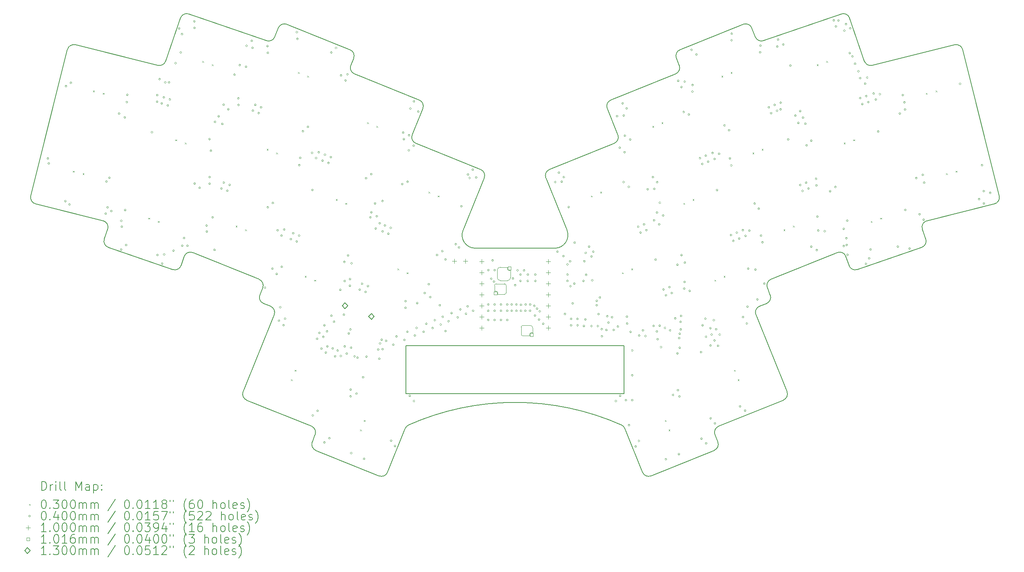
<source format=gbr>
%TF.GenerationSoftware,KiCad,Pcbnew,8.0.6-1.fc41*%
%TF.CreationDate,2024-11-30T15:40:19+11:00*%
%TF.ProjectId,katori,6b61746f-7269-42e6-9b69-6361645f7063,0.1*%
%TF.SameCoordinates,Original*%
%TF.FileFunction,Drillmap*%
%TF.FilePolarity,Positive*%
%FSLAX45Y45*%
G04 Gerber Fmt 4.5, Leading zero omitted, Abs format (unit mm)*
G04 Created by KiCad (PCBNEW 8.0.6-1.fc41) date 2024-11-30 15:40:19*
%MOMM*%
%LPD*%
G01*
G04 APERTURE LIST*
%ADD10C,0.150000*%
%ADD11C,0.200000*%
%ADD12C,0.120000*%
%ADD13C,0.100000*%
%ADD14C,0.101600*%
%ADD15C,0.130000*%
G04 APERTURE END LIST*
D10*
X15020675Y-10573798D02*
G75*
G02*
X14742524Y-10161414I-15J299988D01*
G01*
X21448895Y-12100433D02*
G75*
G02*
X21531780Y-11905161I139105J56183D01*
G01*
X4843807Y-9377319D02*
X5680856Y-6020096D01*
X16844340Y-10573796D02*
X15020675Y-10573798D01*
X9787256Y-14057348D02*
X11270746Y-14656717D01*
X15226316Y-8963974D02*
X14742519Y-10161412D01*
X25367444Y-9944238D02*
X26911950Y-9559151D01*
X25339606Y-10364287D02*
G75*
G02*
X25246613Y-10554947I-141826J-48834D01*
G01*
X20511379Y-14851987D02*
G75*
G02*
X20594264Y-14656716I139092J56187D01*
G01*
X8355003Y-10763847D02*
G75*
G02*
X8553023Y-10673604I141827J-48833D01*
G01*
X17122495Y-10161414D02*
G75*
G02*
X16844340Y-10573797I-278135J-112396D01*
G01*
X11270748Y-14656719D02*
G75*
G02*
X11353633Y-14851987I-56178J-139071D01*
G01*
X21157474Y-5439579D02*
G75*
G02*
X21352741Y-5522469I56196J-139061D01*
G01*
X19693738Y-6381491D02*
G75*
G02*
X19610851Y-6576759I-139058J-56199D01*
G01*
X6618401Y-10554948D02*
X8093410Y-11062834D01*
X12171275Y-6381492D02*
X12236834Y-6219235D01*
X25261903Y-10138622D02*
G75*
G02*
X25367443Y-9944234I141827J48842D01*
G01*
X21624637Y-5815962D02*
X23403896Y-5203312D01*
X6603110Y-10138621D02*
X6525409Y-10364287D01*
D11*
X18432507Y-12809425D02*
X18432507Y-13909424D01*
X13432506Y-13909424D01*
X13432506Y-12809424D01*
X18432507Y-12809425D01*
D10*
X18127356Y-7176132D02*
X19610851Y-6576760D01*
X18368597Y-14626225D02*
G75*
G02*
X18446772Y-14707114I-60897J-137075D01*
G01*
X25339606Y-10364287D02*
X25261903Y-10138623D01*
X16638700Y-8963977D02*
X17122495Y-10161414D01*
X7929966Y-6285153D02*
G75*
G02*
X7751851Y-6381861I-141826J48833D01*
G01*
X10333234Y-11905162D02*
G75*
G02*
X10416118Y-12100429I-56174J-139068D01*
G01*
X19047642Y-15793897D02*
G75*
G02*
X18852372Y-15711011I-56192J139077D01*
G01*
X13012641Y-15711011D02*
X13418241Y-14707114D01*
X21436726Y-5730324D02*
X21352745Y-5522467D01*
X8461117Y-5203314D02*
X10240376Y-5815962D01*
X9704368Y-13862079D02*
X10416118Y-12100429D01*
X13659934Y-8169339D02*
X15143428Y-8768707D01*
X19047642Y-15793897D02*
X20494049Y-15209513D01*
X18044472Y-7371399D02*
G75*
G02*
X18127356Y-7176130I139108J56179D01*
G01*
X11370966Y-15209514D02*
X12817372Y-15793898D01*
X8284073Y-10969843D02*
X8355003Y-10763847D01*
X21794254Y-11286812D02*
X23311994Y-10673605D01*
X12254161Y-6576760D02*
G75*
G02*
X12171281Y-6381494I56209J139080D01*
G01*
X8284073Y-10969841D02*
G75*
G02*
X8093414Y-11062827I-141854J48901D01*
G01*
X19628184Y-6219234D02*
X19693738Y-6381491D01*
X5862689Y-5910842D02*
X7751852Y-6381861D01*
X24113164Y-6381864D02*
G75*
G02*
X23935046Y-6285154I-36284J145554D01*
G01*
X4953063Y-9559152D02*
G75*
G02*
X4843806Y-9377319I36317J145562D01*
G01*
X6618401Y-10554948D02*
G75*
G02*
X6525409Y-10364287I48899J141858D01*
G01*
X8553023Y-10673604D02*
X10070758Y-11286811D01*
X12254161Y-6576759D02*
X13737656Y-7176131D01*
X12153944Y-6023967D02*
G75*
G02*
X12236840Y-6219237I-56164J-139073D01*
G01*
X10428289Y-5730325D02*
G75*
G02*
X10240378Y-5815955I-139069J56185D01*
G01*
X13577050Y-7974068D02*
X13820542Y-7371399D01*
X6497573Y-9944241D02*
G75*
G02*
X6603108Y-10138620I-36303J-145549D01*
G01*
X23771604Y-11062835D02*
G75*
G02*
X23580938Y-10969844I-48844J141815D01*
G01*
X16721584Y-8768709D02*
X18205078Y-8169337D01*
X13737656Y-7176132D02*
G75*
G02*
X13820541Y-7371399I-56196J-139078D01*
G01*
X21624637Y-5815962D02*
G75*
G02*
X21436722Y-5730326I-48817J141872D01*
G01*
X10070758Y-11286811D02*
G75*
G02*
X10153645Y-11482077I-56218J-139089D01*
G01*
X10153647Y-11482078D02*
X10088090Y-11644337D01*
X26002324Y-5910843D02*
G75*
G02*
X26184153Y-6020098I36296J-145527D01*
G01*
X27021208Y-9377321D02*
G75*
G02*
X26911949Y-9559148I-145519J-36299D01*
G01*
X21448896Y-12100429D02*
X22160647Y-13862079D01*
X4953063Y-9559152D02*
X6497573Y-9944241D01*
X9787256Y-14057348D02*
G75*
G02*
X9704367Y-13862078I56165J139068D01*
G01*
X8270452Y-5296304D02*
G75*
G02*
X8461117Y-5203312I141838J-48856D01*
G01*
X21711368Y-11482079D02*
G75*
G02*
X21794254Y-11286811I139152J56159D01*
G01*
X18044473Y-7371400D02*
X18287965Y-7974070D01*
X11370966Y-15209514D02*
G75*
G02*
X11288086Y-15014246I56264J139104D01*
G01*
X5680856Y-6020096D02*
G75*
G02*
X5862690Y-5910840I145524J-36254D01*
G01*
X13418241Y-14707114D02*
G75*
G02*
X13496417Y-14626227I139099J-56216D01*
G01*
X15143429Y-8768708D02*
G75*
G02*
X15226315Y-8963977I-56180J-139073D01*
G01*
X10170976Y-11839606D02*
G75*
G02*
X10088088Y-11644336I56184J139076D01*
G01*
X18446772Y-14707114D02*
X18852373Y-15711011D01*
X13012642Y-15711012D02*
G75*
G02*
X12817372Y-15793897I-139082J56202D01*
G01*
X21776925Y-11644335D02*
G75*
G02*
X21694038Y-11839604I-139045J-56205D01*
G01*
X20594264Y-14656717D02*
X22077760Y-14057347D01*
X20576936Y-15014243D02*
G75*
G02*
X20494049Y-15209513I-139066J-56197D01*
G01*
X23510011Y-10763849D02*
X23580940Y-10969844D01*
X21776925Y-11644335D02*
X21711368Y-11482079D01*
X7929966Y-6285153D02*
X8270452Y-5296304D01*
X10170978Y-11839606D02*
X10333234Y-11905162D01*
X11353634Y-14851987D02*
X11288079Y-15014244D01*
X23594559Y-5296307D02*
X23935048Y-6285153D01*
X23403896Y-5203312D02*
G75*
G02*
X23594558Y-5296307I48844J-141808D01*
G01*
X20576936Y-15014243D02*
X20511380Y-14851986D01*
X12153944Y-6023967D02*
X10707540Y-5439579D01*
X22160646Y-13862082D02*
G75*
G02*
X22077760Y-14057347I-139056J-56198D01*
G01*
X13659934Y-8169339D02*
G75*
G02*
X13577048Y-7974067I56216J139089D01*
G01*
X10512269Y-5522466D02*
G75*
G02*
X10707539Y-5439579I139071J-56174D01*
G01*
X26184158Y-6020097D02*
X27021207Y-9377321D01*
X21157474Y-5439579D02*
X19711069Y-6023966D01*
X16638699Y-8963976D02*
G75*
G02*
X16721582Y-8768706I139141J56166D01*
G01*
X10512269Y-5522466D02*
X10428289Y-5730324D01*
X19628184Y-6219233D02*
G75*
G02*
X19711068Y-6023966I139096J56183D01*
G01*
X24113164Y-6381864D02*
X26002324Y-5910843D01*
X13496416Y-14626225D02*
G75*
G02*
X18368597Y-14626225I2436090J-5483197D01*
G01*
X23311993Y-10673604D02*
G75*
G02*
X23510008Y-10763849I56207J-139036D01*
G01*
X23771604Y-11062835D02*
X25246614Y-10554948D01*
X18287965Y-7974070D02*
G75*
G02*
X18205079Y-8169337I-139055J-56200D01*
G01*
X21531780Y-11905161D02*
X21694039Y-11839606D01*
D12*
X15462583Y-11562941D02*
X15462508Y-11428597D01*
X15500609Y-11390495D02*
X15691185Y-11390221D01*
X15525670Y-11078715D02*
X15525670Y-11246355D01*
X15691184Y-11631521D02*
X15531165Y-11631522D01*
X15729283Y-11428321D02*
X15729284Y-11593421D01*
X15761890Y-11010135D02*
X15594250Y-11010135D01*
X15761890Y-11314935D02*
X15594250Y-11314935D01*
X15830470Y-11078715D02*
X15830470Y-11246355D01*
X16074270Y-12545708D02*
X16074270Y-12380607D01*
X16112373Y-12342507D02*
X16272390Y-12342557D01*
X16272389Y-12583857D02*
X16112370Y-12583808D01*
X16340970Y-12411138D02*
X16340970Y-12515278D01*
X15462508Y-11428597D02*
G75*
G02*
X15500609Y-11390495I38099J3D01*
G01*
X15462583Y-11562941D02*
G75*
G02*
X15531165Y-11631522I24777J-43805D01*
G01*
X15525670Y-11078715D02*
G75*
G02*
X15594250Y-11010135I65947J2634D01*
G01*
X15594250Y-11314935D02*
G75*
G02*
X15525670Y-11246355I-3106J65474D01*
G01*
X15691185Y-11390221D02*
G75*
G02*
X15729283Y-11428321I1J-38098D01*
G01*
X15729284Y-11593421D02*
G75*
G02*
X15691184Y-11631521I-38100J-1D01*
G01*
X15830470Y-11078715D02*
G75*
G02*
X15761890Y-11010135I-24775J43805D01*
G01*
X15830470Y-11246355D02*
G75*
G02*
X15761890Y-11314935I-65611J-2969D01*
G01*
X16074270Y-12380607D02*
G75*
G02*
X16112373Y-12342508I38104J-5D01*
G01*
X16112370Y-12583808D02*
G75*
G02*
X16074270Y-12545708I-2J38098D01*
G01*
X16272389Y-12583857D02*
G75*
G02*
X16340970Y-12515277I43805J24775D01*
G01*
X16272390Y-12342557D02*
G75*
G02*
X16340970Y-12411138I3955J-64625D01*
G01*
D11*
D13*
X5808297Y-8802655D02*
X5838297Y-8832655D01*
X5838297Y-8802655D02*
X5808297Y-8832655D01*
X6031465Y-8858297D02*
X6061465Y-8888297D01*
X6061465Y-8858297D02*
X6031465Y-8888297D01*
X6267948Y-6959094D02*
X6297948Y-6989094D01*
X6297948Y-6959094D02*
X6267948Y-6989094D01*
X6491116Y-7014736D02*
X6521116Y-7044736D01*
X6521116Y-7014736D02*
X6491116Y-7044736D01*
X7534951Y-9877119D02*
X7564951Y-9907119D01*
X7564951Y-9877119D02*
X7534951Y-9907119D01*
X7752420Y-9952000D02*
X7782420Y-9982000D01*
X7782420Y-9952000D02*
X7752420Y-9982000D01*
X8153527Y-8080634D02*
X8183527Y-8110634D01*
X8183527Y-8080634D02*
X8153527Y-8110634D01*
X8370997Y-8155514D02*
X8400997Y-8185514D01*
X8400997Y-8155514D02*
X8370997Y-8185514D01*
X8772108Y-6284148D02*
X8802108Y-6314148D01*
X8802108Y-6284148D02*
X8772108Y-6314148D01*
X8989578Y-6359028D02*
X9019578Y-6389028D01*
X9019578Y-6359028D02*
X8989578Y-6389028D01*
X9537226Y-10059273D02*
X9567226Y-10089273D01*
X9567226Y-10059273D02*
X9537226Y-10089273D01*
X9750478Y-10145432D02*
X9780478Y-10175432D01*
X9780478Y-10145432D02*
X9750478Y-10175432D01*
X10248979Y-8297622D02*
X10278979Y-8327622D01*
X10278979Y-8297622D02*
X10248979Y-8327622D01*
X10462231Y-8383781D02*
X10492231Y-8413782D01*
X10492231Y-8383781D02*
X10462231Y-8413782D01*
X10800761Y-13578886D02*
X10830761Y-13608886D01*
X10830761Y-13578886D02*
X10800761Y-13608886D01*
X10886921Y-13365634D02*
X10916921Y-13395634D01*
X10916921Y-13365634D02*
X10886921Y-13395634D01*
X10960731Y-6535975D02*
X10990731Y-6565975D01*
X10990731Y-6535975D02*
X10960731Y-6565975D01*
X11120938Y-11211437D02*
X11150938Y-11241437D01*
X11150938Y-11211437D02*
X11120938Y-11241437D01*
X11173983Y-6622134D02*
X11203983Y-6652134D01*
X11203983Y-6622134D02*
X11173983Y-6652134D01*
X11334190Y-11297597D02*
X11364190Y-11327597D01*
X11364190Y-11297597D02*
X11334190Y-11327597D01*
X11832692Y-9449787D02*
X11862692Y-9479787D01*
X11862692Y-9449787D02*
X11832692Y-9479787D01*
X12045944Y-9535946D02*
X12075944Y-9565946D01*
X12075944Y-9535946D02*
X12045944Y-9565946D01*
X12384472Y-14731050D02*
X12414472Y-14761050D01*
X12414472Y-14731050D02*
X12384472Y-14761050D01*
X12470632Y-14517798D02*
X12500632Y-14547798D01*
X12500632Y-14517798D02*
X12470632Y-14547798D01*
X12544440Y-7688137D02*
X12574440Y-7718137D01*
X12574440Y-7688137D02*
X12544440Y-7718137D01*
X12757693Y-7774297D02*
X12787693Y-7804297D01*
X12787693Y-7774297D02*
X12757693Y-7804297D01*
X13238463Y-11042363D02*
X13268463Y-11072363D01*
X13268463Y-11042363D02*
X13238463Y-11072363D01*
X13451715Y-11128523D02*
X13481715Y-11158523D01*
X13481715Y-11128523D02*
X13451715Y-11158523D01*
X13950216Y-9280714D02*
X13980216Y-9310714D01*
X13980216Y-9280714D02*
X13950216Y-9310714D01*
X14163468Y-9366874D02*
X14193468Y-9396874D01*
X14193468Y-9366874D02*
X14163468Y-9396874D01*
X17671547Y-9366875D02*
X17701547Y-9396875D01*
X17701547Y-9366875D02*
X17671547Y-9396875D01*
X17884800Y-9280716D02*
X17914800Y-9310716D01*
X17914800Y-9280716D02*
X17884800Y-9310716D01*
X18383298Y-11128525D02*
X18413298Y-11158525D01*
X18413298Y-11128525D02*
X18383298Y-11158525D01*
X18596550Y-11042365D02*
X18626550Y-11072365D01*
X18626550Y-11042365D02*
X18596550Y-11072365D01*
X19077318Y-7774298D02*
X19107318Y-7804298D01*
X19107318Y-7774298D02*
X19077318Y-7804298D01*
X19290570Y-7688138D02*
X19320570Y-7718138D01*
X19320570Y-7688138D02*
X19290570Y-7718138D01*
X19364381Y-14517797D02*
X19394381Y-14547797D01*
X19394381Y-14517797D02*
X19364381Y-14547797D01*
X19450541Y-14731049D02*
X19480541Y-14761049D01*
X19480541Y-14731049D02*
X19450541Y-14761049D01*
X19789072Y-9535949D02*
X19819072Y-9565949D01*
X19819072Y-9535949D02*
X19789072Y-9565949D01*
X20002324Y-9449789D02*
X20032324Y-9479789D01*
X20032324Y-9449789D02*
X20002324Y-9479789D01*
X20500822Y-11297597D02*
X20530822Y-11327597D01*
X20530822Y-11297597D02*
X20500822Y-11327597D01*
X20661032Y-6622133D02*
X20691032Y-6652133D01*
X20691032Y-6622133D02*
X20661032Y-6652133D01*
X20714075Y-11211437D02*
X20744075Y-11241437D01*
X20744075Y-11211437D02*
X20714075Y-11241437D01*
X20874284Y-6535973D02*
X20904284Y-6565973D01*
X20904284Y-6535973D02*
X20874284Y-6565973D01*
X20948093Y-13365634D02*
X20978093Y-13395634D01*
X20978093Y-13365634D02*
X20948093Y-13395634D01*
X21034253Y-13578886D02*
X21064253Y-13608886D01*
X21064253Y-13578886D02*
X21034253Y-13608886D01*
X21372783Y-8383782D02*
X21402783Y-8413782D01*
X21402783Y-8383782D02*
X21372783Y-8413782D01*
X21586035Y-8297622D02*
X21616035Y-8327622D01*
X21616035Y-8297622D02*
X21586035Y-8327622D01*
X22084536Y-10145433D02*
X22114536Y-10175433D01*
X22114536Y-10145433D02*
X22084536Y-10175433D01*
X22297788Y-10059274D02*
X22327788Y-10089274D01*
X22327788Y-10059274D02*
X22297788Y-10089274D01*
X22845437Y-6359031D02*
X22875437Y-6389031D01*
X22875437Y-6359031D02*
X22845437Y-6389031D01*
X23062906Y-6284150D02*
X23092906Y-6314150D01*
X23092906Y-6284150D02*
X23062906Y-6314150D01*
X23464015Y-8155515D02*
X23494015Y-8185515D01*
X23494015Y-8155515D02*
X23464015Y-8185515D01*
X23681484Y-8080634D02*
X23711484Y-8110634D01*
X23711484Y-8080634D02*
X23681484Y-8110634D01*
X24082596Y-9952001D02*
X24112596Y-9982001D01*
X24112596Y-9952001D02*
X24082596Y-9982001D01*
X24300065Y-9877121D02*
X24330065Y-9907121D01*
X24330065Y-9877121D02*
X24300065Y-9907121D01*
X25343897Y-7014734D02*
X25373897Y-7044734D01*
X25373897Y-7014734D02*
X25343897Y-7044734D01*
X25567065Y-6959092D02*
X25597065Y-6989092D01*
X25597065Y-6959092D02*
X25567065Y-6989092D01*
X25803550Y-8858299D02*
X25833550Y-8888299D01*
X25833550Y-8858299D02*
X25803550Y-8888299D01*
X26026718Y-8802657D02*
X26056718Y-8832657D01*
X26056718Y-8802657D02*
X26026718Y-8832657D01*
X5253033Y-8517391D02*
G75*
G02*
X5213033Y-8517391I-20000J0D01*
G01*
X5213033Y-8517391D02*
G75*
G02*
X5253033Y-8517391I20000J0D01*
G01*
X5273420Y-8631141D02*
G75*
G02*
X5233420Y-8631141I-20000J0D01*
G01*
X5233420Y-8631141D02*
G75*
G02*
X5273420Y-8631141I20000J0D01*
G01*
X5654039Y-9496236D02*
G75*
G02*
X5614039Y-9496236I-20000J0D01*
G01*
X5614039Y-9496236D02*
G75*
G02*
X5654039Y-9496236I20000J0D01*
G01*
X5669168Y-6858336D02*
G75*
G02*
X5629168Y-6858336I-20000J0D01*
G01*
X5629168Y-6858336D02*
G75*
G02*
X5669168Y-6858336I20000J0D01*
G01*
X5749392Y-9570040D02*
G75*
G02*
X5709392Y-9570040I-20000J0D01*
G01*
X5709392Y-9570040D02*
G75*
G02*
X5749392Y-9570040I20000J0D01*
G01*
X5780625Y-6781592D02*
G75*
G02*
X5740625Y-6781592I-20000J0D01*
G01*
X5740625Y-6781592D02*
G75*
G02*
X5780625Y-6781592I20000J0D01*
G01*
X6574990Y-9780318D02*
G75*
G02*
X6534990Y-9780318I-20000J0D01*
G01*
X6534990Y-9780318D02*
G75*
G02*
X6574990Y-9780318I20000J0D01*
G01*
X6592970Y-9044429D02*
G75*
G02*
X6552970Y-9044429I-20000J0D01*
G01*
X6552970Y-9044429D02*
G75*
G02*
X6592970Y-9044429I20000J0D01*
G01*
X6619946Y-9637655D02*
G75*
G02*
X6579946Y-9637655I-20000J0D01*
G01*
X6579946Y-9637655D02*
G75*
G02*
X6619946Y-9637655I20000J0D01*
G01*
X6662680Y-8959045D02*
G75*
G02*
X6622680Y-8959045I-20000J0D01*
G01*
X6622680Y-8959045D02*
G75*
G02*
X6662680Y-8959045I20000J0D01*
G01*
X6707438Y-9721246D02*
G75*
G02*
X6667438Y-9721246I-20000J0D01*
G01*
X6667438Y-9721246D02*
G75*
G02*
X6707438Y-9721246I20000J0D01*
G01*
X6885130Y-7487664D02*
G75*
G02*
X6845130Y-7487664I-20000J0D01*
G01*
X6845130Y-7487664D02*
G75*
G02*
X6885130Y-7487664I20000J0D01*
G01*
X6933188Y-10605090D02*
G75*
G02*
X6893188Y-10605090I-20000J0D01*
G01*
X6893188Y-10605090D02*
G75*
G02*
X6933188Y-10605090I20000J0D01*
G01*
X6934632Y-9946724D02*
G75*
G02*
X6894632Y-9946724I-20000J0D01*
G01*
X6894632Y-9946724D02*
G75*
G02*
X6934632Y-9946724I20000J0D01*
G01*
X6946823Y-10078909D02*
G75*
G02*
X6906823Y-10078909I-20000J0D01*
G01*
X6906823Y-10078909D02*
G75*
G02*
X6946823Y-10078909I20000J0D01*
G01*
X7016482Y-7574914D02*
G75*
G02*
X6976482Y-7574914I-20000J0D01*
G01*
X6976482Y-7574914D02*
G75*
G02*
X7016482Y-7574914I20000J0D01*
G01*
X7022592Y-9700309D02*
G75*
G02*
X6982592Y-9700309I-20000J0D01*
G01*
X6982592Y-9700309D02*
G75*
G02*
X7022592Y-9700309I20000J0D01*
G01*
X7045102Y-10501937D02*
G75*
G02*
X7005102Y-10501937I-20000J0D01*
G01*
X7005102Y-10501937D02*
G75*
G02*
X7045102Y-10501937I20000J0D01*
G01*
X7060554Y-7224305D02*
G75*
G02*
X7020554Y-7224305I-20000J0D01*
G01*
X7020554Y-7224305D02*
G75*
G02*
X7060554Y-7224305I20000J0D01*
G01*
X7072210Y-7057299D02*
G75*
G02*
X7032210Y-7057299I-20000J0D01*
G01*
X7032210Y-7057299D02*
G75*
G02*
X7072210Y-7057299I20000J0D01*
G01*
X7637144Y-7914072D02*
G75*
G02*
X7597144Y-7914072I-20000J0D01*
G01*
X7597144Y-7914072D02*
G75*
G02*
X7637144Y-7914072I20000J0D01*
G01*
X7755713Y-7216015D02*
G75*
G02*
X7715713Y-7216015I-20000J0D01*
G01*
X7715713Y-7216015D02*
G75*
G02*
X7755713Y-7216015I20000J0D01*
G01*
X7757798Y-7065049D02*
G75*
G02*
X7717798Y-7065049I-20000J0D01*
G01*
X7717798Y-7065049D02*
G75*
G02*
X7757798Y-7065049I20000J0D01*
G01*
X7762039Y-10730323D02*
G75*
G02*
X7722039Y-10730323I-20000J0D01*
G01*
X7722039Y-10730323D02*
G75*
G02*
X7762039Y-10730323I20000J0D01*
G01*
X7812283Y-6696342D02*
G75*
G02*
X7772283Y-6696342I-20000J0D01*
G01*
X7772283Y-6696342D02*
G75*
G02*
X7812283Y-6696342I20000J0D01*
G01*
X7860737Y-7252178D02*
G75*
G02*
X7820737Y-7252178I-20000J0D01*
G01*
X7820737Y-7252178D02*
G75*
G02*
X7860737Y-7252178I20000J0D01*
G01*
X7871037Y-10927242D02*
G75*
G02*
X7831037Y-10927242I-20000J0D01*
G01*
X7831037Y-10927242D02*
G75*
G02*
X7871037Y-10927242I20000J0D01*
G01*
X7907943Y-7115078D02*
G75*
G02*
X7867943Y-7115078I-20000J0D01*
G01*
X7867943Y-7115078D02*
G75*
G02*
X7907943Y-7115078I20000J0D01*
G01*
X7915774Y-10717364D02*
G75*
G02*
X7875774Y-10717364I-20000J0D01*
G01*
X7875774Y-10717364D02*
G75*
G02*
X7915774Y-10717364I20000J0D01*
G01*
X7941896Y-6770574D02*
G75*
G02*
X7901896Y-6770574I-20000J0D01*
G01*
X7901896Y-6770574D02*
G75*
G02*
X7941896Y-6770574I20000J0D01*
G01*
X7997836Y-7299386D02*
G75*
G02*
X7957836Y-7299386I-20000J0D01*
G01*
X7957836Y-7299386D02*
G75*
G02*
X7997836Y-7299386I20000J0D01*
G01*
X8026753Y-6770029D02*
G75*
G02*
X7986753Y-6770029I-20000J0D01*
G01*
X7986753Y-6770029D02*
G75*
G02*
X8026753Y-6770029I20000J0D01*
G01*
X8045043Y-7162286D02*
G75*
G02*
X8005043Y-7162286I-20000J0D01*
G01*
X8005043Y-7162286D02*
G75*
G02*
X8045043Y-7162286I20000J0D01*
G01*
X8130405Y-10631098D02*
G75*
G02*
X8090405Y-10631098I-20000J0D01*
G01*
X8090405Y-10631098D02*
G75*
G02*
X8130405Y-10631098I20000J0D01*
G01*
X8177718Y-6331596D02*
G75*
G02*
X8137718Y-6331596I-20000J0D01*
G01*
X8137718Y-6331596D02*
G75*
G02*
X8177718Y-6331596I20000J0D01*
G01*
X8258652Y-5534559D02*
G75*
G02*
X8218652Y-5534559I-20000J0D01*
G01*
X8218652Y-5534559D02*
G75*
G02*
X8258652Y-5534559I20000J0D01*
G01*
X8296189Y-6086647D02*
G75*
G02*
X8256189Y-6086647I-20000J0D01*
G01*
X8256189Y-6086647D02*
G75*
G02*
X8296189Y-6086647I20000J0D01*
G01*
X8324221Y-5663905D02*
G75*
G02*
X8284221Y-5663905I-20000J0D01*
G01*
X8284221Y-5663905D02*
G75*
G02*
X8324221Y-5663905I20000J0D01*
G01*
X8331581Y-10515864D02*
G75*
G02*
X8291581Y-10515864I-20000J0D01*
G01*
X8291581Y-10515864D02*
G75*
G02*
X8331581Y-10515864I20000J0D01*
G01*
X8372827Y-10340597D02*
G75*
G02*
X8332827Y-10340597I-20000J0D01*
G01*
X8332827Y-10340597D02*
G75*
G02*
X8372827Y-10340597I20000J0D01*
G01*
X8451457Y-10518249D02*
G75*
G02*
X8411457Y-10518249I-20000J0D01*
G01*
X8411457Y-10518249D02*
G75*
G02*
X8451457Y-10518249I20000J0D01*
G01*
X8607681Y-5372130D02*
G75*
G02*
X8567681Y-5372130I-20000J0D01*
G01*
X8567681Y-5372130D02*
G75*
G02*
X8607681Y-5372130I20000J0D01*
G01*
X8613843Y-9089095D02*
G75*
G02*
X8573843Y-9089095I-20000J0D01*
G01*
X8573843Y-9089095D02*
G75*
G02*
X8613843Y-9089095I20000J0D01*
G01*
X8613969Y-5523212D02*
G75*
G02*
X8573969Y-5523212I-20000J0D01*
G01*
X8573969Y-5523212D02*
G75*
G02*
X8613969Y-5523212I20000J0D01*
G01*
X8728253Y-9189485D02*
G75*
G02*
X8688253Y-9189485I-20000J0D01*
G01*
X8688253Y-9189485D02*
G75*
G02*
X8728253Y-9189485I20000J0D01*
G01*
X8888762Y-10054646D02*
G75*
G02*
X8848762Y-10054646I-20000J0D01*
G01*
X8848762Y-10054646D02*
G75*
G02*
X8888762Y-10054646I20000J0D01*
G01*
X8893985Y-10191185D02*
G75*
G02*
X8853985Y-10191185I-20000J0D01*
G01*
X8853985Y-10191185D02*
G75*
G02*
X8893985Y-10191185I20000J0D01*
G01*
X8954655Y-8073529D02*
G75*
G02*
X8914655Y-8073529I-20000J0D01*
G01*
X8914655Y-8073529D02*
G75*
G02*
X8954655Y-8073529I20000J0D01*
G01*
X8956899Y-9094301D02*
G75*
G02*
X8916899Y-9094301I-20000J0D01*
G01*
X8916899Y-9094301D02*
G75*
G02*
X8956899Y-9094301I20000J0D01*
G01*
X8959249Y-8942218D02*
G75*
G02*
X8919249Y-8942218I-20000J0D01*
G01*
X8919249Y-8942218D02*
G75*
G02*
X8959249Y-8942218I20000J0D01*
G01*
X8986174Y-8338485D02*
G75*
G02*
X8946174Y-8338485I-20000J0D01*
G01*
X8946174Y-8338485D02*
G75*
G02*
X8986174Y-8338485I20000J0D01*
G01*
X9028695Y-9866300D02*
G75*
G02*
X8988695Y-9866300I-20000J0D01*
G01*
X8988695Y-9866300D02*
G75*
G02*
X9028695Y-9866300I20000J0D01*
G01*
X9071264Y-10612281D02*
G75*
G02*
X9031264Y-10612281I-20000J0D01*
G01*
X9031264Y-10612281D02*
G75*
G02*
X9071264Y-10612281I20000J0D01*
G01*
X9081970Y-7677781D02*
G75*
G02*
X9041970Y-7677781I-20000J0D01*
G01*
X9041970Y-7677781D02*
G75*
G02*
X9081970Y-7677781I20000J0D01*
G01*
X9164301Y-7548493D02*
G75*
G02*
X9124301Y-7548493I-20000J0D01*
G01*
X9124301Y-7548493D02*
G75*
G02*
X9164301Y-7548493I20000J0D01*
G01*
X9227731Y-9203722D02*
G75*
G02*
X9187731Y-9203722I-20000J0D01*
G01*
X9187731Y-9203722D02*
G75*
G02*
X9227731Y-9203722I20000J0D01*
G01*
X9249401Y-7724938D02*
G75*
G02*
X9209401Y-7724938I-20000J0D01*
G01*
X9209401Y-7724938D02*
G75*
G02*
X9249401Y-7724938I20000J0D01*
G01*
X9277457Y-7282811D02*
G75*
G02*
X9237457Y-7282811I-20000J0D01*
G01*
X9237457Y-7282811D02*
G75*
G02*
X9277457Y-7282811I20000J0D01*
G01*
X9282046Y-9069282D02*
G75*
G02*
X9242046Y-9069282I-20000J0D01*
G01*
X9242046Y-9069282D02*
G75*
G02*
X9282046Y-9069282I20000J0D01*
G01*
X9362172Y-9258040D02*
G75*
G02*
X9322172Y-9258040I-20000J0D01*
G01*
X9322172Y-9258040D02*
G75*
G02*
X9362172Y-9258040I20000J0D01*
G01*
X9384996Y-7389330D02*
G75*
G02*
X9344996Y-7389330I-20000J0D01*
G01*
X9344996Y-7389330D02*
G75*
G02*
X9384996Y-7389330I20000J0D01*
G01*
X9416490Y-9123599D02*
G75*
G02*
X9376490Y-9123599I-20000J0D01*
G01*
X9376490Y-9123599D02*
G75*
G02*
X9416490Y-9123599I20000J0D01*
G01*
X9527192Y-6595562D02*
G75*
G02*
X9487192Y-6595562I-20000J0D01*
G01*
X9487192Y-6595562D02*
G75*
G02*
X9527192Y-6595562I20000J0D01*
G01*
X9615209Y-7138007D02*
G75*
G02*
X9575209Y-7138007I-20000J0D01*
G01*
X9575209Y-7138007D02*
G75*
G02*
X9615209Y-7138007I20000J0D01*
G01*
X9618216Y-7289555D02*
G75*
G02*
X9578216Y-7289555I-20000J0D01*
G01*
X9578216Y-7289555D02*
G75*
G02*
X9618216Y-7289555I20000J0D01*
G01*
X9649463Y-6374599D02*
G75*
G02*
X9609463Y-6374599I-20000J0D01*
G01*
X9609463Y-6374599D02*
G75*
G02*
X9649463Y-6374599I20000J0D01*
G01*
X9791402Y-6412807D02*
G75*
G02*
X9751402Y-6412807I-20000J0D01*
G01*
X9751402Y-6412807D02*
G75*
G02*
X9791402Y-6412807I20000J0D01*
G01*
X9803345Y-5932746D02*
G75*
G02*
X9763345Y-5932746I-20000J0D01*
G01*
X9763345Y-5932746D02*
G75*
G02*
X9803345Y-5932746I20000J0D01*
G01*
X9922355Y-5820370D02*
G75*
G02*
X9882355Y-5820370I-20000J0D01*
G01*
X9882355Y-5820370D02*
G75*
G02*
X9922355Y-5820370I20000J0D01*
G01*
X9940445Y-5979954D02*
G75*
G02*
X9900445Y-5979954I-20000J0D01*
G01*
X9900445Y-5979954D02*
G75*
G02*
X9940445Y-5979954I20000J0D01*
G01*
X9947837Y-7421394D02*
G75*
G02*
X9907837Y-7421394I-20000J0D01*
G01*
X9907837Y-7421394D02*
G75*
G02*
X9947837Y-7421394I20000J0D01*
G01*
X10002155Y-7286953D02*
G75*
G02*
X9962155Y-7286953I-20000J0D01*
G01*
X9962155Y-7286953D02*
G75*
G02*
X10002155Y-7286953I20000J0D01*
G01*
X10082280Y-7475712D02*
G75*
G02*
X10042280Y-7475712I-20000J0D01*
G01*
X10042280Y-7475712D02*
G75*
G02*
X10082280Y-7475712I20000J0D01*
G01*
X10136597Y-7341271D02*
G75*
G02*
X10096597Y-7341271I-20000J0D01*
G01*
X10096597Y-7341271D02*
G75*
G02*
X10136597Y-7341271I20000J0D01*
G01*
X10226067Y-11479227D02*
G75*
G02*
X10186067Y-11479227I-20000J0D01*
G01*
X10186067Y-11479227D02*
G75*
G02*
X10226067Y-11479227I20000J0D01*
G01*
X10282543Y-5938918D02*
G75*
G02*
X10242543Y-5938918I-20000J0D01*
G01*
X10242543Y-5938918D02*
G75*
G02*
X10282543Y-5938918I20000J0D01*
G01*
X10289509Y-9634354D02*
G75*
G02*
X10249509Y-9634354I-20000J0D01*
G01*
X10249509Y-9634354D02*
G75*
G02*
X10289509Y-9634354I20000J0D01*
G01*
X10292933Y-6094494D02*
G75*
G02*
X10252933Y-6094494I-20000J0D01*
G01*
X10252933Y-6094494D02*
G75*
G02*
X10292933Y-6094494I20000J0D01*
G01*
X10393971Y-11041741D02*
G75*
G02*
X10353971Y-11041741I-20000J0D01*
G01*
X10353971Y-11041741D02*
G75*
G02*
X10393971Y-11041741I20000J0D01*
G01*
X10405446Y-9538451D02*
G75*
G02*
X10365446Y-9538451I-20000J0D01*
G01*
X10365446Y-9538451D02*
G75*
G02*
X10405446Y-9538451I20000J0D01*
G01*
X10495250Y-11165182D02*
G75*
G02*
X10455250Y-11165182I-20000J0D01*
G01*
X10455250Y-11165182D02*
G75*
G02*
X10495250Y-11165182I20000J0D01*
G01*
X10513843Y-10162850D02*
G75*
G02*
X10473843Y-10162850I-20000J0D01*
G01*
X10473843Y-10162850D02*
G75*
G02*
X10513843Y-10162850I20000J0D01*
G01*
X10546859Y-12234965D02*
G75*
G02*
X10506859Y-12234965I-20000J0D01*
G01*
X10506859Y-12234965D02*
G75*
G02*
X10546859Y-12234965I20000J0D01*
G01*
X10574198Y-11928270D02*
G75*
G02*
X10534198Y-11928270I-20000J0D01*
G01*
X10534198Y-11928270D02*
G75*
G02*
X10574198Y-11928270I20000J0D01*
G01*
X10604256Y-10281995D02*
G75*
G02*
X10564256Y-10281995I-20000J0D01*
G01*
X10564256Y-10281995D02*
G75*
G02*
X10604256Y-10281995I20000J0D01*
G01*
X10609473Y-11002510D02*
G75*
G02*
X10569473Y-11002510I-20000J0D01*
G01*
X10569473Y-11002510D02*
G75*
G02*
X10609473Y-11002510I20000J0D01*
G01*
X10651336Y-12340104D02*
G75*
G02*
X10611336Y-12340104I-20000J0D01*
G01*
X10611336Y-12340104D02*
G75*
G02*
X10651336Y-12340104I20000J0D01*
G01*
X10664731Y-10145618D02*
G75*
G02*
X10624731Y-10145618I-20000J0D01*
G01*
X10624731Y-10145618D02*
G75*
G02*
X10664731Y-10145618I20000J0D01*
G01*
X10685748Y-12191068D02*
G75*
G02*
X10645748Y-12191068I-20000J0D01*
G01*
X10645748Y-12191068D02*
G75*
G02*
X10685748Y-12191068I20000J0D01*
G01*
X10818839Y-10364270D02*
G75*
G02*
X10778839Y-10364270I-20000J0D01*
G01*
X10778839Y-10364270D02*
G75*
G02*
X10818839Y-10364270I20000J0D01*
G01*
X10873158Y-10229826D02*
G75*
G02*
X10833158Y-10229826I-20000J0D01*
G01*
X10833158Y-10229826D02*
G75*
G02*
X10873158Y-10229826I20000J0D01*
G01*
X10953282Y-10418588D02*
G75*
G02*
X10913282Y-10418588I-20000J0D01*
G01*
X10913282Y-10418588D02*
G75*
G02*
X10953282Y-10418588I20000J0D01*
G01*
X10956736Y-5620495D02*
G75*
G02*
X10916736Y-5620495I-20000J0D01*
G01*
X10916736Y-5620495D02*
G75*
G02*
X10956736Y-5620495I20000J0D01*
G01*
X10968377Y-5773718D02*
G75*
G02*
X10928377Y-5773718I-20000J0D01*
G01*
X10928377Y-5773718D02*
G75*
G02*
X10968377Y-5773718I20000J0D01*
G01*
X11007599Y-10284146D02*
G75*
G02*
X10967599Y-10284146I-20000J0D01*
G01*
X10967599Y-10284146D02*
G75*
G02*
X11007599Y-10284146I20000J0D01*
G01*
X11010487Y-8669054D02*
G75*
G02*
X10970487Y-8669054I-20000J0D01*
G01*
X10970487Y-8669054D02*
G75*
G02*
X11010487Y-8669054I20000J0D01*
G01*
X11034107Y-8502383D02*
G75*
G02*
X10994107Y-8502383I-20000J0D01*
G01*
X10994107Y-8502383D02*
G75*
G02*
X11034107Y-8502383I20000J0D01*
G01*
X11093280Y-7890417D02*
G75*
G02*
X11053280Y-7890417I-20000J0D01*
G01*
X11053280Y-7890417D02*
G75*
G02*
X11093280Y-7890417I20000J0D01*
G01*
X11209440Y-7793530D02*
G75*
G02*
X11169440Y-7793530I-20000J0D01*
G01*
X11169440Y-7793530D02*
G75*
G02*
X11209440Y-7793530I20000J0D01*
G01*
X11304352Y-8387670D02*
G75*
G02*
X11264352Y-8387670I-20000J0D01*
G01*
X11264352Y-8387670D02*
G75*
G02*
X11304352Y-8387670I20000J0D01*
G01*
X11311956Y-9237115D02*
G75*
G02*
X11271956Y-9237115I-20000J0D01*
G01*
X11271956Y-9237115D02*
G75*
G02*
X11311956Y-9237115I20000J0D01*
G01*
X11321233Y-14407652D02*
G75*
G02*
X11281233Y-14407652I-20000J0D01*
G01*
X11281233Y-14407652D02*
G75*
G02*
X11321233Y-14407652I20000J0D01*
G01*
X11395768Y-8506389D02*
G75*
G02*
X11355768Y-8506389I-20000J0D01*
G01*
X11355768Y-8506389D02*
G75*
G02*
X11395768Y-8506389I20000J0D01*
G01*
X11420366Y-12650813D02*
G75*
G02*
X11380366Y-12650813I-20000J0D01*
G01*
X11380366Y-12650813D02*
G75*
G02*
X11420366Y-12650813I20000J0D01*
G01*
X11431369Y-14303255D02*
G75*
G02*
X11391369Y-14303255I-20000J0D01*
G01*
X11391369Y-14303255D02*
G75*
G02*
X11431369Y-14303255I20000J0D01*
G01*
X11456411Y-8373122D02*
G75*
G02*
X11416411Y-8373122I-20000J0D01*
G01*
X11416411Y-8373122D02*
G75*
G02*
X11456411Y-8373122I20000J0D01*
G01*
X11470580Y-12514712D02*
G75*
G02*
X11430580Y-12514712I-20000J0D01*
G01*
X11430580Y-12514712D02*
G75*
G02*
X11470580Y-12514712I20000J0D01*
G01*
X11518169Y-12875901D02*
G75*
G02*
X11478169Y-12875901I-20000J0D01*
G01*
X11478169Y-12875901D02*
G75*
G02*
X11518169Y-12875901I20000J0D01*
G01*
X11545575Y-8565534D02*
G75*
G02*
X11505575Y-8565534I-20000J0D01*
G01*
X11505575Y-8565534D02*
G75*
G02*
X11545575Y-8565534I20000J0D01*
G01*
X11561848Y-12607704D02*
G75*
G02*
X11521848Y-12607704I-20000J0D01*
G01*
X11521848Y-12607704D02*
G75*
G02*
X11561848Y-12607704I20000J0D01*
G01*
X11585656Y-15027245D02*
G75*
G02*
X11545656Y-15027245I-20000J0D01*
G01*
X11545656Y-15027245D02*
G75*
G02*
X11585656Y-15027245I20000J0D01*
G01*
X11587085Y-12340815D02*
G75*
G02*
X11547085Y-12340815I-20000J0D01*
G01*
X11547085Y-12340815D02*
G75*
G02*
X11587085Y-12340815I20000J0D01*
G01*
X11599892Y-8431091D02*
G75*
G02*
X11559892Y-8431091I-20000J0D01*
G01*
X11559892Y-8431091D02*
G75*
G02*
X11599892Y-8431091I20000J0D01*
G01*
X11618508Y-12967052D02*
G75*
G02*
X11578508Y-12967052I-20000J0D01*
G01*
X11578508Y-12967052D02*
G75*
G02*
X11618508Y-12967052I20000J0D01*
G01*
X11647769Y-12479985D02*
G75*
G02*
X11607769Y-12479985I-20000J0D01*
G01*
X11607769Y-12479985D02*
G75*
G02*
X11647769Y-12479985I20000J0D01*
G01*
X11653713Y-12824127D02*
G75*
G02*
X11613713Y-12824127I-20000J0D01*
G01*
X11613713Y-12824127D02*
G75*
G02*
X11653713Y-12824127I20000J0D01*
G01*
X11680017Y-8619851D02*
G75*
G02*
X11640017Y-8619851I-20000J0D01*
G01*
X11640017Y-8619851D02*
G75*
G02*
X11680017Y-8619851I20000J0D01*
G01*
X11700777Y-14930699D02*
G75*
G02*
X11660777Y-14930699I-20000J0D01*
G01*
X11660777Y-14930699D02*
G75*
G02*
X11700777Y-14930699I20000J0D01*
G01*
X11734336Y-8485410D02*
G75*
G02*
X11694336Y-8485410I-20000J0D01*
G01*
X11694336Y-8485410D02*
G75*
G02*
X11734336Y-8485410I20000J0D01*
G01*
X11744278Y-6087329D02*
G75*
G02*
X11704278Y-6087329I-20000J0D01*
G01*
X11704278Y-6087329D02*
G75*
G02*
X11744278Y-6087329I20000J0D01*
G01*
X11747337Y-12119362D02*
G75*
G02*
X11707337Y-12119362I-20000J0D01*
G01*
X11707337Y-12119362D02*
G75*
G02*
X11747337Y-12119362I20000J0D01*
G01*
X11774264Y-12870898D02*
G75*
G02*
X11734264Y-12870898I-20000J0D01*
G01*
X11734264Y-12870898D02*
G75*
G02*
X11774264Y-12870898I20000J0D01*
G01*
X11808651Y-12259755D02*
G75*
G02*
X11768651Y-12259755I-20000J0D01*
G01*
X11768651Y-12259755D02*
G75*
G02*
X11808651Y-12259755I20000J0D01*
G01*
X11830272Y-13052611D02*
G75*
G02*
X11790272Y-13052611I-20000J0D01*
G01*
X11790272Y-13052611D02*
G75*
G02*
X11830272Y-13052611I20000J0D01*
G01*
X11853054Y-5982650D02*
G75*
G02*
X11813054Y-5982650I-20000J0D01*
G01*
X11813054Y-5982650D02*
G75*
G02*
X11853054Y-5982650I20000J0D01*
G01*
X11889217Y-12920022D02*
G75*
G02*
X11849217Y-12920022I-20000J0D01*
G01*
X11849217Y-12920022D02*
G75*
G02*
X11889217Y-12920022I20000J0D01*
G01*
X11950013Y-11528179D02*
G75*
G02*
X11910013Y-11528179I-20000J0D01*
G01*
X11910013Y-11528179D02*
G75*
G02*
X11950013Y-11528179I20000J0D01*
G01*
X11963773Y-13045896D02*
G75*
G02*
X11923773Y-13045896I-20000J0D01*
G01*
X11923773Y-13045896D02*
G75*
G02*
X11963773Y-13045896I20000J0D01*
G01*
X11967499Y-6613206D02*
G75*
G02*
X11927499Y-6613206I-20000J0D01*
G01*
X11927499Y-6613206D02*
G75*
G02*
X11967499Y-6613206I20000J0D01*
G01*
X12031912Y-12098524D02*
G75*
G02*
X11991912Y-12098524I-20000J0D01*
G01*
X11991912Y-12098524D02*
G75*
G02*
X12031912Y-12098524I20000J0D01*
G01*
X12043058Y-10887092D02*
G75*
G02*
X12003058Y-10887092I-20000J0D01*
G01*
X12003058Y-10887092D02*
G75*
G02*
X12043058Y-10887092I20000J0D01*
G01*
X12051692Y-12827738D02*
G75*
G02*
X12011692Y-12827738I-20000J0D01*
G01*
X12011692Y-12827738D02*
G75*
G02*
X12051692Y-12827738I20000J0D01*
G01*
X12053107Y-11326893D02*
G75*
G02*
X12013107Y-11326893I-20000J0D01*
G01*
X12013107Y-11326893D02*
G75*
G02*
X12053107Y-11326893I20000J0D01*
G01*
X12070673Y-6726935D02*
G75*
G02*
X12030673Y-6726935I-20000J0D01*
G01*
X12030673Y-6726935D02*
G75*
G02*
X12070673Y-6726935I20000J0D01*
G01*
X12097208Y-12989258D02*
G75*
G02*
X12057208Y-12989258I-20000J0D01*
G01*
X12057208Y-12989258D02*
G75*
G02*
X12097208Y-12989258I20000J0D01*
G01*
X12114345Y-6587243D02*
G75*
G02*
X12074345Y-6587243I-20000J0D01*
G01*
X12074345Y-6587243D02*
G75*
G02*
X12114345Y-6587243I20000J0D01*
G01*
X12127687Y-10739513D02*
G75*
G02*
X12087687Y-10739513I-20000J0D01*
G01*
X12087687Y-10739513D02*
G75*
G02*
X12127687Y-10739513I20000J0D01*
G01*
X12144785Y-12528219D02*
G75*
G02*
X12104785Y-12528219I-20000J0D01*
G01*
X12104785Y-12528219D02*
G75*
G02*
X12144785Y-12528219I20000J0D01*
G01*
X12171424Y-11434194D02*
G75*
G02*
X12131424Y-11434194I-20000J0D01*
G01*
X12131424Y-11434194D02*
G75*
G02*
X12171424Y-11434194I20000J0D01*
G01*
X12173535Y-11282876D02*
G75*
G02*
X12133535Y-11282876I-20000J0D01*
G01*
X12133535Y-11282876D02*
G75*
G02*
X12173535Y-11282876I20000J0D01*
G01*
X12181675Y-12436915D02*
G75*
G02*
X12141675Y-12436915I-20000J0D01*
G01*
X12141675Y-12436915D02*
G75*
G02*
X12181675Y-12436915I20000J0D01*
G01*
X12186232Y-13969643D02*
G75*
G02*
X12146232Y-13969643I-20000J0D01*
G01*
X12146232Y-13969643D02*
G75*
G02*
X12186232Y-13969643I20000J0D01*
G01*
X12188875Y-13814323D02*
G75*
G02*
X12148875Y-13814323I-20000J0D01*
G01*
X12148875Y-13814323D02*
G75*
G02*
X12188875Y-13814323I20000J0D01*
G01*
X12197773Y-12853246D02*
G75*
G02*
X12157773Y-12853246I-20000J0D01*
G01*
X12157773Y-12853246D02*
G75*
G02*
X12197773Y-12853246I20000J0D01*
G01*
X12199801Y-15272481D02*
G75*
G02*
X12159801Y-15272481I-20000J0D01*
G01*
X12159801Y-15272481D02*
G75*
G02*
X12199801Y-15272481I20000J0D01*
G01*
X12209982Y-10920259D02*
G75*
G02*
X12169982Y-10920259I-20000J0D01*
G01*
X12169982Y-10920259D02*
G75*
G02*
X12209982Y-10920259I20000J0D01*
G01*
X12278404Y-13053007D02*
G75*
G02*
X12238404Y-13053007I-20000J0D01*
G01*
X12238404Y-13053007D02*
G75*
G02*
X12278404Y-13053007I20000J0D01*
G01*
X12323654Y-13908747D02*
G75*
G02*
X12283654Y-13908747I-20000J0D01*
G01*
X12283654Y-13908747D02*
G75*
G02*
X12323654Y-13908747I20000J0D01*
G01*
X12345466Y-13085501D02*
G75*
G02*
X12305466Y-13085501I-20000J0D01*
G01*
X12305466Y-13085501D02*
G75*
G02*
X12345466Y-13085501I20000J0D01*
G01*
X12394322Y-11523522D02*
G75*
G02*
X12354322Y-11523522I-20000J0D01*
G01*
X12354322Y-11523522D02*
G75*
G02*
X12394322Y-11523522I20000J0D01*
G01*
X12448641Y-11389081D02*
G75*
G02*
X12408641Y-11389081I-20000J0D01*
G01*
X12408641Y-11389081D02*
G75*
G02*
X12448641Y-11389081I20000J0D01*
G01*
X12472504Y-13531633D02*
G75*
G02*
X12432504Y-13531633I-20000J0D01*
G01*
X12432504Y-13531633D02*
G75*
G02*
X12472504Y-13531633I20000J0D01*
G01*
X12496169Y-15403903D02*
G75*
G02*
X12456169Y-15403903I-20000J0D01*
G01*
X12456169Y-15403903D02*
G75*
G02*
X12496169Y-15403903I20000J0D01*
G01*
X12528763Y-11577840D02*
G75*
G02*
X12488763Y-11577840I-20000J0D01*
G01*
X12488763Y-11577840D02*
G75*
G02*
X12528763Y-11577840I20000J0D01*
G01*
X12541243Y-8967809D02*
G75*
G02*
X12501243Y-8967809I-20000J0D01*
G01*
X12501243Y-8967809D02*
G75*
G02*
X12541243Y-8967809I20000J0D01*
G01*
X12549820Y-13060211D02*
G75*
G02*
X12509820Y-13060211I-20000J0D01*
G01*
X12509820Y-13060211D02*
G75*
G02*
X12549820Y-13060211I20000J0D01*
G01*
X12583082Y-11443398D02*
G75*
G02*
X12543082Y-11443398I-20000J0D01*
G01*
X12543082Y-11443398D02*
G75*
G02*
X12583082Y-11443398I20000J0D01*
G01*
X12638033Y-9864601D02*
G75*
G02*
X12598033Y-9864601I-20000J0D01*
G01*
X12598033Y-9864601D02*
G75*
G02*
X12638033Y-9864601I20000J0D01*
G01*
X12660480Y-8876990D02*
G75*
G02*
X12620480Y-8876990I-20000J0D01*
G01*
X12620480Y-8876990D02*
G75*
G02*
X12660480Y-8876990I20000J0D01*
G01*
X12662990Y-9750646D02*
G75*
G02*
X12622990Y-9750646I-20000J0D01*
G01*
X12622990Y-9750646D02*
G75*
G02*
X12662990Y-9750646I20000J0D01*
G01*
X12744917Y-9547871D02*
G75*
G02*
X12704917Y-9547871I-20000J0D01*
G01*
X12704917Y-9547871D02*
G75*
G02*
X12744917Y-9547871I20000J0D01*
G01*
X12761252Y-10123046D02*
G75*
G02*
X12721252Y-10123046I-20000J0D01*
G01*
X12721252Y-10123046D02*
G75*
G02*
X12761252Y-10123046I20000J0D01*
G01*
X12785618Y-9841292D02*
G75*
G02*
X12745618Y-9841292I-20000J0D01*
G01*
X12745618Y-9841292D02*
G75*
G02*
X12785618Y-9841292I20000J0D01*
G01*
X12819756Y-12896309D02*
G75*
G02*
X12779756Y-12896309I-20000J0D01*
G01*
X12779756Y-12896309D02*
G75*
G02*
X12819756Y-12896309I20000J0D01*
G01*
X12845570Y-13108981D02*
G75*
G02*
X12805570Y-13108981I-20000J0D01*
G01*
X12805570Y-13108981D02*
G75*
G02*
X12845570Y-13108981I20000J0D01*
G01*
X12853554Y-10001341D02*
G75*
G02*
X12813554Y-10001341I-20000J0D01*
G01*
X12813554Y-10001341D02*
G75*
G02*
X12853554Y-10001341I20000J0D01*
G01*
X12861203Y-12756666D02*
G75*
G02*
X12821203Y-12756666I-20000J0D01*
G01*
X12821203Y-12756666D02*
G75*
G02*
X12861203Y-12756666I20000J0D01*
G01*
X12898660Y-12672311D02*
G75*
G02*
X12858660Y-12672311I-20000J0D01*
G01*
X12858660Y-12672311D02*
G75*
G02*
X12898660Y-12672311I20000J0D01*
G01*
X12916902Y-9491665D02*
G75*
G02*
X12876902Y-9491665I-20000J0D01*
G01*
X12876902Y-9491665D02*
G75*
G02*
X12916902Y-9491665I20000J0D01*
G01*
X12917821Y-10187706D02*
G75*
G02*
X12877821Y-10187706I-20000J0D01*
G01*
X12877821Y-10187706D02*
G75*
G02*
X12917821Y-10187706I20000J0D01*
G01*
X12918169Y-12890436D02*
G75*
G02*
X12878169Y-12890436I-20000J0D01*
G01*
X12878169Y-12890436D02*
G75*
G02*
X12918169Y-12890436I20000J0D01*
G01*
X12972138Y-10053264D02*
G75*
G02*
X12932138Y-10053264I-20000J0D01*
G01*
X12932138Y-10053264D02*
G75*
G02*
X12972138Y-10053264I20000J0D01*
G01*
X12999289Y-12698480D02*
G75*
G02*
X12959289Y-12698480I-20000J0D01*
G01*
X12959289Y-12698480D02*
G75*
G02*
X12999289Y-12698480I20000J0D01*
G01*
X13052262Y-10242025D02*
G75*
G02*
X13012262Y-10242025I-20000J0D01*
G01*
X13012262Y-10242025D02*
G75*
G02*
X13052262Y-10242025I20000J0D01*
G01*
X13106580Y-10107583D02*
G75*
G02*
X13066580Y-10107583I-20000J0D01*
G01*
X13066580Y-10107583D02*
G75*
G02*
X13106580Y-10107583I20000J0D01*
G01*
X13114639Y-14986137D02*
G75*
G02*
X13074639Y-14986137I-20000J0D01*
G01*
X13074639Y-14986137D02*
G75*
G02*
X13114639Y-14986137I20000J0D01*
G01*
X13163343Y-12786366D02*
G75*
G02*
X13123343Y-12786366I-20000J0D01*
G01*
X13123343Y-12786366D02*
G75*
G02*
X13163343Y-12786366I20000J0D01*
G01*
X13203835Y-15110449D02*
G75*
G02*
X13163835Y-15110449I-20000J0D01*
G01*
X13163835Y-15110449D02*
G75*
G02*
X13203835Y-15110449I20000J0D01*
G01*
X13236866Y-12597635D02*
G75*
G02*
X13196866Y-12597635I-20000J0D01*
G01*
X13196866Y-12597635D02*
G75*
G02*
X13236866Y-12597635I20000J0D01*
G01*
X13369587Y-9102601D02*
G75*
G02*
X13329587Y-9102601I-20000J0D01*
G01*
X13329587Y-9102601D02*
G75*
G02*
X13369587Y-9102601I20000J0D01*
G01*
X13390485Y-7923336D02*
G75*
G02*
X13350485Y-7923336I-20000J0D01*
G01*
X13350485Y-7923336D02*
G75*
G02*
X13390485Y-7923336I20000J0D01*
G01*
X13407405Y-8074993D02*
G75*
G02*
X13367405Y-8074993I-20000J0D01*
G01*
X13367405Y-8074993D02*
G75*
G02*
X13407405Y-8074993I20000J0D01*
G01*
X13417193Y-12678613D02*
G75*
G02*
X13377193Y-12678613I-20000J0D01*
G01*
X13377193Y-12678613D02*
G75*
G02*
X13417193Y-12678613I20000J0D01*
G01*
X13443498Y-11941184D02*
G75*
G02*
X13403498Y-11941184I-20000J0D01*
G01*
X13403498Y-11941184D02*
G75*
G02*
X13443498Y-11941184I20000J0D01*
G01*
X13447726Y-11787587D02*
G75*
G02*
X13407726Y-11787587I-20000J0D01*
G01*
X13407726Y-11787587D02*
G75*
G02*
X13447726Y-11787587I20000J0D01*
G01*
X13487462Y-12491264D02*
G75*
G02*
X13447462Y-12491264I-20000J0D01*
G01*
X13447462Y-12491264D02*
G75*
G02*
X13487462Y-12491264I20000J0D01*
G01*
X13490342Y-9049889D02*
G75*
G02*
X13450342Y-9049889I-20000J0D01*
G01*
X13450342Y-9049889D02*
G75*
G02*
X13490342Y-9049889I20000J0D01*
G01*
X13519860Y-8328758D02*
G75*
G02*
X13479860Y-8328758I-20000J0D01*
G01*
X13479860Y-8328758D02*
G75*
G02*
X13519860Y-8328758I20000J0D01*
G01*
X13525715Y-7982618D02*
G75*
G02*
X13485715Y-7982618I-20000J0D01*
G01*
X13485715Y-7982618D02*
G75*
G02*
X13525715Y-7982618I20000J0D01*
G01*
X13541515Y-13958961D02*
G75*
G02*
X13501515Y-13958961I-20000J0D01*
G01*
X13501515Y-13958961D02*
G75*
G02*
X13541515Y-13958961I20000J0D01*
G01*
X13554841Y-7372702D02*
G75*
G02*
X13514841Y-7372702I-20000J0D01*
G01*
X13514841Y-7372702D02*
G75*
G02*
X13554841Y-7372702I20000J0D01*
G01*
X13629346Y-8223949D02*
G75*
G02*
X13589346Y-8223949I-20000J0D01*
G01*
X13589346Y-8223949D02*
G75*
G02*
X13629346Y-8223949I20000J0D01*
G01*
X13636639Y-7208298D02*
G75*
G02*
X13596639Y-7208298I-20000J0D01*
G01*
X13596639Y-7208298D02*
G75*
G02*
X13636639Y-7208298I20000J0D01*
G01*
X13638239Y-14077974D02*
G75*
G02*
X13598239Y-14077974I-20000J0D01*
G01*
X13598239Y-14077974D02*
G75*
G02*
X13638239Y-14077974I20000J0D01*
G01*
X13658023Y-12576387D02*
G75*
G02*
X13618023Y-12576387I-20000J0D01*
G01*
X13618023Y-12576387D02*
G75*
G02*
X13658023Y-12576387I20000J0D01*
G01*
X13699001Y-12401469D02*
G75*
G02*
X13659001Y-12401469I-20000J0D01*
G01*
X13659001Y-12401469D02*
G75*
G02*
X13699001Y-12401469I20000J0D01*
G01*
X13711448Y-11833166D02*
G75*
G02*
X13671448Y-11833166I-20000J0D01*
G01*
X13671448Y-11833166D02*
G75*
G02*
X13711448Y-11833166I20000J0D01*
G01*
X13735586Y-7442425D02*
G75*
G02*
X13695586Y-7442425I-20000J0D01*
G01*
X13695586Y-7442425D02*
G75*
G02*
X13735586Y-7442425I20000J0D01*
G01*
X13856547Y-12492118D02*
G75*
G02*
X13816547Y-12492118I-20000J0D01*
G01*
X13816547Y-12492118D02*
G75*
G02*
X13856547Y-12492118I20000J0D01*
G01*
X13884453Y-11602207D02*
G75*
G02*
X13844453Y-11602207I-20000J0D01*
G01*
X13844453Y-11602207D02*
G75*
G02*
X13884453Y-11602207I20000J0D01*
G01*
X13920306Y-12307532D02*
G75*
G02*
X13880306Y-12307532I-20000J0D01*
G01*
X13880306Y-12307532D02*
G75*
G02*
X13920306Y-12307532I20000J0D01*
G01*
X13976662Y-11397669D02*
G75*
G02*
X13936662Y-11397669I-20000J0D01*
G01*
X13936662Y-11397669D02*
G75*
G02*
X13976662Y-11397669I20000J0D01*
G01*
X14010547Y-11695037D02*
G75*
G02*
X13970547Y-11695037I-20000J0D01*
G01*
X13970547Y-11695037D02*
G75*
G02*
X14010547Y-11695037I20000J0D01*
G01*
X14064833Y-12403706D02*
G75*
G02*
X14024833Y-12403706I-20000J0D01*
G01*
X14024833Y-12403706D02*
G75*
G02*
X14064833Y-12403706I20000J0D01*
G01*
X14115576Y-12224645D02*
G75*
G02*
X14075576Y-12224645I-20000J0D01*
G01*
X14075576Y-12224645D02*
G75*
G02*
X14115576Y-12224645I20000J0D01*
G01*
X14166292Y-10731475D02*
G75*
G02*
X14126292Y-10731475I-20000J0D01*
G01*
X14126292Y-10731475D02*
G75*
G02*
X14166292Y-10731475I20000J0D01*
G01*
X14229337Y-11882014D02*
G75*
G02*
X14189337Y-11882014I-20000J0D01*
G01*
X14189337Y-11882014D02*
G75*
G02*
X14229337Y-11882014I20000J0D01*
G01*
X14250339Y-12324964D02*
G75*
G02*
X14210339Y-12324964I-20000J0D01*
G01*
X14210339Y-12324964D02*
G75*
G02*
X14250339Y-12324964I20000J0D01*
G01*
X14285381Y-10640932D02*
G75*
G02*
X14245381Y-10640932I-20000J0D01*
G01*
X14245381Y-10640932D02*
G75*
G02*
X14285381Y-10640932I20000J0D01*
G01*
X14297825Y-12147284D02*
G75*
G02*
X14257825Y-12147284I-20000J0D01*
G01*
X14257825Y-12147284D02*
G75*
G02*
X14297825Y-12147284I20000J0D01*
G01*
X14362292Y-12472564D02*
G75*
G02*
X14322292Y-12472564I-20000J0D01*
G01*
X14322292Y-12472564D02*
G75*
G02*
X14362292Y-12472564I20000J0D01*
G01*
X14362952Y-10832060D02*
G75*
G02*
X14322952Y-10832060I-20000J0D01*
G01*
X14322952Y-10832060D02*
G75*
G02*
X14362952Y-10832060I20000J0D01*
G01*
X14429335Y-12248984D02*
G75*
G02*
X14389335Y-12248984I-20000J0D01*
G01*
X14389335Y-12248984D02*
G75*
G02*
X14429335Y-12248984I20000J0D01*
G01*
X14497654Y-12062463D02*
G75*
G02*
X14457654Y-12062463I-20000J0D01*
G01*
X14457654Y-12062463D02*
G75*
G02*
X14497654Y-12062463I20000J0D01*
G01*
X14595625Y-10481612D02*
G75*
G02*
X14555625Y-10481612I-20000J0D01*
G01*
X14555625Y-10481612D02*
G75*
G02*
X14595625Y-10481612I20000J0D01*
G01*
X14638270Y-12160297D02*
G75*
G02*
X14598270Y-12160297I-20000J0D01*
G01*
X14598270Y-12160297D02*
G75*
G02*
X14638270Y-12160297I20000J0D01*
G01*
X14669982Y-10556518D02*
G75*
G02*
X14629982Y-10556518I-20000J0D01*
G01*
X14629982Y-10556518D02*
G75*
G02*
X14669982Y-10556518I20000J0D01*
G01*
X14699059Y-11976971D02*
G75*
G02*
X14659059Y-11976971I-20000J0D01*
G01*
X14659059Y-11976971D02*
G75*
G02*
X14699059Y-11976971I20000J0D01*
G01*
X14726395Y-9612230D02*
G75*
G02*
X14686395Y-9612230I-20000J0D01*
G01*
X14686395Y-9612230D02*
G75*
G02*
X14726395Y-9612230I20000J0D01*
G01*
X14831368Y-12078332D02*
G75*
G02*
X14791368Y-12078332I-20000J0D01*
G01*
X14791368Y-12078332D02*
G75*
G02*
X14831368Y-12078332I20000J0D01*
G01*
X14865621Y-11906270D02*
G75*
G02*
X14825621Y-11906270I-20000J0D01*
G01*
X14825621Y-11906270D02*
G75*
G02*
X14865621Y-11906270I20000J0D01*
G01*
X14874472Y-8883403D02*
G75*
G02*
X14834472Y-8883403I-20000J0D01*
G01*
X14834472Y-8883403D02*
G75*
G02*
X14874472Y-8883403I20000J0D01*
G01*
X14911091Y-8964752D02*
G75*
G02*
X14871091Y-8964752I-20000J0D01*
G01*
X14871091Y-8964752D02*
G75*
G02*
X14911091Y-8964752I20000J0D01*
G01*
X14982798Y-8774751D02*
G75*
G02*
X14942798Y-8774751I-20000J0D01*
G01*
X14942798Y-8774751D02*
G75*
G02*
X14982798Y-8774751I20000J0D01*
G01*
X14992263Y-12010036D02*
G75*
G02*
X14952263Y-12010036I-20000J0D01*
G01*
X14952263Y-12010036D02*
G75*
G02*
X14992263Y-12010036I20000J0D01*
G01*
X15063043Y-8951011D02*
G75*
G02*
X15023043Y-8951011I-20000J0D01*
G01*
X15023043Y-8951011D02*
G75*
G02*
X15063043Y-8951011I20000J0D01*
G01*
X15337916Y-11864028D02*
G75*
G02*
X15297916Y-11864028I-20000J0D01*
G01*
X15297916Y-11864028D02*
G75*
G02*
X15337916Y-11864028I20000J0D01*
G01*
X15337916Y-12009424D02*
G75*
G02*
X15297916Y-12009424I-20000J0D01*
G01*
X15297916Y-12009424D02*
G75*
G02*
X15337916Y-12009424I20000J0D01*
G01*
X15337916Y-12218563D02*
G75*
G02*
X15297916Y-12218563I-20000J0D01*
G01*
X15297916Y-12218563D02*
G75*
G02*
X15337916Y-12218563I20000J0D01*
G01*
X15342100Y-11075666D02*
G75*
G02*
X15302100Y-11075666I-20000J0D01*
G01*
X15302100Y-11075666D02*
G75*
G02*
X15342100Y-11075666I20000J0D01*
G01*
X15406677Y-11275253D02*
G75*
G02*
X15366677Y-11275253I-20000J0D01*
G01*
X15366677Y-11275253D02*
G75*
G02*
X15406677Y-11275253I20000J0D01*
G01*
X15439100Y-10853500D02*
G75*
G02*
X15399100Y-10853500I-20000J0D01*
G01*
X15399100Y-10853500D02*
G75*
G02*
X15439100Y-10853500I20000J0D01*
G01*
X15470811Y-11339388D02*
G75*
G02*
X15430811Y-11339388I-20000J0D01*
G01*
X15430811Y-11339388D02*
G75*
G02*
X15470811Y-11339388I20000J0D01*
G01*
X15482916Y-11864424D02*
G75*
G02*
X15442916Y-11864424I-20000J0D01*
G01*
X15442916Y-11864424D02*
G75*
G02*
X15482916Y-11864424I20000J0D01*
G01*
X15482916Y-12009424D02*
G75*
G02*
X15442916Y-12009424I-20000J0D01*
G01*
X15442916Y-12009424D02*
G75*
G02*
X15482916Y-12009424I20000J0D01*
G01*
X15482916Y-12218563D02*
G75*
G02*
X15442916Y-12218563I-20000J0D01*
G01*
X15442916Y-12218563D02*
G75*
G02*
X15482916Y-12218563I20000J0D01*
G01*
X15487100Y-11075666D02*
G75*
G02*
X15447100Y-11075666I-20000J0D01*
G01*
X15447100Y-11075666D02*
G75*
G02*
X15487100Y-11075666I20000J0D01*
G01*
X15629800Y-11864424D02*
G75*
G02*
X15589800Y-11864424I-20000J0D01*
G01*
X15589800Y-11864424D02*
G75*
G02*
X15629800Y-11864424I20000J0D01*
G01*
X15629800Y-12009424D02*
G75*
G02*
X15589800Y-12009424I-20000J0D01*
G01*
X15589800Y-12009424D02*
G75*
G02*
X15629800Y-12009424I20000J0D01*
G01*
X15629800Y-12218563D02*
G75*
G02*
X15589800Y-12218563I-20000J0D01*
G01*
X15589800Y-12218563D02*
G75*
G02*
X15629800Y-12218563I20000J0D01*
G01*
X15774800Y-11864424D02*
G75*
G02*
X15734800Y-11864424I-20000J0D01*
G01*
X15734800Y-11864424D02*
G75*
G02*
X15774800Y-11864424I20000J0D01*
G01*
X15774800Y-12009424D02*
G75*
G02*
X15734800Y-12009424I-20000J0D01*
G01*
X15734800Y-12009424D02*
G75*
G02*
X15774800Y-12009424I20000J0D01*
G01*
X15774800Y-12218563D02*
G75*
G02*
X15734800Y-12218563I-20000J0D01*
G01*
X15734800Y-12218563D02*
G75*
G02*
X15774800Y-12218563I20000J0D01*
G01*
X15877600Y-11864424D02*
G75*
G02*
X15837600Y-11864424I-20000J0D01*
G01*
X15837600Y-11864424D02*
G75*
G02*
X15877600Y-11864424I20000J0D01*
G01*
X15877600Y-12009424D02*
G75*
G02*
X15837600Y-12009424I-20000J0D01*
G01*
X15837600Y-12009424D02*
G75*
G02*
X15877600Y-12009424I20000J0D01*
G01*
X15905235Y-11268135D02*
G75*
G02*
X15865235Y-11268135I-20000J0D01*
G01*
X15865235Y-11268135D02*
G75*
G02*
X15905235Y-11268135I20000J0D01*
G01*
X15954809Y-11420643D02*
G75*
G02*
X15914809Y-11420643I-20000J0D01*
G01*
X15914809Y-11420643D02*
G75*
G02*
X15954809Y-11420643I20000J0D01*
G01*
X15981800Y-11864424D02*
G75*
G02*
X15941800Y-11864424I-20000J0D01*
G01*
X15941800Y-11864424D02*
G75*
G02*
X15981800Y-11864424I20000J0D01*
G01*
X15984900Y-12009424D02*
G75*
G02*
X15944900Y-12009424I-20000J0D01*
G01*
X15944900Y-12009424D02*
G75*
G02*
X15984900Y-12009424I20000J0D01*
G01*
X16010761Y-11081739D02*
G75*
G02*
X15970761Y-11081739I-20000J0D01*
G01*
X15970761Y-11081739D02*
G75*
G02*
X16010761Y-11081739I20000J0D01*
G01*
X16075333Y-11179796D02*
G75*
G02*
X16035333Y-11179796I-20000J0D01*
G01*
X16035333Y-11179796D02*
G75*
G02*
X16075333Y-11179796I20000J0D01*
G01*
X16075333Y-11324795D02*
G75*
G02*
X16035333Y-11324795I-20000J0D01*
G01*
X16035333Y-11324795D02*
G75*
G02*
X16075333Y-11324795I20000J0D01*
G01*
X16087600Y-12009425D02*
G75*
G02*
X16047600Y-12009425I-20000J0D01*
G01*
X16047600Y-12009425D02*
G75*
G02*
X16087600Y-12009425I20000J0D01*
G01*
X16089100Y-11871900D02*
G75*
G02*
X16049100Y-11871900I-20000J0D01*
G01*
X16049100Y-11871900D02*
G75*
G02*
X16089100Y-11871900I20000J0D01*
G01*
X16160761Y-11082167D02*
G75*
G02*
X16120761Y-11082167I-20000J0D01*
G01*
X16120761Y-11082167D02*
G75*
G02*
X16160761Y-11082167I20000J0D01*
G01*
X16190200Y-12009425D02*
G75*
G02*
X16150200Y-12009425I-20000J0D01*
G01*
X16150200Y-12009425D02*
G75*
G02*
X16190200Y-12009425I20000J0D01*
G01*
X16194900Y-11864425D02*
G75*
G02*
X16154900Y-11864425I-20000J0D01*
G01*
X16154900Y-11864425D02*
G75*
G02*
X16194900Y-11864425I20000J0D01*
G01*
X16245333Y-11179796D02*
G75*
G02*
X16205333Y-11179796I-20000J0D01*
G01*
X16205333Y-11179796D02*
G75*
G02*
X16245333Y-11179796I20000J0D01*
G01*
X16245333Y-11324795D02*
G75*
G02*
X16205333Y-11324795I-20000J0D01*
G01*
X16205333Y-11324795D02*
G75*
G02*
X16245333Y-11324795I20000J0D01*
G01*
X16296677Y-12009425D02*
G75*
G02*
X16256677Y-12009425I-20000J0D01*
G01*
X16256677Y-12009425D02*
G75*
G02*
X16296677Y-12009425I20000J0D01*
G01*
X16300556Y-11864425D02*
G75*
G02*
X16260556Y-11864425I-20000J0D01*
G01*
X16260556Y-11864425D02*
G75*
G02*
X16300556Y-11864425I20000J0D01*
G01*
X16393697Y-11895694D02*
G75*
G02*
X16353697Y-11895694I-20000J0D01*
G01*
X16353697Y-11895694D02*
G75*
G02*
X16393697Y-11895694I20000J0D01*
G01*
X16409271Y-12116329D02*
G75*
G02*
X16369271Y-12116329I-20000J0D01*
G01*
X16369271Y-12116329D02*
G75*
G02*
X16409271Y-12116329I20000J0D01*
G01*
X16418101Y-11324796D02*
G75*
G02*
X16378101Y-11324796I-20000J0D01*
G01*
X16378101Y-11324796D02*
G75*
G02*
X16418101Y-11324796I20000J0D01*
G01*
X16418101Y-11179796D02*
G75*
G02*
X16378101Y-11179796I-20000J0D01*
G01*
X16378101Y-11179796D02*
G75*
G02*
X16418101Y-11179796I20000J0D01*
G01*
X16458151Y-11960148D02*
G75*
G02*
X16418151Y-11960148I-20000J0D01*
G01*
X16418151Y-11960148D02*
G75*
G02*
X16458151Y-11960148I20000J0D01*
G01*
X16502571Y-12209629D02*
G75*
G02*
X16462571Y-12209629I-20000J0D01*
G01*
X16462571Y-12209629D02*
G75*
G02*
X16502571Y-12209629I20000J0D01*
G01*
X16519510Y-12021507D02*
G75*
G02*
X16479510Y-12021507I-20000J0D01*
G01*
X16479510Y-12021507D02*
G75*
G02*
X16519510Y-12021507I20000J0D01*
G01*
X16597066Y-12306485D02*
G75*
G02*
X16557066Y-12306485I-20000J0D01*
G01*
X16557066Y-12306485D02*
G75*
G02*
X16597066Y-12306485I20000J0D01*
G01*
X16872203Y-9056823D02*
G75*
G02*
X16832203Y-9056823I-20000J0D01*
G01*
X16832203Y-9056823D02*
G75*
G02*
X16872203Y-9056823I20000J0D01*
G01*
X16921432Y-10654230D02*
G75*
G02*
X16881432Y-10654230I-20000J0D01*
G01*
X16881432Y-10654230D02*
G75*
G02*
X16921432Y-10654230I20000J0D01*
G01*
X16956702Y-8840543D02*
G75*
G02*
X16916702Y-8840543I-20000J0D01*
G01*
X16916702Y-8840543D02*
G75*
G02*
X16956702Y-8840543I20000J0D01*
G01*
X17022479Y-9046809D02*
G75*
G02*
X16982479Y-9046809I-20000J0D01*
G01*
X16982479Y-9046809D02*
G75*
G02*
X17022479Y-9046809I20000J0D01*
G01*
X17063100Y-10754204D02*
G75*
G02*
X17023100Y-10754204I-20000J0D01*
G01*
X17023100Y-10754204D02*
G75*
G02*
X17063100Y-10754204I20000J0D01*
G01*
X17069379Y-8943787D02*
G75*
G02*
X17029379Y-8943787I-20000J0D01*
G01*
X17029379Y-8943787D02*
G75*
G02*
X17069379Y-8943787I20000J0D01*
G01*
X17095121Y-12081925D02*
G75*
G02*
X17055121Y-12081925I-20000J0D01*
G01*
X17055121Y-12081925D02*
G75*
G02*
X17095121Y-12081925I20000J0D01*
G01*
X17153101Y-10946664D02*
G75*
G02*
X17113101Y-10946664I-20000J0D01*
G01*
X17113101Y-10946664D02*
G75*
G02*
X17153101Y-10946664I20000J0D01*
G01*
X17153557Y-11179796D02*
G75*
G02*
X17113557Y-11179796I-20000J0D01*
G01*
X17113557Y-11179796D02*
G75*
G02*
X17153557Y-11179796I20000J0D01*
G01*
X17153558Y-11324796D02*
G75*
G02*
X17113558Y-11324796I-20000J0D01*
G01*
X17113558Y-11324796D02*
G75*
G02*
X17153558Y-11324796I20000J0D01*
G01*
X17181042Y-9632312D02*
G75*
G02*
X17141042Y-9632312I-20000J0D01*
G01*
X17141042Y-9632312D02*
G75*
G02*
X17181042Y-9632312I20000J0D01*
G01*
X17215312Y-10872999D02*
G75*
G02*
X17175312Y-10872999I-20000J0D01*
G01*
X17175312Y-10872999D02*
G75*
G02*
X17215312Y-10872999I20000J0D01*
G01*
X17223025Y-11444460D02*
G75*
G02*
X17183025Y-11444460I-20000J0D01*
G01*
X17183025Y-11444460D02*
G75*
G02*
X17223025Y-11444460I20000J0D01*
G01*
X17237621Y-12341064D02*
G75*
G02*
X17197621Y-12341064I-20000J0D01*
G01*
X17197621Y-12341064D02*
G75*
G02*
X17237621Y-12341064I20000J0D01*
G01*
X17237621Y-12196062D02*
G75*
G02*
X17197621Y-12196062I-20000J0D01*
G01*
X17197621Y-12196062D02*
G75*
G02*
X17237621Y-12196062I20000J0D01*
G01*
X17273906Y-11837110D02*
G75*
G02*
X17233906Y-11837110I-20000J0D01*
G01*
X17233906Y-11837110D02*
G75*
G02*
X17273906Y-11837110I20000J0D01*
G01*
X17309608Y-11384063D02*
G75*
G02*
X17269608Y-11384063I-20000J0D01*
G01*
X17269608Y-11384063D02*
G75*
G02*
X17309608Y-11384063I20000J0D01*
G01*
X17319178Y-10445827D02*
G75*
G02*
X17279178Y-10445827I-20000J0D01*
G01*
X17279178Y-10445827D02*
G75*
G02*
X17319178Y-10445827I20000J0D01*
G01*
X17382621Y-12196063D02*
G75*
G02*
X17342621Y-12196063I-20000J0D01*
G01*
X17342621Y-12196063D02*
G75*
G02*
X17382621Y-12196063I20000J0D01*
G01*
X17382621Y-12341063D02*
G75*
G02*
X17342621Y-12341063I-20000J0D01*
G01*
X17342621Y-12341063D02*
G75*
G02*
X17382621Y-12341063I20000J0D01*
G01*
X17519511Y-11324796D02*
G75*
G02*
X17479511Y-11324796I-20000J0D01*
G01*
X17479511Y-11324796D02*
G75*
G02*
X17519511Y-11324796I20000J0D01*
G01*
X17530059Y-12359424D02*
G75*
G02*
X17490059Y-12359424I-20000J0D01*
G01*
X17490059Y-12359424D02*
G75*
G02*
X17530059Y-12359424I20000J0D01*
G01*
X17538748Y-10872998D02*
G75*
G02*
X17498748Y-10872998I-20000J0D01*
G01*
X17498748Y-10872998D02*
G75*
G02*
X17538748Y-10872998I20000J0D01*
G01*
X17563907Y-12204886D02*
G75*
G02*
X17523907Y-12204886I-20000J0D01*
G01*
X17523907Y-12204886D02*
G75*
G02*
X17563907Y-12204886I20000J0D01*
G01*
X17572762Y-10683000D02*
G75*
G02*
X17532762Y-10683000I-20000J0D01*
G01*
X17532762Y-10683000D02*
G75*
G02*
X17572762Y-10683000I20000J0D01*
G01*
X17580835Y-11182754D02*
G75*
G02*
X17540835Y-11182754I-20000J0D01*
G01*
X17540835Y-11182754D02*
G75*
G02*
X17580835Y-11182754I20000J0D01*
G01*
X17648363Y-10537915D02*
G75*
G02*
X17608363Y-10537915I-20000J0D01*
G01*
X17608363Y-10537915D02*
G75*
G02*
X17648363Y-10537915I20000J0D01*
G01*
X17701590Y-12359425D02*
G75*
G02*
X17661590Y-12359425I-20000J0D01*
G01*
X17661590Y-12359425D02*
G75*
G02*
X17701590Y-12359425I20000J0D01*
G01*
X17704352Y-10761210D02*
G75*
G02*
X17664352Y-10761210I-20000J0D01*
G01*
X17664352Y-10761210D02*
G75*
G02*
X17704352Y-10761210I20000J0D01*
G01*
X17721061Y-11309763D02*
G75*
G02*
X17681061Y-11309763I-20000J0D01*
G01*
X17681061Y-11309763D02*
G75*
G02*
X17721061Y-11309763I20000J0D01*
G01*
X17746174Y-10652879D02*
G75*
G02*
X17706174Y-10652879I-20000J0D01*
G01*
X17706174Y-10652879D02*
G75*
G02*
X17746174Y-10652879I20000J0D01*
G01*
X17823903Y-11782111D02*
G75*
G02*
X17783903Y-11782111I-20000J0D01*
G01*
X17783903Y-11782111D02*
G75*
G02*
X17823903Y-11782111I20000J0D01*
G01*
X17823904Y-11882112D02*
G75*
G02*
X17783904Y-11882112I-20000J0D01*
G01*
X17783904Y-11882112D02*
G75*
G02*
X17823904Y-11882112I20000J0D01*
G01*
X17849235Y-12359424D02*
G75*
G02*
X17809235Y-12359424I-20000J0D01*
G01*
X17809235Y-12359424D02*
G75*
G02*
X17849235Y-12359424I20000J0D01*
G01*
X17866115Y-12084536D02*
G75*
G02*
X17826115Y-12084536I-20000J0D01*
G01*
X17826115Y-12084536D02*
G75*
G02*
X17866115Y-12084536I20000J0D01*
G01*
X17895324Y-11702900D02*
G75*
G02*
X17855324Y-11702900I-20000J0D01*
G01*
X17855324Y-11702900D02*
G75*
G02*
X17895324Y-11702900I20000J0D01*
G01*
X17938907Y-12428896D02*
G75*
G02*
X17898907Y-12428896I-20000J0D01*
G01*
X17898907Y-12428896D02*
G75*
G02*
X17938907Y-12428896I20000J0D01*
G01*
X17940900Y-12593859D02*
G75*
G02*
X17900900Y-12593859I-20000J0D01*
G01*
X17900900Y-12593859D02*
G75*
G02*
X17940900Y-12593859I20000J0D01*
G01*
X18046334Y-12448858D02*
G75*
G02*
X18006334Y-12448858I-20000J0D01*
G01*
X18006334Y-12448858D02*
G75*
G02*
X18046334Y-12448858I20000J0D01*
G01*
X18065121Y-12132386D02*
G75*
G02*
X18025121Y-12132386I-20000J0D01*
G01*
X18025121Y-12132386D02*
G75*
G02*
X18065121Y-12132386I20000J0D01*
G01*
X18091817Y-12278271D02*
G75*
G02*
X18051817Y-12278271I-20000J0D01*
G01*
X18051817Y-12278271D02*
G75*
G02*
X18091817Y-12278271I20000J0D01*
G01*
X18175294Y-12156182D02*
G75*
G02*
X18135294Y-12156182I-20000J0D01*
G01*
X18135294Y-12156182D02*
G75*
G02*
X18175294Y-12156182I20000J0D01*
G01*
X18213334Y-12448858D02*
G75*
G02*
X18173334Y-12448858I-20000J0D01*
G01*
X18173334Y-12448858D02*
G75*
G02*
X18213334Y-12448858I20000J0D01*
G01*
X18262755Y-14077999D02*
G75*
G02*
X18222755Y-14077999I-20000J0D01*
G01*
X18222755Y-14077999D02*
G75*
G02*
X18262755Y-14077999I20000J0D01*
G01*
X18289468Y-7546334D02*
G75*
G02*
X18249468Y-7546334I-20000J0D01*
G01*
X18249468Y-7546334D02*
G75*
G02*
X18289468Y-7546334I20000J0D01*
G01*
X18307521Y-12369831D02*
G75*
G02*
X18267521Y-12369831I-20000J0D01*
G01*
X18267521Y-12369831D02*
G75*
G02*
X18307521Y-12369831I20000J0D01*
G01*
X18350179Y-8269924D02*
G75*
G02*
X18310179Y-8269924I-20000J0D01*
G01*
X18310179Y-8269924D02*
G75*
G02*
X18350179Y-8269924I20000J0D01*
G01*
X18359950Y-13958421D02*
G75*
G02*
X18319950Y-13958421I-20000J0D01*
G01*
X18319950Y-13958421D02*
G75*
G02*
X18359950Y-13958421I20000J0D01*
G01*
X18415787Y-7252530D02*
G75*
G02*
X18375787Y-7252530I-20000J0D01*
G01*
X18375787Y-7252530D02*
G75*
G02*
X18415787Y-7252530I20000J0D01*
G01*
X18440184Y-9056728D02*
G75*
G02*
X18400184Y-9056728I-20000J0D01*
G01*
X18400184Y-9056728D02*
G75*
G02*
X18440184Y-9056728I20000J0D01*
G01*
X18441080Y-7531829D02*
G75*
G02*
X18401080Y-7531829I-20000J0D01*
G01*
X18401080Y-7531829D02*
G75*
G02*
X18441080Y-7531829I20000J0D01*
G01*
X18461512Y-8375092D02*
G75*
G02*
X18421512Y-8375092I-20000J0D01*
G01*
X18421512Y-8375092D02*
G75*
G02*
X18461512Y-8375092I20000J0D01*
G01*
X18469114Y-7995832D02*
G75*
G02*
X18429114Y-7995832I-20000J0D01*
G01*
X18429114Y-7995832D02*
G75*
G02*
X18469114Y-7995832I20000J0D01*
G01*
X18491405Y-14058400D02*
G75*
G02*
X18451405Y-14058400I-20000J0D01*
G01*
X18451405Y-14058400D02*
G75*
G02*
X18491405Y-14058400I20000J0D01*
G01*
X18510210Y-7369402D02*
G75*
G02*
X18470210Y-7369402I-20000J0D01*
G01*
X18470210Y-7369402D02*
G75*
G02*
X18510210Y-7369402I20000J0D01*
G01*
X18515103Y-12144511D02*
G75*
G02*
X18475103Y-12144511I-20000J0D01*
G01*
X18475103Y-12144511D02*
G75*
G02*
X18515103Y-12144511I20000J0D01*
G01*
X18519630Y-12302345D02*
G75*
G02*
X18479630Y-12302345I-20000J0D01*
G01*
X18479630Y-12302345D02*
G75*
G02*
X18519630Y-12302345I20000J0D01*
G01*
X18559144Y-9166330D02*
G75*
G02*
X18519144Y-9166330I-20000J0D01*
G01*
X18519144Y-9166330D02*
G75*
G02*
X18559144Y-9166330I20000J0D01*
G01*
X18563705Y-14629339D02*
G75*
G02*
X18523705Y-14629339I-20000J0D01*
G01*
X18523705Y-14629339D02*
G75*
G02*
X18563705Y-14629339I20000J0D01*
G01*
X18591579Y-8082127D02*
G75*
G02*
X18551579Y-8082127I-20000J0D01*
G01*
X18551579Y-8082127D02*
G75*
G02*
X18591579Y-8082127I20000J0D01*
G01*
X18598845Y-12493491D02*
G75*
G02*
X18558845Y-12493491I-20000J0D01*
G01*
X18558845Y-12493491D02*
G75*
G02*
X18598845Y-12493491I20000J0D01*
G01*
X18636405Y-14058400D02*
G75*
G02*
X18596405Y-14058400I-20000J0D01*
G01*
X18596405Y-14058400D02*
G75*
G02*
X18636405Y-14058400I20000J0D01*
G01*
X18636405Y-12918385D02*
G75*
G02*
X18596405Y-12918385I-20000J0D01*
G01*
X18596405Y-12918385D02*
G75*
G02*
X18636405Y-12918385I20000J0D01*
G01*
X18636406Y-13487300D02*
G75*
G02*
X18596406Y-13487300I-20000J0D01*
G01*
X18596406Y-13487300D02*
G75*
G02*
X18636406Y-13487300I20000J0D01*
G01*
X18714780Y-15120815D02*
G75*
G02*
X18674780Y-15120815I-20000J0D01*
G01*
X18674780Y-15120815D02*
G75*
G02*
X18714780Y-15120815I20000J0D01*
G01*
X18772421Y-10081282D02*
G75*
G02*
X18732421Y-10081282I-20000J0D01*
G01*
X18732421Y-10081282D02*
G75*
G02*
X18772421Y-10081282I20000J0D01*
G01*
X18788949Y-14993300D02*
G75*
G02*
X18748949Y-14993300I-20000J0D01*
G01*
X18748949Y-14993300D02*
G75*
G02*
X18788949Y-14993300I20000J0D01*
G01*
X18796444Y-12577367D02*
G75*
G02*
X18756444Y-12577367I-20000J0D01*
G01*
X18756444Y-12577367D02*
G75*
G02*
X18796444Y-12577367I20000J0D01*
G01*
X18826739Y-10215724D02*
G75*
G02*
X18786739Y-10215724I-20000J0D01*
G01*
X18786739Y-10215724D02*
G75*
G02*
X18826739Y-10215724I20000J0D01*
G01*
X18882428Y-12456240D02*
G75*
G02*
X18842428Y-12456240I-20000J0D01*
G01*
X18842428Y-12456240D02*
G75*
G02*
X18882428Y-12456240I20000J0D01*
G01*
X18906863Y-10026964D02*
G75*
G02*
X18866863Y-10026964I-20000J0D01*
G01*
X18866863Y-10026964D02*
G75*
G02*
X18906863Y-10026964I20000J0D01*
G01*
X18940466Y-12589179D02*
G75*
G02*
X18900466Y-12589179I-20000J0D01*
G01*
X18900466Y-12589179D02*
G75*
G02*
X18940466Y-12589179I20000J0D01*
G01*
X18961181Y-10161406D02*
G75*
G02*
X18921181Y-10161406I-20000J0D01*
G01*
X18921181Y-10161406D02*
G75*
G02*
X18961181Y-10161406I20000J0D01*
G01*
X18989761Y-9221237D02*
G75*
G02*
X18949761Y-9221237I-20000J0D01*
G01*
X18949761Y-9221237D02*
G75*
G02*
X18989761Y-9221237I20000J0D01*
G01*
X19109731Y-8944941D02*
G75*
G02*
X19069731Y-8944941I-20000J0D01*
G01*
X19069731Y-8944941D02*
G75*
G02*
X19109731Y-8944941I20000J0D01*
G01*
X19127252Y-12357325D02*
G75*
G02*
X19087252Y-12357325I-20000J0D01*
G01*
X19087252Y-12357325D02*
G75*
G02*
X19127252Y-12357325I20000J0D01*
G01*
X19138120Y-9933530D02*
G75*
G02*
X19098120Y-9933530I-20000J0D01*
G01*
X19098120Y-9933530D02*
G75*
G02*
X19138120Y-9933530I20000J0D01*
G01*
X19140280Y-9213821D02*
G75*
G02*
X19100280Y-9213821I-20000J0D01*
G01*
X19100280Y-9213821D02*
G75*
G02*
X19140280Y-9213821I20000J0D01*
G01*
X19174261Y-10835535D02*
G75*
G02*
X19134261Y-10835535I-20000J0D01*
G01*
X19134261Y-10835535D02*
G75*
G02*
X19174261Y-10835535I20000J0D01*
G01*
X19201043Y-12483900D02*
G75*
G02*
X19161043Y-12483900I-20000J0D01*
G01*
X19161043Y-12483900D02*
G75*
G02*
X19201043Y-12483900I20000J0D01*
G01*
X19203456Y-9756420D02*
G75*
G02*
X19163456Y-9756420I-20000J0D01*
G01*
X19163456Y-9756420D02*
G75*
G02*
X19203456Y-9756420I20000J0D01*
G01*
X19208415Y-9059800D02*
G75*
G02*
X19168415Y-9059800I-20000J0D01*
G01*
X19168415Y-9059800D02*
G75*
G02*
X19208415Y-9059800I20000J0D01*
G01*
X19216276Y-12659956D02*
G75*
G02*
X19176276Y-12659956I-20000J0D01*
G01*
X19176276Y-12659956D02*
G75*
G02*
X19216276Y-12659956I20000J0D01*
G01*
X19255205Y-10027011D02*
G75*
G02*
X19215205Y-10027011I-20000J0D01*
G01*
X19215205Y-10027011D02*
G75*
G02*
X19255205Y-10027011I20000J0D01*
G01*
X19265232Y-12349884D02*
G75*
G02*
X19225232Y-12349884I-20000J0D01*
G01*
X19225232Y-12349884D02*
G75*
G02*
X19265232Y-12349884I20000J0D01*
G01*
X19269010Y-9532452D02*
G75*
G02*
X19229010Y-9532452I-20000J0D01*
G01*
X19229010Y-9532452D02*
G75*
G02*
X19269010Y-9532452I20000J0D01*
G01*
X19296382Y-12841140D02*
G75*
G02*
X19256382Y-12841140I-20000J0D01*
G01*
X19256382Y-12841140D02*
G75*
G02*
X19296382Y-12841140I20000J0D01*
G01*
X19344790Y-9822783D02*
G75*
G02*
X19304790Y-9822783I-20000J0D01*
G01*
X19304790Y-9822783D02*
G75*
G02*
X19344790Y-9822783I20000J0D01*
G01*
X19353662Y-11519900D02*
G75*
G02*
X19313662Y-11519900I-20000J0D01*
G01*
X19313662Y-11519900D02*
G75*
G02*
X19353662Y-11519900I20000J0D01*
G01*
X19387257Y-12401681D02*
G75*
G02*
X19347257Y-12401681I-20000J0D01*
G01*
X19347257Y-12401681D02*
G75*
G02*
X19387257Y-12401681I20000J0D01*
G01*
X19405491Y-15412980D02*
G75*
G02*
X19365491Y-15412980I-20000J0D01*
G01*
X19365491Y-15412980D02*
G75*
G02*
X19405491Y-15412980I20000J0D01*
G01*
X19407980Y-11654342D02*
G75*
G02*
X19367980Y-11654342I-20000J0D01*
G01*
X19367980Y-11654342D02*
G75*
G02*
X19407980Y-11654342I20000J0D01*
G01*
X19488103Y-11465582D02*
G75*
G02*
X19448103Y-11465582I-20000J0D01*
G01*
X19448103Y-11465582D02*
G75*
G02*
X19488103Y-11465582I20000J0D01*
G01*
X19504150Y-12457435D02*
G75*
G02*
X19464150Y-12457435I-20000J0D01*
G01*
X19464150Y-12457435D02*
G75*
G02*
X19504150Y-12457435I20000J0D01*
G01*
X19542421Y-11600024D02*
G75*
G02*
X19502421Y-11600024I-20000J0D01*
G01*
X19502421Y-11600024D02*
G75*
G02*
X19542421Y-11600024I20000J0D01*
G01*
X19572261Y-13939970D02*
G75*
G02*
X19532261Y-13939970I-20000J0D01*
G01*
X19532261Y-13939970D02*
G75*
G02*
X19572261Y-13939970I20000J0D01*
G01*
X19620956Y-12182255D02*
G75*
G02*
X19580956Y-12182255I-20000J0D01*
G01*
X19580956Y-12182255D02*
G75*
G02*
X19620956Y-12182255I20000J0D01*
G01*
X19671683Y-12983333D02*
G75*
G02*
X19631683Y-12983333I-20000J0D01*
G01*
X19631683Y-12983333D02*
G75*
G02*
X19671683Y-12983333I20000J0D01*
G01*
X19672889Y-10952307D02*
G75*
G02*
X19632889Y-10952307I-20000J0D01*
G01*
X19632889Y-10952307D02*
G75*
G02*
X19672889Y-10952307I20000J0D01*
G01*
X19683000Y-13827712D02*
G75*
G02*
X19643000Y-13827712I-20000J0D01*
G01*
X19643000Y-13827712D02*
G75*
G02*
X19683000Y-13827712I20000J0D01*
G01*
X19688452Y-6736975D02*
G75*
G02*
X19648452Y-6736975I-20000J0D01*
G01*
X19648452Y-6736975D02*
G75*
G02*
X19688452Y-6736975I20000J0D01*
G01*
X19705389Y-15294630D02*
G75*
G02*
X19665389Y-15294630I-20000J0D01*
G01*
X19665389Y-15294630D02*
G75*
G02*
X19705389Y-15294630I20000J0D01*
G01*
X19713063Y-12634607D02*
G75*
G02*
X19673063Y-12634607I-20000J0D01*
G01*
X19673063Y-12634607D02*
G75*
G02*
X19713063Y-12634607I20000J0D01*
G01*
X19716786Y-13970590D02*
G75*
G02*
X19676786Y-13970590I-20000J0D01*
G01*
X19676786Y-13970590D02*
G75*
G02*
X19716786Y-13970590I20000J0D01*
G01*
X19724442Y-12535256D02*
G75*
G02*
X19684442Y-12535256I-20000J0D01*
G01*
X19684442Y-12535256D02*
G75*
G02*
X19724442Y-12535256I20000J0D01*
G01*
X19725007Y-12857707D02*
G75*
G02*
X19685007Y-12857707I-20000J0D01*
G01*
X19685007Y-12857707D02*
G75*
G02*
X19725007Y-12857707I20000J0D01*
G01*
X19744013Y-12263451D02*
G75*
G02*
X19704013Y-12263451I-20000J0D01*
G01*
X19704013Y-12263451D02*
G75*
G02*
X19744013Y-12263451I20000J0D01*
G01*
X19747850Y-12438034D02*
G75*
G02*
X19707850Y-12438034I-20000J0D01*
G01*
X19707850Y-12438034D02*
G75*
G02*
X19747850Y-12438034I20000J0D01*
G01*
X19755379Y-12127481D02*
G75*
G02*
X19715379Y-12127481I-20000J0D01*
G01*
X19715379Y-12127481D02*
G75*
G02*
X19755379Y-12127481I20000J0D01*
G01*
X19763390Y-6879786D02*
G75*
G02*
X19723390Y-6879786I-20000J0D01*
G01*
X19723390Y-6879786D02*
G75*
G02*
X19763390Y-6879786I20000J0D01*
G01*
X19765805Y-10733411D02*
G75*
G02*
X19725805Y-10733411I-20000J0D01*
G01*
X19725805Y-10733411D02*
G75*
G02*
X19765805Y-10733411I20000J0D01*
G01*
X19813931Y-7450557D02*
G75*
G02*
X19773931Y-7450557I-20000J0D01*
G01*
X19773931Y-7450557D02*
G75*
G02*
X19813931Y-7450557I20000J0D01*
G01*
X19827590Y-11500831D02*
G75*
G02*
X19787590Y-11500831I-20000J0D01*
G01*
X19787590Y-11500831D02*
G75*
G02*
X19827590Y-11500831I20000J0D01*
G01*
X19834689Y-11346322D02*
G75*
G02*
X19794689Y-11346322I-20000J0D01*
G01*
X19794689Y-11346322D02*
G75*
G02*
X19834689Y-11346322I20000J0D01*
G01*
X19838981Y-6754350D02*
G75*
G02*
X19798981Y-6754350I-20000J0D01*
G01*
X19798981Y-6754350D02*
G75*
G02*
X19838981Y-6754350I20000J0D01*
G01*
X19843695Y-10904629D02*
G75*
G02*
X19803695Y-10904629I-20000J0D01*
G01*
X19803695Y-10904629D02*
G75*
G02*
X19843695Y-10904629I20000J0D01*
G01*
X19933466Y-7508314D02*
G75*
G02*
X19893466Y-7508314I-20000J0D01*
G01*
X19893466Y-7508314D02*
G75*
G02*
X19933466Y-7508314I20000J0D01*
G01*
X19953682Y-11554354D02*
G75*
G02*
X19913682Y-11554354I-20000J0D01*
G01*
X19913682Y-11554354D02*
G75*
G02*
X19953682Y-11554354I20000J0D01*
G01*
X19995807Y-6026190D02*
G75*
G02*
X19955807Y-6026190I-20000J0D01*
G01*
X19955807Y-6026190D02*
G75*
G02*
X19995807Y-6026190I20000J0D01*
G01*
X20015711Y-6982461D02*
G75*
G02*
X19975711Y-6982461I-20000J0D01*
G01*
X19975711Y-6982461D02*
G75*
G02*
X20015711Y-6982461I20000J0D01*
G01*
X20019575Y-6831008D02*
G75*
G02*
X19979575Y-6831008I-20000J0D01*
G01*
X19979575Y-6831008D02*
G75*
G02*
X20019575Y-6831008I20000J0D01*
G01*
X20106438Y-6131290D02*
G75*
G02*
X20066438Y-6131290I-20000J0D01*
G01*
X20066438Y-6131290D02*
G75*
G02*
X20106438Y-6131290I20000J0D01*
G01*
X20186146Y-8508386D02*
G75*
G02*
X20146146Y-8508386I-20000J0D01*
G01*
X20146146Y-8508386D02*
G75*
G02*
X20186146Y-8508386I20000J0D01*
G01*
X20213233Y-12956967D02*
G75*
G02*
X20173233Y-12956967I-20000J0D01*
G01*
X20173233Y-12956967D02*
G75*
G02*
X20213233Y-12956967I20000J0D01*
G01*
X20222789Y-14941115D02*
G75*
G02*
X20182789Y-14941115I-20000J0D01*
G01*
X20182789Y-14941115D02*
G75*
G02*
X20222789Y-14941115I20000J0D01*
G01*
X20240463Y-8642826D02*
G75*
G02*
X20200463Y-8642826I-20000J0D01*
G01*
X20200463Y-8642826D02*
G75*
G02*
X20240463Y-8642826I20000J0D01*
G01*
X20246737Y-12340757D02*
G75*
G02*
X20206737Y-12340757I-20000J0D01*
G01*
X20206737Y-12340757D02*
G75*
G02*
X20246737Y-12340757I20000J0D01*
G01*
X20313191Y-12189876D02*
G75*
G02*
X20273191Y-12189876I-20000J0D01*
G01*
X20273191Y-12189876D02*
G75*
G02*
X20313191Y-12189876I20000J0D01*
G01*
X20320588Y-8454068D02*
G75*
G02*
X20280588Y-8454068I-20000J0D01*
G01*
X20280588Y-8454068D02*
G75*
G02*
X20320588Y-8454068I20000J0D01*
G01*
X20326602Y-12605087D02*
G75*
G02*
X20286602Y-12605087I-20000J0D01*
G01*
X20286602Y-12605087D02*
G75*
G02*
X20326602Y-12605087I20000J0D01*
G01*
X20329365Y-15048423D02*
G75*
G02*
X20289365Y-15048423I-20000J0D01*
G01*
X20289365Y-15048423D02*
G75*
G02*
X20329365Y-15048423I20000J0D01*
G01*
X20374906Y-8588507D02*
G75*
G02*
X20334906Y-8588507I-20000J0D01*
G01*
X20334906Y-8588507D02*
G75*
G02*
X20374906Y-8588507I20000J0D01*
G01*
X20426945Y-12408158D02*
G75*
G02*
X20386945Y-12408158I-20000J0D01*
G01*
X20386945Y-12408158D02*
G75*
G02*
X20426945Y-12408158I20000J0D01*
G01*
X20429095Y-12806115D02*
G75*
G02*
X20389095Y-12806115I-20000J0D01*
G01*
X20389095Y-12806115D02*
G75*
G02*
X20429095Y-12806115I20000J0D01*
G01*
X20432232Y-14474917D02*
G75*
G02*
X20392232Y-14474917I-20000J0D01*
G01*
X20392232Y-14474917D02*
G75*
G02*
X20432232Y-14474917I20000J0D01*
G01*
X20454492Y-12553415D02*
G75*
G02*
X20414492Y-12553415I-20000J0D01*
G01*
X20414492Y-12553415D02*
G75*
G02*
X20454492Y-12553415I20000J0D01*
G01*
X20476048Y-8391180D02*
G75*
G02*
X20436048Y-8391180I-20000J0D01*
G01*
X20436048Y-8391180D02*
G75*
G02*
X20476048Y-8391180I20000J0D01*
G01*
X20505754Y-12223992D02*
G75*
G02*
X20465754Y-12223992I-20000J0D01*
G01*
X20465754Y-12223992D02*
G75*
G02*
X20505754Y-12223992I20000J0D01*
G01*
X20522498Y-12688240D02*
G75*
G02*
X20482498Y-12688240I-20000J0D01*
G01*
X20482498Y-12688240D02*
G75*
G02*
X20522498Y-12688240I20000J0D01*
G01*
X20525541Y-8527648D02*
G75*
G02*
X20485541Y-8527648I-20000J0D01*
G01*
X20485541Y-8527648D02*
G75*
G02*
X20525541Y-8527648I20000J0D01*
G01*
X20530858Y-14589028D02*
G75*
G02*
X20490858Y-14589028I-20000J0D01*
G01*
X20490858Y-14589028D02*
G75*
G02*
X20530858Y-14589028I20000J0D01*
G01*
X20558462Y-12431591D02*
G75*
G02*
X20518462Y-12431591I-20000J0D01*
G01*
X20518462Y-12431591D02*
G75*
G02*
X20558462Y-12431591I20000J0D01*
G01*
X20580033Y-9242958D02*
G75*
G02*
X20540033Y-9242958I-20000J0D01*
G01*
X20540033Y-9242958D02*
G75*
G02*
X20580033Y-9242958I20000J0D01*
G01*
X20603005Y-12812652D02*
G75*
G02*
X20563005Y-12812652I-20000J0D01*
G01*
X20563005Y-12812652D02*
G75*
G02*
X20603005Y-12812652I20000J0D01*
G01*
X20626076Y-8408836D02*
G75*
G02*
X20586076Y-8408836I-20000J0D01*
G01*
X20586076Y-8408836D02*
G75*
G02*
X20626076Y-8408836I20000J0D01*
G01*
X20640595Y-12554794D02*
G75*
G02*
X20600595Y-12554794I-20000J0D01*
G01*
X20600595Y-12554794D02*
G75*
G02*
X20640595Y-12554794I20000J0D01*
G01*
X20749267Y-7759373D02*
G75*
G02*
X20709267Y-7759373I-20000J0D01*
G01*
X20709267Y-7759373D02*
G75*
G02*
X20749267Y-7759373I20000J0D01*
G01*
X20855418Y-7868538D02*
G75*
G02*
X20815418Y-7868538I-20000J0D01*
G01*
X20815418Y-7868538D02*
G75*
G02*
X20855418Y-7868538I20000J0D01*
G01*
X20873490Y-8513857D02*
G75*
G02*
X20833490Y-8513857I-20000J0D01*
G01*
X20833490Y-8513857D02*
G75*
G02*
X20873490Y-8513857I20000J0D01*
G01*
X20898215Y-10270819D02*
G75*
G02*
X20858215Y-10270819I-20000J0D01*
G01*
X20858215Y-10270819D02*
G75*
G02*
X20898215Y-10270819I20000J0D01*
G01*
X20905154Y-8676229D02*
G75*
G02*
X20865154Y-8676229I-20000J0D01*
G01*
X20865154Y-8676229D02*
G75*
G02*
X20905154Y-8676229I20000J0D01*
G01*
X20910621Y-5806379D02*
G75*
G02*
X20870621Y-5806379I-20000J0D01*
G01*
X20870621Y-5806379D02*
G75*
G02*
X20910621Y-5806379I20000J0D01*
G01*
X20914960Y-5655501D02*
G75*
G02*
X20874960Y-5655501I-20000J0D01*
G01*
X20874960Y-5655501D02*
G75*
G02*
X20914960Y-5655501I20000J0D01*
G01*
X20952534Y-10405259D02*
G75*
G02*
X20912534Y-10405259I-20000J0D01*
G01*
X20912534Y-10405259D02*
G75*
G02*
X20952534Y-10405259I20000J0D01*
G01*
X21032657Y-10216500D02*
G75*
G02*
X20992657Y-10216500I-20000J0D01*
G01*
X20992657Y-10216500D02*
G75*
G02*
X21032657Y-10216500I20000J0D01*
G01*
X21086975Y-10350943D02*
G75*
G02*
X21046975Y-10350943I-20000J0D01*
G01*
X21046975Y-10350943D02*
G75*
G02*
X21086975Y-10350943I20000J0D01*
G01*
X21106709Y-14199156D02*
G75*
G02*
X21066709Y-14199156I-20000J0D01*
G01*
X21066709Y-14199156D02*
G75*
G02*
X21106709Y-14199156I20000J0D01*
G01*
X21170033Y-10158492D02*
G75*
G02*
X21130033Y-10158492I-20000J0D01*
G01*
X21130033Y-10158492D02*
G75*
G02*
X21170033Y-10158492I20000J0D01*
G01*
X21174167Y-12153722D02*
G75*
G02*
X21134167Y-12153722I-20000J0D01*
G01*
X21134167Y-12153722D02*
G75*
G02*
X21174167Y-12153722I20000J0D01*
G01*
X21221056Y-14297162D02*
G75*
G02*
X21181056Y-14297162I-20000J0D01*
G01*
X21181056Y-14297162D02*
G75*
G02*
X21221056Y-14297162I20000J0D01*
G01*
X21232608Y-10292102D02*
G75*
G02*
X21192608Y-10292102I-20000J0D01*
G01*
X21192608Y-10292102D02*
G75*
G02*
X21232608Y-10292102I20000J0D01*
G01*
X21261208Y-12300070D02*
G75*
G02*
X21221208Y-12300070I-20000J0D01*
G01*
X21221208Y-12300070D02*
G75*
G02*
X21261208Y-12300070I20000J0D01*
G01*
X21276527Y-11912579D02*
G75*
G02*
X21236527Y-11912579I-20000J0D01*
G01*
X21236527Y-11912579D02*
G75*
G02*
X21276527Y-11912579I20000J0D01*
G01*
X21293661Y-11042364D02*
G75*
G02*
X21253661Y-11042364I-20000J0D01*
G01*
X21253661Y-11042364D02*
G75*
G02*
X21293661Y-11042364I20000J0D01*
G01*
X21321689Y-10172309D02*
G75*
G02*
X21281689Y-10172309I-20000J0D01*
G01*
X21281689Y-10172309D02*
G75*
G02*
X21321689Y-10172309I20000J0D01*
G01*
X21439539Y-9550039D02*
G75*
G02*
X21399539Y-9550039I-20000J0D01*
G01*
X21399539Y-9550039D02*
G75*
G02*
X21439539Y-9550039I20000J0D01*
G01*
X21458318Y-11062916D02*
G75*
G02*
X21418318Y-11062916I-20000J0D01*
G01*
X21418318Y-11062916D02*
G75*
G02*
X21458318Y-11062916I20000J0D01*
G01*
X21503805Y-11748243D02*
G75*
G02*
X21463805Y-11748243I-20000J0D01*
G01*
X21463805Y-11748243D02*
G75*
G02*
X21503805Y-11748243I20000J0D01*
G01*
X21535899Y-9667660D02*
G75*
G02*
X21495899Y-9667660I-20000J0D01*
G01*
X21495899Y-9667660D02*
G75*
G02*
X21535899Y-9667660I20000J0D01*
G01*
X21565722Y-6080251D02*
G75*
G02*
X21525722Y-6080251I-20000J0D01*
G01*
X21525722Y-6080251D02*
G75*
G02*
X21565722Y-6080251I20000J0D01*
G01*
X21575705Y-5929079D02*
G75*
G02*
X21535705Y-5929079I-20000J0D01*
G01*
X21535705Y-5929079D02*
G75*
G02*
X21575705Y-5929079I20000J0D01*
G01*
X21587401Y-10285098D02*
G75*
G02*
X21547401Y-10285098I-20000J0D01*
G01*
X21547401Y-10285098D02*
G75*
G02*
X21587401Y-10285098I20000J0D01*
G01*
X21619533Y-10439974D02*
G75*
G02*
X21579533Y-10439974I-20000J0D01*
G01*
X21579533Y-10439974D02*
G75*
G02*
X21619533Y-10439974I20000J0D01*
G01*
X21662516Y-11386939D02*
G75*
G02*
X21622516Y-11386939I-20000J0D01*
G01*
X21622516Y-11386939D02*
G75*
G02*
X21662516Y-11386939I20000J0D01*
G01*
X21764236Y-7342312D02*
G75*
G02*
X21724236Y-7342312I-20000J0D01*
G01*
X21724236Y-7342312D02*
G75*
G02*
X21764236Y-7342312I20000J0D01*
G01*
X21818556Y-7476754D02*
G75*
G02*
X21778556Y-7476754I-20000J0D01*
G01*
X21778556Y-7476754D02*
G75*
G02*
X21818556Y-7476754I20000J0D01*
G01*
X21898679Y-7287995D02*
G75*
G02*
X21858679Y-7287995I-20000J0D01*
G01*
X21858679Y-7287995D02*
G75*
G02*
X21898679Y-7287995I20000J0D01*
G01*
X21952997Y-7422436D02*
G75*
G02*
X21912997Y-7422436I-20000J0D01*
G01*
X21912997Y-7422436D02*
G75*
G02*
X21952997Y-7422436I20000J0D01*
G01*
X21957400Y-5951007D02*
G75*
G02*
X21917400Y-5951007I-20000J0D01*
G01*
X21917400Y-5951007D02*
G75*
G02*
X21957400Y-5951007I20000J0D01*
G01*
X21977800Y-5790627D02*
G75*
G02*
X21937800Y-5790627I-20000J0D01*
G01*
X21937800Y-5790627D02*
G75*
G02*
X21977800Y-5790627I20000J0D01*
G01*
X22035820Y-7390280D02*
G75*
G02*
X21995820Y-7390280I-20000J0D01*
G01*
X21995820Y-7390280D02*
G75*
G02*
X22035820Y-7390280I20000J0D01*
G01*
X22037429Y-7238684D02*
G75*
G02*
X21997429Y-7238684I-20000J0D01*
G01*
X21997429Y-7238684D02*
G75*
G02*
X22037429Y-7238684I20000J0D01*
G01*
X22094500Y-5903799D02*
G75*
G02*
X22054500Y-5903799I-20000J0D01*
G01*
X22054500Y-5903799D02*
G75*
G02*
X22094500Y-5903799I20000J0D01*
G01*
X22209939Y-8079644D02*
G75*
G02*
X22169939Y-8079644I-20000J0D01*
G01*
X22169939Y-8079644D02*
G75*
G02*
X22209939Y-8079644I20000J0D01*
G01*
X22260201Y-6385028D02*
G75*
G02*
X22220201Y-6385028I-20000J0D01*
G01*
X22220201Y-6385028D02*
G75*
G02*
X22260201Y-6385028I20000J0D01*
G01*
X22373765Y-7533861D02*
G75*
G02*
X22333766Y-7533861I-20000J0D01*
G01*
X22333766Y-7533861D02*
G75*
G02*
X22373765Y-7533861I20000J0D01*
G01*
X22441632Y-7702156D02*
G75*
G02*
X22401632Y-7702156I-20000J0D01*
G01*
X22401632Y-7702156D02*
G75*
G02*
X22441632Y-7702156I20000J0D01*
G01*
X22484370Y-7431113D02*
G75*
G02*
X22444370Y-7431113I-20000J0D01*
G01*
X22444370Y-7431113D02*
G75*
G02*
X22484370Y-7431113I20000J0D01*
G01*
X22484671Y-9125447D02*
G75*
G02*
X22444671Y-9125447I-20000J0D01*
G01*
X22444671Y-9125447D02*
G75*
G02*
X22484671Y-9125447I20000J0D01*
G01*
X22538988Y-9259888D02*
G75*
G02*
X22498988Y-9259888I-20000J0D01*
G01*
X22498988Y-9259888D02*
G75*
G02*
X22538988Y-9259888I20000J0D01*
G01*
X22549147Y-7580871D02*
G75*
G02*
X22509147Y-7580871I-20000J0D01*
G01*
X22509147Y-7580871D02*
G75*
G02*
X22549147Y-7580871I20000J0D01*
G01*
X22600979Y-7719555D02*
G75*
G02*
X22560979Y-7719555I-20000J0D01*
G01*
X22560979Y-7719555D02*
G75*
G02*
X22600979Y-7719555I20000J0D01*
G01*
X22619112Y-9071130D02*
G75*
G02*
X22579112Y-9071130I-20000J0D01*
G01*
X22579112Y-9071130D02*
G75*
G02*
X22619112Y-9071130I20000J0D01*
G01*
X22627860Y-8213799D02*
G75*
G02*
X22587860Y-8213799I-20000J0D01*
G01*
X22587860Y-8213799D02*
G75*
G02*
X22627860Y-8213799I20000J0D01*
G01*
X22673431Y-9205570D02*
G75*
G02*
X22633431Y-9205570I-20000J0D01*
G01*
X22633431Y-9205570D02*
G75*
G02*
X22673431Y-9205570I20000J0D01*
G01*
X22736328Y-8108243D02*
G75*
G02*
X22696328Y-8108243I-20000J0D01*
G01*
X22696328Y-8108243D02*
G75*
G02*
X22736328Y-8108243I20000J0D01*
G01*
X22737889Y-10537307D02*
G75*
G02*
X22697889Y-10537307I-20000J0D01*
G01*
X22697889Y-10537307D02*
G75*
G02*
X22737889Y-10537307I20000J0D01*
G01*
X22844796Y-8982609D02*
G75*
G02*
X22804796Y-8982609I-20000J0D01*
G01*
X22804796Y-8982609D02*
G75*
G02*
X22844796Y-8982609I20000J0D01*
G01*
X22854550Y-9133717D02*
G75*
G02*
X22814550Y-9133717I-20000J0D01*
G01*
X22814550Y-9133717D02*
G75*
G02*
X22854550Y-9133717I20000J0D01*
G01*
X22864097Y-10615656D02*
G75*
G02*
X22824097Y-10615656I-20000J0D01*
G01*
X22824097Y-10615656D02*
G75*
G02*
X22864097Y-10615656I20000J0D01*
G01*
X22880798Y-9849002D02*
G75*
G02*
X22840798Y-9849002I-20000J0D01*
G01*
X22840798Y-9849002D02*
G75*
G02*
X22880798Y-9849002I20000J0D01*
G01*
X22896225Y-10168868D02*
G75*
G02*
X22856225Y-10168868I-20000J0D01*
G01*
X22856225Y-10168868D02*
G75*
G02*
X22896225Y-10168868I20000J0D01*
G01*
X23046098Y-10182658D02*
G75*
G02*
X23006098Y-10182658I-20000J0D01*
G01*
X23006098Y-10182658D02*
G75*
G02*
X23046098Y-10182658I20000J0D01*
G01*
X23168404Y-9266939D02*
G75*
G02*
X23128404Y-9266939I-20000J0D01*
G01*
X23128404Y-9266939D02*
G75*
G02*
X23168404Y-9266939I20000J0D01*
G01*
X23253692Y-5351303D02*
G75*
G02*
X23213692Y-5351303I-20000J0D01*
G01*
X23213692Y-5351303D02*
G75*
G02*
X23253692Y-5351303I20000J0D01*
G01*
X23289588Y-9169658D02*
G75*
G02*
X23249588Y-9169658I-20000J0D01*
G01*
X23249588Y-9169658D02*
G75*
G02*
X23289588Y-9169658I20000J0D01*
G01*
X23300977Y-5488377D02*
G75*
G02*
X23260977Y-5488377I-20000J0D01*
G01*
X23260977Y-5488377D02*
G75*
G02*
X23300977Y-5488377I20000J0D01*
G01*
X23359648Y-5351882D02*
G75*
G02*
X23319648Y-5351882I-20000J0D01*
G01*
X23319648Y-5351882D02*
G75*
G02*
X23359648Y-5351882I20000J0D01*
G01*
X23480178Y-10130841D02*
G75*
G02*
X23440178Y-10130841I-20000J0D01*
G01*
X23440178Y-10130841D02*
G75*
G02*
X23480178Y-10130841I20000J0D01*
G01*
X23480822Y-10522869D02*
G75*
G02*
X23440822Y-10522869I-20000J0D01*
G01*
X23440822Y-10522869D02*
G75*
G02*
X23480822Y-10522869I20000J0D01*
G01*
X23495142Y-5587053D02*
G75*
G02*
X23455142Y-5587053I-20000J0D01*
G01*
X23455142Y-5587053D02*
G75*
G02*
X23495142Y-5587053I20000J0D01*
G01*
X23532704Y-5436287D02*
G75*
G02*
X23492704Y-5436287I-20000J0D01*
G01*
X23492704Y-5436287D02*
G75*
G02*
X23532704Y-5436287I20000J0D01*
G01*
X23540328Y-10346274D02*
G75*
G02*
X23500328Y-10346274I-20000J0D01*
G01*
X23500328Y-10346274D02*
G75*
G02*
X23540328Y-10346274I20000J0D01*
G01*
X23549584Y-10500395D02*
G75*
G02*
X23509584Y-10500395I-20000J0D01*
G01*
X23509584Y-10500395D02*
G75*
G02*
X23549584Y-10500395I20000J0D01*
G01*
X23560194Y-9941192D02*
G75*
G02*
X23520194Y-9941192I-20000J0D01*
G01*
X23520194Y-9941192D02*
G75*
G02*
X23560194Y-9941192I20000J0D01*
G01*
X23565930Y-10725707D02*
G75*
G02*
X23525930Y-10725707I-20000J0D01*
G01*
X23525930Y-10725707D02*
G75*
G02*
X23565930Y-10725707I20000J0D01*
G01*
X23618780Y-6100612D02*
G75*
G02*
X23578780Y-6100612I-20000J0D01*
G01*
X23578780Y-6100612D02*
G75*
G02*
X23618780Y-6100612I20000J0D01*
G01*
X23629957Y-5533209D02*
G75*
G02*
X23589957Y-5533209I-20000J0D01*
G01*
X23589957Y-5533209D02*
G75*
G02*
X23629957Y-5533209I20000J0D01*
G01*
X23681666Y-6174830D02*
G75*
G02*
X23641666Y-6174830I-20000J0D01*
G01*
X23641666Y-6174830D02*
G75*
G02*
X23681666Y-6174830I20000J0D01*
G01*
X23740352Y-6345268D02*
G75*
G02*
X23700352Y-6345268I-20000J0D01*
G01*
X23700352Y-6345268D02*
G75*
G02*
X23740352Y-6345268I20000J0D01*
G01*
X23815711Y-6518054D02*
G75*
G02*
X23775711Y-6518054I-20000J0D01*
G01*
X23775711Y-6518054D02*
G75*
G02*
X23815711Y-6518054I20000J0D01*
G01*
X23857294Y-6675214D02*
G75*
G02*
X23817294Y-6675214I-20000J0D01*
G01*
X23817294Y-6675214D02*
G75*
G02*
X23857294Y-6675214I20000J0D01*
G01*
X23858325Y-7133261D02*
G75*
G02*
X23818325Y-7133261I-20000J0D01*
G01*
X23818325Y-7133261D02*
G75*
G02*
X23858325Y-7133261I20000J0D01*
G01*
X23905532Y-7270360D02*
G75*
G02*
X23865532Y-7270360I-20000J0D01*
G01*
X23865532Y-7270360D02*
G75*
G02*
X23905532Y-7270360I20000J0D01*
G01*
X23971628Y-6802772D02*
G75*
G02*
X23931628Y-6802772I-20000J0D01*
G01*
X23931628Y-6802772D02*
G75*
G02*
X23971628Y-6802772I20000J0D01*
G01*
X23988619Y-10931866D02*
G75*
G02*
X23948619Y-10931866I-20000J0D01*
G01*
X23948619Y-10931866D02*
G75*
G02*
X23988619Y-10931866I20000J0D01*
G01*
X23995424Y-7086053D02*
G75*
G02*
X23955424Y-7086053I-20000J0D01*
G01*
X23955424Y-7086053D02*
G75*
G02*
X23995424Y-7086053I20000J0D01*
G01*
X24018302Y-6661047D02*
G75*
G02*
X23978302Y-6661047I-20000J0D01*
G01*
X23978302Y-6661047D02*
G75*
G02*
X24018302Y-6661047I20000J0D01*
G01*
X24042633Y-7223153D02*
G75*
G02*
X24002633Y-7223153I-20000J0D01*
G01*
X24002633Y-7223153D02*
G75*
G02*
X24042633Y-7223153I20000J0D01*
G01*
X24063817Y-10807215D02*
G75*
G02*
X24023817Y-10807215I-20000J0D01*
G01*
X24023817Y-10807215D02*
G75*
G02*
X24063817Y-10807215I20000J0D01*
G01*
X24092687Y-10603957D02*
G75*
G02*
X24052687Y-10603957I-20000J0D01*
G01*
X24052687Y-10603957D02*
G75*
G02*
X24092687Y-10603957I20000J0D01*
G01*
X24165739Y-7027410D02*
G75*
G02*
X24125739Y-7027410I-20000J0D01*
G01*
X24125739Y-7027410D02*
G75*
G02*
X24165739Y-7027410I20000J0D01*
G01*
X24214609Y-7163938D02*
G75*
G02*
X24174609Y-7163938I-20000J0D01*
G01*
X24174609Y-7163938D02*
G75*
G02*
X24214609Y-7163938I20000J0D01*
G01*
X24270981Y-7898518D02*
G75*
G02*
X24230981Y-7898518I-20000J0D01*
G01*
X24230981Y-7898518D02*
G75*
G02*
X24270981Y-7898518I20000J0D01*
G01*
X24308872Y-7042229D02*
G75*
G02*
X24268872Y-7042229I-20000J0D01*
G01*
X24268872Y-7042229D02*
G75*
G02*
X24308872Y-7042229I20000J0D01*
G01*
X24720707Y-10537659D02*
G75*
G02*
X24680707Y-10537659I-20000J0D01*
G01*
X24680707Y-10537659D02*
G75*
G02*
X24720707Y-10537659I20000J0D01*
G01*
X24764875Y-7485385D02*
G75*
G02*
X24724875Y-7485385I-20000J0D01*
G01*
X24724875Y-7485385D02*
G75*
G02*
X24764875Y-7485385I20000J0D01*
G01*
X24833160Y-7061641D02*
G75*
G02*
X24793160Y-7061641I-20000J0D01*
G01*
X24793160Y-7061641D02*
G75*
G02*
X24833160Y-7061641I20000J0D01*
G01*
X24871191Y-7230913D02*
G75*
G02*
X24831191Y-7230913I-20000J0D01*
G01*
X24831191Y-7230913D02*
G75*
G02*
X24871191Y-7230913I20000J0D01*
G01*
X24884603Y-7393160D02*
G75*
G02*
X24844603Y-7393160I-20000J0D01*
G01*
X24844603Y-7393160D02*
G75*
G02*
X24884603Y-7393160I20000J0D01*
G01*
X24889687Y-9695287D02*
G75*
G02*
X24849687Y-9695287I-20000J0D01*
G01*
X24849687Y-9695287D02*
G75*
G02*
X24889687Y-9695287I20000J0D01*
G01*
X24988899Y-10579513D02*
G75*
G02*
X24948899Y-10579513I-20000J0D01*
G01*
X24948899Y-10579513D02*
G75*
G02*
X24988899Y-10579513I20000J0D01*
G01*
X25141022Y-8965046D02*
G75*
G02*
X25101022Y-8965046I-20000J0D01*
G01*
X25101022Y-8965046D02*
G75*
G02*
X25141022Y-8965046I20000J0D01*
G01*
X25217901Y-9797796D02*
G75*
G02*
X25177901Y-9797796I-20000J0D01*
G01*
X25177901Y-9797796D02*
G75*
G02*
X25217901Y-9797796I20000J0D01*
G01*
X25291703Y-8891685D02*
G75*
G02*
X25251703Y-8891685I-20000J0D01*
G01*
X25251703Y-8891685D02*
G75*
G02*
X25291703Y-8891685I20000J0D01*
G01*
X25311292Y-9918326D02*
G75*
G02*
X25271292Y-9918326I-20000J0D01*
G01*
X25271292Y-9918326D02*
G75*
G02*
X25311292Y-9918326I20000J0D01*
G01*
X25323688Y-9071987D02*
G75*
G02*
X25283688Y-9071987I-20000J0D01*
G01*
X25283688Y-9071987D02*
G75*
G02*
X25323688Y-9071987I20000J0D01*
G01*
X26145187Y-6805426D02*
G75*
G02*
X26105187Y-6805426I-20000J0D01*
G01*
X26105187Y-6805426D02*
G75*
G02*
X26145187Y-6805426I20000J0D01*
G01*
X26581879Y-9448306D02*
G75*
G02*
X26541879Y-9448306I-20000J0D01*
G01*
X26541879Y-9448306D02*
G75*
G02*
X26581879Y-9448306I20000J0D01*
G01*
X26647742Y-8670395D02*
G75*
G02*
X26607742Y-8670395I-20000J0D01*
G01*
X26607742Y-8670395D02*
G75*
G02*
X26647742Y-8670395I20000J0D01*
G01*
X26689067Y-9266515D02*
G75*
G02*
X26649067Y-9266515I-20000J0D01*
G01*
X26649067Y-9266515D02*
G75*
G02*
X26689067Y-9266515I20000J0D01*
G01*
X26691409Y-9547549D02*
G75*
G02*
X26651409Y-9547549I-20000J0D01*
G01*
X26651409Y-9547549D02*
G75*
G02*
X26691409Y-9547549I20000J0D01*
G01*
X26835885Y-9303954D02*
G75*
G02*
X26795885Y-9303954I-20000J0D01*
G01*
X26795885Y-9303954D02*
G75*
G02*
X26835885Y-9303954I20000J0D01*
G01*
X14540665Y-10816887D02*
X14540665Y-10916887D01*
X14490665Y-10866887D02*
X14590665Y-10866887D01*
X14794666Y-10816887D02*
X14794666Y-10916887D01*
X14744666Y-10866887D02*
X14844666Y-10866887D01*
X15170508Y-11587796D02*
X15170508Y-11687796D01*
X15120508Y-11637796D02*
X15220508Y-11637796D01*
X15170508Y-11079796D02*
X15170508Y-11179796D01*
X15120508Y-11129796D02*
X15220508Y-11129796D01*
X15170509Y-11841797D02*
X15170509Y-11941797D01*
X15120509Y-11891797D02*
X15220509Y-11891797D01*
X15170509Y-11333795D02*
X15170509Y-11433795D01*
X15120509Y-11383795D02*
X15220509Y-11383795D01*
X15170509Y-12095795D02*
X15170509Y-12195795D01*
X15120509Y-12145795D02*
X15220509Y-12145795D01*
X15170509Y-12349796D02*
X15170509Y-12449796D01*
X15120509Y-12399796D02*
X15220509Y-12399796D01*
X15170509Y-10825796D02*
X15170509Y-10925796D01*
X15120509Y-10875796D02*
X15220509Y-10875796D01*
X16694509Y-12349796D02*
X16694509Y-12449796D01*
X16644509Y-12399796D02*
X16744509Y-12399796D01*
X16694509Y-10825796D02*
X16694509Y-10925796D01*
X16644509Y-10875796D02*
X16744509Y-10875796D01*
X16694509Y-11079796D02*
X16694509Y-11179796D01*
X16644509Y-11129796D02*
X16744509Y-11129796D01*
X16694509Y-11841797D02*
X16694509Y-11941797D01*
X16644509Y-11891797D02*
X16744509Y-11891797D01*
X16694510Y-11333795D02*
X16694510Y-11433795D01*
X16644510Y-11383795D02*
X16744510Y-11383795D01*
X16694510Y-12095796D02*
X16694510Y-12195796D01*
X16644510Y-12145796D02*
X16744510Y-12145796D01*
X16694510Y-11587796D02*
X16694510Y-11687796D01*
X16644510Y-11637796D02*
X16744510Y-11637796D01*
D14*
X15523931Y-11642017D02*
X15523931Y-11570174D01*
X15452088Y-11570174D01*
X15452088Y-11642017D01*
X15523931Y-11642017D01*
X15840781Y-11071167D02*
X15840781Y-10999324D01*
X15768939Y-10999324D01*
X15768939Y-11071167D01*
X15840781Y-11071167D01*
X16349431Y-12594516D02*
X16349431Y-12522674D01*
X16277588Y-12522674D01*
X16277588Y-12594516D01*
X16349431Y-12594516D01*
D15*
X12040154Y-11960140D02*
X12105154Y-11895140D01*
X12040154Y-11830140D01*
X11975154Y-11895140D01*
X12040154Y-11960140D01*
X12642824Y-12203635D02*
X12707824Y-12138635D01*
X12642824Y-12073635D01*
X12577824Y-12138635D01*
X12642824Y-12203635D01*
D11*
X5092633Y-16123804D02*
X5092633Y-15923804D01*
X5092633Y-15923804D02*
X5140252Y-15923804D01*
X5140252Y-15923804D02*
X5168823Y-15933328D01*
X5168823Y-15933328D02*
X5187871Y-15952375D01*
X5187871Y-15952375D02*
X5197394Y-15971423D01*
X5197394Y-15971423D02*
X5206918Y-16009518D01*
X5206918Y-16009518D02*
X5206918Y-16038090D01*
X5206918Y-16038090D02*
X5197394Y-16076185D01*
X5197394Y-16076185D02*
X5187871Y-16095232D01*
X5187871Y-16095232D02*
X5168823Y-16114280D01*
X5168823Y-16114280D02*
X5140252Y-16123804D01*
X5140252Y-16123804D02*
X5092633Y-16123804D01*
X5292633Y-16123804D02*
X5292633Y-15990470D01*
X5292633Y-16028566D02*
X5302156Y-16009518D01*
X5302156Y-16009518D02*
X5311680Y-15999994D01*
X5311680Y-15999994D02*
X5330728Y-15990470D01*
X5330728Y-15990470D02*
X5349775Y-15990470D01*
X5416442Y-16123804D02*
X5416442Y-15990470D01*
X5416442Y-15923804D02*
X5406918Y-15933328D01*
X5406918Y-15933328D02*
X5416442Y-15942851D01*
X5416442Y-15942851D02*
X5425966Y-15933328D01*
X5425966Y-15933328D02*
X5416442Y-15923804D01*
X5416442Y-15923804D02*
X5416442Y-15942851D01*
X5540252Y-16123804D02*
X5521204Y-16114280D01*
X5521204Y-16114280D02*
X5511680Y-16095232D01*
X5511680Y-16095232D02*
X5511680Y-15923804D01*
X5645013Y-16123804D02*
X5625966Y-16114280D01*
X5625966Y-16114280D02*
X5616442Y-16095232D01*
X5616442Y-16095232D02*
X5616442Y-15923804D01*
X5873585Y-16123804D02*
X5873585Y-15923804D01*
X5873585Y-15923804D02*
X5940252Y-16066661D01*
X5940252Y-16066661D02*
X6006918Y-15923804D01*
X6006918Y-15923804D02*
X6006918Y-16123804D01*
X6187871Y-16123804D02*
X6187871Y-16019042D01*
X6187871Y-16019042D02*
X6178347Y-15999994D01*
X6178347Y-15999994D02*
X6159299Y-15990470D01*
X6159299Y-15990470D02*
X6121204Y-15990470D01*
X6121204Y-15990470D02*
X6102156Y-15999994D01*
X6187871Y-16114280D02*
X6168823Y-16123804D01*
X6168823Y-16123804D02*
X6121204Y-16123804D01*
X6121204Y-16123804D02*
X6102156Y-16114280D01*
X6102156Y-16114280D02*
X6092632Y-16095232D01*
X6092632Y-16095232D02*
X6092632Y-16076185D01*
X6092632Y-16076185D02*
X6102156Y-16057137D01*
X6102156Y-16057137D02*
X6121204Y-16047613D01*
X6121204Y-16047613D02*
X6168823Y-16047613D01*
X6168823Y-16047613D02*
X6187871Y-16038090D01*
X6283109Y-15990470D02*
X6283109Y-16190470D01*
X6283109Y-15999994D02*
X6302156Y-15990470D01*
X6302156Y-15990470D02*
X6340252Y-15990470D01*
X6340252Y-15990470D02*
X6359299Y-15999994D01*
X6359299Y-15999994D02*
X6368823Y-16009518D01*
X6368823Y-16009518D02*
X6378347Y-16028566D01*
X6378347Y-16028566D02*
X6378347Y-16085709D01*
X6378347Y-16085709D02*
X6368823Y-16104756D01*
X6368823Y-16104756D02*
X6359299Y-16114280D01*
X6359299Y-16114280D02*
X6340252Y-16123804D01*
X6340252Y-16123804D02*
X6302156Y-16123804D01*
X6302156Y-16123804D02*
X6283109Y-16114280D01*
X6464061Y-16104756D02*
X6473585Y-16114280D01*
X6473585Y-16114280D02*
X6464061Y-16123804D01*
X6464061Y-16123804D02*
X6454537Y-16114280D01*
X6454537Y-16114280D02*
X6464061Y-16104756D01*
X6464061Y-16104756D02*
X6464061Y-16123804D01*
X6464061Y-15999994D02*
X6473585Y-16009518D01*
X6473585Y-16009518D02*
X6464061Y-16019042D01*
X6464061Y-16019042D02*
X6454537Y-16009518D01*
X6454537Y-16009518D02*
X6464061Y-15999994D01*
X6464061Y-15999994D02*
X6464061Y-16019042D01*
D13*
X4801856Y-16437320D02*
X4831856Y-16467320D01*
X4831856Y-16437320D02*
X4801856Y-16467320D01*
D11*
X5130728Y-16343804D02*
X5149775Y-16343804D01*
X5149775Y-16343804D02*
X5168823Y-16353328D01*
X5168823Y-16353328D02*
X5178347Y-16362851D01*
X5178347Y-16362851D02*
X5187871Y-16381899D01*
X5187871Y-16381899D02*
X5197394Y-16419994D01*
X5197394Y-16419994D02*
X5197394Y-16467613D01*
X5197394Y-16467613D02*
X5187871Y-16505709D01*
X5187871Y-16505709D02*
X5178347Y-16524756D01*
X5178347Y-16524756D02*
X5168823Y-16534280D01*
X5168823Y-16534280D02*
X5149775Y-16543804D01*
X5149775Y-16543804D02*
X5130728Y-16543804D01*
X5130728Y-16543804D02*
X5111680Y-16534280D01*
X5111680Y-16534280D02*
X5102156Y-16524756D01*
X5102156Y-16524756D02*
X5092633Y-16505709D01*
X5092633Y-16505709D02*
X5083109Y-16467613D01*
X5083109Y-16467613D02*
X5083109Y-16419994D01*
X5083109Y-16419994D02*
X5092633Y-16381899D01*
X5092633Y-16381899D02*
X5102156Y-16362851D01*
X5102156Y-16362851D02*
X5111680Y-16353328D01*
X5111680Y-16353328D02*
X5130728Y-16343804D01*
X5283109Y-16524756D02*
X5292633Y-16534280D01*
X5292633Y-16534280D02*
X5283109Y-16543804D01*
X5283109Y-16543804D02*
X5273585Y-16534280D01*
X5273585Y-16534280D02*
X5283109Y-16524756D01*
X5283109Y-16524756D02*
X5283109Y-16543804D01*
X5359299Y-16343804D02*
X5483109Y-16343804D01*
X5483109Y-16343804D02*
X5416442Y-16419994D01*
X5416442Y-16419994D02*
X5445014Y-16419994D01*
X5445014Y-16419994D02*
X5464061Y-16429518D01*
X5464061Y-16429518D02*
X5473585Y-16439042D01*
X5473585Y-16439042D02*
X5483109Y-16458090D01*
X5483109Y-16458090D02*
X5483109Y-16505709D01*
X5483109Y-16505709D02*
X5473585Y-16524756D01*
X5473585Y-16524756D02*
X5464061Y-16534280D01*
X5464061Y-16534280D02*
X5445014Y-16543804D01*
X5445014Y-16543804D02*
X5387871Y-16543804D01*
X5387871Y-16543804D02*
X5368823Y-16534280D01*
X5368823Y-16534280D02*
X5359299Y-16524756D01*
X5606918Y-16343804D02*
X5625966Y-16343804D01*
X5625966Y-16343804D02*
X5645013Y-16353328D01*
X5645013Y-16353328D02*
X5654537Y-16362851D01*
X5654537Y-16362851D02*
X5664061Y-16381899D01*
X5664061Y-16381899D02*
X5673585Y-16419994D01*
X5673585Y-16419994D02*
X5673585Y-16467613D01*
X5673585Y-16467613D02*
X5664061Y-16505709D01*
X5664061Y-16505709D02*
X5654537Y-16524756D01*
X5654537Y-16524756D02*
X5645013Y-16534280D01*
X5645013Y-16534280D02*
X5625966Y-16543804D01*
X5625966Y-16543804D02*
X5606918Y-16543804D01*
X5606918Y-16543804D02*
X5587871Y-16534280D01*
X5587871Y-16534280D02*
X5578347Y-16524756D01*
X5578347Y-16524756D02*
X5568823Y-16505709D01*
X5568823Y-16505709D02*
X5559299Y-16467613D01*
X5559299Y-16467613D02*
X5559299Y-16419994D01*
X5559299Y-16419994D02*
X5568823Y-16381899D01*
X5568823Y-16381899D02*
X5578347Y-16362851D01*
X5578347Y-16362851D02*
X5587871Y-16353328D01*
X5587871Y-16353328D02*
X5606918Y-16343804D01*
X5797394Y-16343804D02*
X5816442Y-16343804D01*
X5816442Y-16343804D02*
X5835490Y-16353328D01*
X5835490Y-16353328D02*
X5845013Y-16362851D01*
X5845013Y-16362851D02*
X5854537Y-16381899D01*
X5854537Y-16381899D02*
X5864061Y-16419994D01*
X5864061Y-16419994D02*
X5864061Y-16467613D01*
X5864061Y-16467613D02*
X5854537Y-16505709D01*
X5854537Y-16505709D02*
X5845013Y-16524756D01*
X5845013Y-16524756D02*
X5835490Y-16534280D01*
X5835490Y-16534280D02*
X5816442Y-16543804D01*
X5816442Y-16543804D02*
X5797394Y-16543804D01*
X5797394Y-16543804D02*
X5778347Y-16534280D01*
X5778347Y-16534280D02*
X5768823Y-16524756D01*
X5768823Y-16524756D02*
X5759299Y-16505709D01*
X5759299Y-16505709D02*
X5749775Y-16467613D01*
X5749775Y-16467613D02*
X5749775Y-16419994D01*
X5749775Y-16419994D02*
X5759299Y-16381899D01*
X5759299Y-16381899D02*
X5768823Y-16362851D01*
X5768823Y-16362851D02*
X5778347Y-16353328D01*
X5778347Y-16353328D02*
X5797394Y-16343804D01*
X5949775Y-16543804D02*
X5949775Y-16410470D01*
X5949775Y-16429518D02*
X5959299Y-16419994D01*
X5959299Y-16419994D02*
X5978347Y-16410470D01*
X5978347Y-16410470D02*
X6006918Y-16410470D01*
X6006918Y-16410470D02*
X6025966Y-16419994D01*
X6025966Y-16419994D02*
X6035490Y-16439042D01*
X6035490Y-16439042D02*
X6035490Y-16543804D01*
X6035490Y-16439042D02*
X6045013Y-16419994D01*
X6045013Y-16419994D02*
X6064061Y-16410470D01*
X6064061Y-16410470D02*
X6092632Y-16410470D01*
X6092632Y-16410470D02*
X6111680Y-16419994D01*
X6111680Y-16419994D02*
X6121204Y-16439042D01*
X6121204Y-16439042D02*
X6121204Y-16543804D01*
X6216442Y-16543804D02*
X6216442Y-16410470D01*
X6216442Y-16429518D02*
X6225966Y-16419994D01*
X6225966Y-16419994D02*
X6245013Y-16410470D01*
X6245013Y-16410470D02*
X6273585Y-16410470D01*
X6273585Y-16410470D02*
X6292633Y-16419994D01*
X6292633Y-16419994D02*
X6302156Y-16439042D01*
X6302156Y-16439042D02*
X6302156Y-16543804D01*
X6302156Y-16439042D02*
X6311680Y-16419994D01*
X6311680Y-16419994D02*
X6330728Y-16410470D01*
X6330728Y-16410470D02*
X6359299Y-16410470D01*
X6359299Y-16410470D02*
X6378347Y-16419994D01*
X6378347Y-16419994D02*
X6387871Y-16439042D01*
X6387871Y-16439042D02*
X6387871Y-16543804D01*
X6778347Y-16334280D02*
X6606918Y-16591423D01*
X7035490Y-16343804D02*
X7054537Y-16343804D01*
X7054537Y-16343804D02*
X7073585Y-16353328D01*
X7073585Y-16353328D02*
X7083109Y-16362851D01*
X7083109Y-16362851D02*
X7092633Y-16381899D01*
X7092633Y-16381899D02*
X7102156Y-16419994D01*
X7102156Y-16419994D02*
X7102156Y-16467613D01*
X7102156Y-16467613D02*
X7092633Y-16505709D01*
X7092633Y-16505709D02*
X7083109Y-16524756D01*
X7083109Y-16524756D02*
X7073585Y-16534280D01*
X7073585Y-16534280D02*
X7054537Y-16543804D01*
X7054537Y-16543804D02*
X7035490Y-16543804D01*
X7035490Y-16543804D02*
X7016442Y-16534280D01*
X7016442Y-16534280D02*
X7006918Y-16524756D01*
X7006918Y-16524756D02*
X6997395Y-16505709D01*
X6997395Y-16505709D02*
X6987871Y-16467613D01*
X6987871Y-16467613D02*
X6987871Y-16419994D01*
X6987871Y-16419994D02*
X6997395Y-16381899D01*
X6997395Y-16381899D02*
X7006918Y-16362851D01*
X7006918Y-16362851D02*
X7016442Y-16353328D01*
X7016442Y-16353328D02*
X7035490Y-16343804D01*
X7187871Y-16524756D02*
X7197395Y-16534280D01*
X7197395Y-16534280D02*
X7187871Y-16543804D01*
X7187871Y-16543804D02*
X7178347Y-16534280D01*
X7178347Y-16534280D02*
X7187871Y-16524756D01*
X7187871Y-16524756D02*
X7187871Y-16543804D01*
X7321204Y-16343804D02*
X7340252Y-16343804D01*
X7340252Y-16343804D02*
X7359299Y-16353328D01*
X7359299Y-16353328D02*
X7368823Y-16362851D01*
X7368823Y-16362851D02*
X7378347Y-16381899D01*
X7378347Y-16381899D02*
X7387871Y-16419994D01*
X7387871Y-16419994D02*
X7387871Y-16467613D01*
X7387871Y-16467613D02*
X7378347Y-16505709D01*
X7378347Y-16505709D02*
X7368823Y-16524756D01*
X7368823Y-16524756D02*
X7359299Y-16534280D01*
X7359299Y-16534280D02*
X7340252Y-16543804D01*
X7340252Y-16543804D02*
X7321204Y-16543804D01*
X7321204Y-16543804D02*
X7302156Y-16534280D01*
X7302156Y-16534280D02*
X7292633Y-16524756D01*
X7292633Y-16524756D02*
X7283109Y-16505709D01*
X7283109Y-16505709D02*
X7273585Y-16467613D01*
X7273585Y-16467613D02*
X7273585Y-16419994D01*
X7273585Y-16419994D02*
X7283109Y-16381899D01*
X7283109Y-16381899D02*
X7292633Y-16362851D01*
X7292633Y-16362851D02*
X7302156Y-16353328D01*
X7302156Y-16353328D02*
X7321204Y-16343804D01*
X7578347Y-16543804D02*
X7464061Y-16543804D01*
X7521204Y-16543804D02*
X7521204Y-16343804D01*
X7521204Y-16343804D02*
X7502156Y-16372375D01*
X7502156Y-16372375D02*
X7483109Y-16391423D01*
X7483109Y-16391423D02*
X7464061Y-16400947D01*
X7768823Y-16543804D02*
X7654537Y-16543804D01*
X7711680Y-16543804D02*
X7711680Y-16343804D01*
X7711680Y-16343804D02*
X7692633Y-16372375D01*
X7692633Y-16372375D02*
X7673585Y-16391423D01*
X7673585Y-16391423D02*
X7654537Y-16400947D01*
X7883109Y-16429518D02*
X7864061Y-16419994D01*
X7864061Y-16419994D02*
X7854537Y-16410470D01*
X7854537Y-16410470D02*
X7845014Y-16391423D01*
X7845014Y-16391423D02*
X7845014Y-16381899D01*
X7845014Y-16381899D02*
X7854537Y-16362851D01*
X7854537Y-16362851D02*
X7864061Y-16353328D01*
X7864061Y-16353328D02*
X7883109Y-16343804D01*
X7883109Y-16343804D02*
X7921204Y-16343804D01*
X7921204Y-16343804D02*
X7940252Y-16353328D01*
X7940252Y-16353328D02*
X7949776Y-16362851D01*
X7949776Y-16362851D02*
X7959299Y-16381899D01*
X7959299Y-16381899D02*
X7959299Y-16391423D01*
X7959299Y-16391423D02*
X7949776Y-16410470D01*
X7949776Y-16410470D02*
X7940252Y-16419994D01*
X7940252Y-16419994D02*
X7921204Y-16429518D01*
X7921204Y-16429518D02*
X7883109Y-16429518D01*
X7883109Y-16429518D02*
X7864061Y-16439042D01*
X7864061Y-16439042D02*
X7854537Y-16448566D01*
X7854537Y-16448566D02*
X7845014Y-16467613D01*
X7845014Y-16467613D02*
X7845014Y-16505709D01*
X7845014Y-16505709D02*
X7854537Y-16524756D01*
X7854537Y-16524756D02*
X7864061Y-16534280D01*
X7864061Y-16534280D02*
X7883109Y-16543804D01*
X7883109Y-16543804D02*
X7921204Y-16543804D01*
X7921204Y-16543804D02*
X7940252Y-16534280D01*
X7940252Y-16534280D02*
X7949776Y-16524756D01*
X7949776Y-16524756D02*
X7959299Y-16505709D01*
X7959299Y-16505709D02*
X7959299Y-16467613D01*
X7959299Y-16467613D02*
X7949776Y-16448566D01*
X7949776Y-16448566D02*
X7940252Y-16439042D01*
X7940252Y-16439042D02*
X7921204Y-16429518D01*
X8035490Y-16343804D02*
X8035490Y-16381899D01*
X8111680Y-16343804D02*
X8111680Y-16381899D01*
X8406919Y-16619994D02*
X8397395Y-16610470D01*
X8397395Y-16610470D02*
X8378347Y-16581899D01*
X8378347Y-16581899D02*
X8368823Y-16562851D01*
X8368823Y-16562851D02*
X8359299Y-16534280D01*
X8359299Y-16534280D02*
X8349776Y-16486661D01*
X8349776Y-16486661D02*
X8349776Y-16448566D01*
X8349776Y-16448566D02*
X8359299Y-16400947D01*
X8359299Y-16400947D02*
X8368823Y-16372375D01*
X8368823Y-16372375D02*
X8378347Y-16353328D01*
X8378347Y-16353328D02*
X8397395Y-16324756D01*
X8397395Y-16324756D02*
X8406919Y-16315232D01*
X8568823Y-16343804D02*
X8530728Y-16343804D01*
X8530728Y-16343804D02*
X8511680Y-16353328D01*
X8511680Y-16353328D02*
X8502157Y-16362851D01*
X8502157Y-16362851D02*
X8483109Y-16391423D01*
X8483109Y-16391423D02*
X8473585Y-16429518D01*
X8473585Y-16429518D02*
X8473585Y-16505709D01*
X8473585Y-16505709D02*
X8483109Y-16524756D01*
X8483109Y-16524756D02*
X8492633Y-16534280D01*
X8492633Y-16534280D02*
X8511680Y-16543804D01*
X8511680Y-16543804D02*
X8549776Y-16543804D01*
X8549776Y-16543804D02*
X8568823Y-16534280D01*
X8568823Y-16534280D02*
X8578347Y-16524756D01*
X8578347Y-16524756D02*
X8587871Y-16505709D01*
X8587871Y-16505709D02*
X8587871Y-16458090D01*
X8587871Y-16458090D02*
X8578347Y-16439042D01*
X8578347Y-16439042D02*
X8568823Y-16429518D01*
X8568823Y-16429518D02*
X8549776Y-16419994D01*
X8549776Y-16419994D02*
X8511680Y-16419994D01*
X8511680Y-16419994D02*
X8492633Y-16429518D01*
X8492633Y-16429518D02*
X8483109Y-16439042D01*
X8483109Y-16439042D02*
X8473585Y-16458090D01*
X8711680Y-16343804D02*
X8730728Y-16343804D01*
X8730728Y-16343804D02*
X8749776Y-16353328D01*
X8749776Y-16353328D02*
X8759300Y-16362851D01*
X8759300Y-16362851D02*
X8768823Y-16381899D01*
X8768823Y-16381899D02*
X8778347Y-16419994D01*
X8778347Y-16419994D02*
X8778347Y-16467613D01*
X8778347Y-16467613D02*
X8768823Y-16505709D01*
X8768823Y-16505709D02*
X8759300Y-16524756D01*
X8759300Y-16524756D02*
X8749776Y-16534280D01*
X8749776Y-16534280D02*
X8730728Y-16543804D01*
X8730728Y-16543804D02*
X8711680Y-16543804D01*
X8711680Y-16543804D02*
X8692633Y-16534280D01*
X8692633Y-16534280D02*
X8683109Y-16524756D01*
X8683109Y-16524756D02*
X8673585Y-16505709D01*
X8673585Y-16505709D02*
X8664061Y-16467613D01*
X8664061Y-16467613D02*
X8664061Y-16419994D01*
X8664061Y-16419994D02*
X8673585Y-16381899D01*
X8673585Y-16381899D02*
X8683109Y-16362851D01*
X8683109Y-16362851D02*
X8692633Y-16353328D01*
X8692633Y-16353328D02*
X8711680Y-16343804D01*
X9016442Y-16543804D02*
X9016442Y-16343804D01*
X9102157Y-16543804D02*
X9102157Y-16439042D01*
X9102157Y-16439042D02*
X9092633Y-16419994D01*
X9092633Y-16419994D02*
X9073585Y-16410470D01*
X9073585Y-16410470D02*
X9045014Y-16410470D01*
X9045014Y-16410470D02*
X9025966Y-16419994D01*
X9025966Y-16419994D02*
X9016442Y-16429518D01*
X9225966Y-16543804D02*
X9206919Y-16534280D01*
X9206919Y-16534280D02*
X9197395Y-16524756D01*
X9197395Y-16524756D02*
X9187871Y-16505709D01*
X9187871Y-16505709D02*
X9187871Y-16448566D01*
X9187871Y-16448566D02*
X9197395Y-16429518D01*
X9197395Y-16429518D02*
X9206919Y-16419994D01*
X9206919Y-16419994D02*
X9225966Y-16410470D01*
X9225966Y-16410470D02*
X9254538Y-16410470D01*
X9254538Y-16410470D02*
X9273585Y-16419994D01*
X9273585Y-16419994D02*
X9283109Y-16429518D01*
X9283109Y-16429518D02*
X9292633Y-16448566D01*
X9292633Y-16448566D02*
X9292633Y-16505709D01*
X9292633Y-16505709D02*
X9283109Y-16524756D01*
X9283109Y-16524756D02*
X9273585Y-16534280D01*
X9273585Y-16534280D02*
X9254538Y-16543804D01*
X9254538Y-16543804D02*
X9225966Y-16543804D01*
X9406919Y-16543804D02*
X9387871Y-16534280D01*
X9387871Y-16534280D02*
X9378347Y-16515232D01*
X9378347Y-16515232D02*
X9378347Y-16343804D01*
X9559300Y-16534280D02*
X9540252Y-16543804D01*
X9540252Y-16543804D02*
X9502157Y-16543804D01*
X9502157Y-16543804D02*
X9483109Y-16534280D01*
X9483109Y-16534280D02*
X9473585Y-16515232D01*
X9473585Y-16515232D02*
X9473585Y-16439042D01*
X9473585Y-16439042D02*
X9483109Y-16419994D01*
X9483109Y-16419994D02*
X9502157Y-16410470D01*
X9502157Y-16410470D02*
X9540252Y-16410470D01*
X9540252Y-16410470D02*
X9559300Y-16419994D01*
X9559300Y-16419994D02*
X9568823Y-16439042D01*
X9568823Y-16439042D02*
X9568823Y-16458090D01*
X9568823Y-16458090D02*
X9473585Y-16477137D01*
X9645014Y-16534280D02*
X9664062Y-16543804D01*
X9664062Y-16543804D02*
X9702157Y-16543804D01*
X9702157Y-16543804D02*
X9721204Y-16534280D01*
X9721204Y-16534280D02*
X9730728Y-16515232D01*
X9730728Y-16515232D02*
X9730728Y-16505709D01*
X9730728Y-16505709D02*
X9721204Y-16486661D01*
X9721204Y-16486661D02*
X9702157Y-16477137D01*
X9702157Y-16477137D02*
X9673585Y-16477137D01*
X9673585Y-16477137D02*
X9654538Y-16467613D01*
X9654538Y-16467613D02*
X9645014Y-16448566D01*
X9645014Y-16448566D02*
X9645014Y-16439042D01*
X9645014Y-16439042D02*
X9654538Y-16419994D01*
X9654538Y-16419994D02*
X9673585Y-16410470D01*
X9673585Y-16410470D02*
X9702157Y-16410470D01*
X9702157Y-16410470D02*
X9721204Y-16419994D01*
X9797395Y-16619994D02*
X9806919Y-16610470D01*
X9806919Y-16610470D02*
X9825966Y-16581899D01*
X9825966Y-16581899D02*
X9835490Y-16562851D01*
X9835490Y-16562851D02*
X9845014Y-16534280D01*
X9845014Y-16534280D02*
X9854538Y-16486661D01*
X9854538Y-16486661D02*
X9854538Y-16448566D01*
X9854538Y-16448566D02*
X9845014Y-16400947D01*
X9845014Y-16400947D02*
X9835490Y-16372375D01*
X9835490Y-16372375D02*
X9825966Y-16353328D01*
X9825966Y-16353328D02*
X9806919Y-16324756D01*
X9806919Y-16324756D02*
X9797395Y-16315232D01*
D13*
X4831856Y-16716320D02*
G75*
G02*
X4791856Y-16716320I-20000J0D01*
G01*
X4791856Y-16716320D02*
G75*
G02*
X4831856Y-16716320I20000J0D01*
G01*
D11*
X5130728Y-16607804D02*
X5149775Y-16607804D01*
X5149775Y-16607804D02*
X5168823Y-16617328D01*
X5168823Y-16617328D02*
X5178347Y-16626851D01*
X5178347Y-16626851D02*
X5187871Y-16645899D01*
X5187871Y-16645899D02*
X5197394Y-16683994D01*
X5197394Y-16683994D02*
X5197394Y-16731613D01*
X5197394Y-16731613D02*
X5187871Y-16769709D01*
X5187871Y-16769709D02*
X5178347Y-16788756D01*
X5178347Y-16788756D02*
X5168823Y-16798280D01*
X5168823Y-16798280D02*
X5149775Y-16807804D01*
X5149775Y-16807804D02*
X5130728Y-16807804D01*
X5130728Y-16807804D02*
X5111680Y-16798280D01*
X5111680Y-16798280D02*
X5102156Y-16788756D01*
X5102156Y-16788756D02*
X5092633Y-16769709D01*
X5092633Y-16769709D02*
X5083109Y-16731613D01*
X5083109Y-16731613D02*
X5083109Y-16683994D01*
X5083109Y-16683994D02*
X5092633Y-16645899D01*
X5092633Y-16645899D02*
X5102156Y-16626851D01*
X5102156Y-16626851D02*
X5111680Y-16617328D01*
X5111680Y-16617328D02*
X5130728Y-16607804D01*
X5283109Y-16788756D02*
X5292633Y-16798280D01*
X5292633Y-16798280D02*
X5283109Y-16807804D01*
X5283109Y-16807804D02*
X5273585Y-16798280D01*
X5273585Y-16798280D02*
X5283109Y-16788756D01*
X5283109Y-16788756D02*
X5283109Y-16807804D01*
X5464061Y-16674470D02*
X5464061Y-16807804D01*
X5416442Y-16598280D02*
X5368823Y-16741137D01*
X5368823Y-16741137D02*
X5492633Y-16741137D01*
X5606918Y-16607804D02*
X5625966Y-16607804D01*
X5625966Y-16607804D02*
X5645013Y-16617328D01*
X5645013Y-16617328D02*
X5654537Y-16626851D01*
X5654537Y-16626851D02*
X5664061Y-16645899D01*
X5664061Y-16645899D02*
X5673585Y-16683994D01*
X5673585Y-16683994D02*
X5673585Y-16731613D01*
X5673585Y-16731613D02*
X5664061Y-16769709D01*
X5664061Y-16769709D02*
X5654537Y-16788756D01*
X5654537Y-16788756D02*
X5645013Y-16798280D01*
X5645013Y-16798280D02*
X5625966Y-16807804D01*
X5625966Y-16807804D02*
X5606918Y-16807804D01*
X5606918Y-16807804D02*
X5587871Y-16798280D01*
X5587871Y-16798280D02*
X5578347Y-16788756D01*
X5578347Y-16788756D02*
X5568823Y-16769709D01*
X5568823Y-16769709D02*
X5559299Y-16731613D01*
X5559299Y-16731613D02*
X5559299Y-16683994D01*
X5559299Y-16683994D02*
X5568823Y-16645899D01*
X5568823Y-16645899D02*
X5578347Y-16626851D01*
X5578347Y-16626851D02*
X5587871Y-16617328D01*
X5587871Y-16617328D02*
X5606918Y-16607804D01*
X5797394Y-16607804D02*
X5816442Y-16607804D01*
X5816442Y-16607804D02*
X5835490Y-16617328D01*
X5835490Y-16617328D02*
X5845013Y-16626851D01*
X5845013Y-16626851D02*
X5854537Y-16645899D01*
X5854537Y-16645899D02*
X5864061Y-16683994D01*
X5864061Y-16683994D02*
X5864061Y-16731613D01*
X5864061Y-16731613D02*
X5854537Y-16769709D01*
X5854537Y-16769709D02*
X5845013Y-16788756D01*
X5845013Y-16788756D02*
X5835490Y-16798280D01*
X5835490Y-16798280D02*
X5816442Y-16807804D01*
X5816442Y-16807804D02*
X5797394Y-16807804D01*
X5797394Y-16807804D02*
X5778347Y-16798280D01*
X5778347Y-16798280D02*
X5768823Y-16788756D01*
X5768823Y-16788756D02*
X5759299Y-16769709D01*
X5759299Y-16769709D02*
X5749775Y-16731613D01*
X5749775Y-16731613D02*
X5749775Y-16683994D01*
X5749775Y-16683994D02*
X5759299Y-16645899D01*
X5759299Y-16645899D02*
X5768823Y-16626851D01*
X5768823Y-16626851D02*
X5778347Y-16617328D01*
X5778347Y-16617328D02*
X5797394Y-16607804D01*
X5949775Y-16807804D02*
X5949775Y-16674470D01*
X5949775Y-16693518D02*
X5959299Y-16683994D01*
X5959299Y-16683994D02*
X5978347Y-16674470D01*
X5978347Y-16674470D02*
X6006918Y-16674470D01*
X6006918Y-16674470D02*
X6025966Y-16683994D01*
X6025966Y-16683994D02*
X6035490Y-16703042D01*
X6035490Y-16703042D02*
X6035490Y-16807804D01*
X6035490Y-16703042D02*
X6045013Y-16683994D01*
X6045013Y-16683994D02*
X6064061Y-16674470D01*
X6064061Y-16674470D02*
X6092632Y-16674470D01*
X6092632Y-16674470D02*
X6111680Y-16683994D01*
X6111680Y-16683994D02*
X6121204Y-16703042D01*
X6121204Y-16703042D02*
X6121204Y-16807804D01*
X6216442Y-16807804D02*
X6216442Y-16674470D01*
X6216442Y-16693518D02*
X6225966Y-16683994D01*
X6225966Y-16683994D02*
X6245013Y-16674470D01*
X6245013Y-16674470D02*
X6273585Y-16674470D01*
X6273585Y-16674470D02*
X6292633Y-16683994D01*
X6292633Y-16683994D02*
X6302156Y-16703042D01*
X6302156Y-16703042D02*
X6302156Y-16807804D01*
X6302156Y-16703042D02*
X6311680Y-16683994D01*
X6311680Y-16683994D02*
X6330728Y-16674470D01*
X6330728Y-16674470D02*
X6359299Y-16674470D01*
X6359299Y-16674470D02*
X6378347Y-16683994D01*
X6378347Y-16683994D02*
X6387871Y-16703042D01*
X6387871Y-16703042D02*
X6387871Y-16807804D01*
X6778347Y-16598280D02*
X6606918Y-16855423D01*
X7035490Y-16607804D02*
X7054537Y-16607804D01*
X7054537Y-16607804D02*
X7073585Y-16617328D01*
X7073585Y-16617328D02*
X7083109Y-16626851D01*
X7083109Y-16626851D02*
X7092633Y-16645899D01*
X7092633Y-16645899D02*
X7102156Y-16683994D01*
X7102156Y-16683994D02*
X7102156Y-16731613D01*
X7102156Y-16731613D02*
X7092633Y-16769709D01*
X7092633Y-16769709D02*
X7083109Y-16788756D01*
X7083109Y-16788756D02*
X7073585Y-16798280D01*
X7073585Y-16798280D02*
X7054537Y-16807804D01*
X7054537Y-16807804D02*
X7035490Y-16807804D01*
X7035490Y-16807804D02*
X7016442Y-16798280D01*
X7016442Y-16798280D02*
X7006918Y-16788756D01*
X7006918Y-16788756D02*
X6997395Y-16769709D01*
X6997395Y-16769709D02*
X6987871Y-16731613D01*
X6987871Y-16731613D02*
X6987871Y-16683994D01*
X6987871Y-16683994D02*
X6997395Y-16645899D01*
X6997395Y-16645899D02*
X7006918Y-16626851D01*
X7006918Y-16626851D02*
X7016442Y-16617328D01*
X7016442Y-16617328D02*
X7035490Y-16607804D01*
X7187871Y-16788756D02*
X7197395Y-16798280D01*
X7197395Y-16798280D02*
X7187871Y-16807804D01*
X7187871Y-16807804D02*
X7178347Y-16798280D01*
X7178347Y-16798280D02*
X7187871Y-16788756D01*
X7187871Y-16788756D02*
X7187871Y-16807804D01*
X7321204Y-16607804D02*
X7340252Y-16607804D01*
X7340252Y-16607804D02*
X7359299Y-16617328D01*
X7359299Y-16617328D02*
X7368823Y-16626851D01*
X7368823Y-16626851D02*
X7378347Y-16645899D01*
X7378347Y-16645899D02*
X7387871Y-16683994D01*
X7387871Y-16683994D02*
X7387871Y-16731613D01*
X7387871Y-16731613D02*
X7378347Y-16769709D01*
X7378347Y-16769709D02*
X7368823Y-16788756D01*
X7368823Y-16788756D02*
X7359299Y-16798280D01*
X7359299Y-16798280D02*
X7340252Y-16807804D01*
X7340252Y-16807804D02*
X7321204Y-16807804D01*
X7321204Y-16807804D02*
X7302156Y-16798280D01*
X7302156Y-16798280D02*
X7292633Y-16788756D01*
X7292633Y-16788756D02*
X7283109Y-16769709D01*
X7283109Y-16769709D02*
X7273585Y-16731613D01*
X7273585Y-16731613D02*
X7273585Y-16683994D01*
X7273585Y-16683994D02*
X7283109Y-16645899D01*
X7283109Y-16645899D02*
X7292633Y-16626851D01*
X7292633Y-16626851D02*
X7302156Y-16617328D01*
X7302156Y-16617328D02*
X7321204Y-16607804D01*
X7578347Y-16807804D02*
X7464061Y-16807804D01*
X7521204Y-16807804D02*
X7521204Y-16607804D01*
X7521204Y-16607804D02*
X7502156Y-16636375D01*
X7502156Y-16636375D02*
X7483109Y-16655423D01*
X7483109Y-16655423D02*
X7464061Y-16664947D01*
X7759299Y-16607804D02*
X7664061Y-16607804D01*
X7664061Y-16607804D02*
X7654537Y-16703042D01*
X7654537Y-16703042D02*
X7664061Y-16693518D01*
X7664061Y-16693518D02*
X7683109Y-16683994D01*
X7683109Y-16683994D02*
X7730728Y-16683994D01*
X7730728Y-16683994D02*
X7749776Y-16693518D01*
X7749776Y-16693518D02*
X7759299Y-16703042D01*
X7759299Y-16703042D02*
X7768823Y-16722090D01*
X7768823Y-16722090D02*
X7768823Y-16769709D01*
X7768823Y-16769709D02*
X7759299Y-16788756D01*
X7759299Y-16788756D02*
X7749776Y-16798280D01*
X7749776Y-16798280D02*
X7730728Y-16807804D01*
X7730728Y-16807804D02*
X7683109Y-16807804D01*
X7683109Y-16807804D02*
X7664061Y-16798280D01*
X7664061Y-16798280D02*
X7654537Y-16788756D01*
X7835490Y-16607804D02*
X7968823Y-16607804D01*
X7968823Y-16607804D02*
X7883109Y-16807804D01*
X8035490Y-16607804D02*
X8035490Y-16645899D01*
X8111680Y-16607804D02*
X8111680Y-16645899D01*
X8406919Y-16883994D02*
X8397395Y-16874471D01*
X8397395Y-16874471D02*
X8378347Y-16845899D01*
X8378347Y-16845899D02*
X8368823Y-16826852D01*
X8368823Y-16826852D02*
X8359299Y-16798280D01*
X8359299Y-16798280D02*
X8349776Y-16750661D01*
X8349776Y-16750661D02*
X8349776Y-16712566D01*
X8349776Y-16712566D02*
X8359299Y-16664947D01*
X8359299Y-16664947D02*
X8368823Y-16636375D01*
X8368823Y-16636375D02*
X8378347Y-16617328D01*
X8378347Y-16617328D02*
X8397395Y-16588756D01*
X8397395Y-16588756D02*
X8406919Y-16579232D01*
X8578347Y-16607804D02*
X8483109Y-16607804D01*
X8483109Y-16607804D02*
X8473585Y-16703042D01*
X8473585Y-16703042D02*
X8483109Y-16693518D01*
X8483109Y-16693518D02*
X8502157Y-16683994D01*
X8502157Y-16683994D02*
X8549776Y-16683994D01*
X8549776Y-16683994D02*
X8568823Y-16693518D01*
X8568823Y-16693518D02*
X8578347Y-16703042D01*
X8578347Y-16703042D02*
X8587871Y-16722090D01*
X8587871Y-16722090D02*
X8587871Y-16769709D01*
X8587871Y-16769709D02*
X8578347Y-16788756D01*
X8578347Y-16788756D02*
X8568823Y-16798280D01*
X8568823Y-16798280D02*
X8549776Y-16807804D01*
X8549776Y-16807804D02*
X8502157Y-16807804D01*
X8502157Y-16807804D02*
X8483109Y-16798280D01*
X8483109Y-16798280D02*
X8473585Y-16788756D01*
X8664061Y-16626851D02*
X8673585Y-16617328D01*
X8673585Y-16617328D02*
X8692633Y-16607804D01*
X8692633Y-16607804D02*
X8740252Y-16607804D01*
X8740252Y-16607804D02*
X8759300Y-16617328D01*
X8759300Y-16617328D02*
X8768823Y-16626851D01*
X8768823Y-16626851D02*
X8778347Y-16645899D01*
X8778347Y-16645899D02*
X8778347Y-16664947D01*
X8778347Y-16664947D02*
X8768823Y-16693518D01*
X8768823Y-16693518D02*
X8654538Y-16807804D01*
X8654538Y-16807804D02*
X8778347Y-16807804D01*
X8854538Y-16626851D02*
X8864061Y-16617328D01*
X8864061Y-16617328D02*
X8883109Y-16607804D01*
X8883109Y-16607804D02*
X8930728Y-16607804D01*
X8930728Y-16607804D02*
X8949776Y-16617328D01*
X8949776Y-16617328D02*
X8959300Y-16626851D01*
X8959300Y-16626851D02*
X8968823Y-16645899D01*
X8968823Y-16645899D02*
X8968823Y-16664947D01*
X8968823Y-16664947D02*
X8959300Y-16693518D01*
X8959300Y-16693518D02*
X8845014Y-16807804D01*
X8845014Y-16807804D02*
X8968823Y-16807804D01*
X9206919Y-16807804D02*
X9206919Y-16607804D01*
X9292633Y-16807804D02*
X9292633Y-16703042D01*
X9292633Y-16703042D02*
X9283109Y-16683994D01*
X9283109Y-16683994D02*
X9264062Y-16674470D01*
X9264062Y-16674470D02*
X9235490Y-16674470D01*
X9235490Y-16674470D02*
X9216442Y-16683994D01*
X9216442Y-16683994D02*
X9206919Y-16693518D01*
X9416442Y-16807804D02*
X9397395Y-16798280D01*
X9397395Y-16798280D02*
X9387871Y-16788756D01*
X9387871Y-16788756D02*
X9378347Y-16769709D01*
X9378347Y-16769709D02*
X9378347Y-16712566D01*
X9378347Y-16712566D02*
X9387871Y-16693518D01*
X9387871Y-16693518D02*
X9397395Y-16683994D01*
X9397395Y-16683994D02*
X9416442Y-16674470D01*
X9416442Y-16674470D02*
X9445014Y-16674470D01*
X9445014Y-16674470D02*
X9464062Y-16683994D01*
X9464062Y-16683994D02*
X9473585Y-16693518D01*
X9473585Y-16693518D02*
X9483109Y-16712566D01*
X9483109Y-16712566D02*
X9483109Y-16769709D01*
X9483109Y-16769709D02*
X9473585Y-16788756D01*
X9473585Y-16788756D02*
X9464062Y-16798280D01*
X9464062Y-16798280D02*
X9445014Y-16807804D01*
X9445014Y-16807804D02*
X9416442Y-16807804D01*
X9597395Y-16807804D02*
X9578347Y-16798280D01*
X9578347Y-16798280D02*
X9568823Y-16779232D01*
X9568823Y-16779232D02*
X9568823Y-16607804D01*
X9749776Y-16798280D02*
X9730728Y-16807804D01*
X9730728Y-16807804D02*
X9692633Y-16807804D01*
X9692633Y-16807804D02*
X9673585Y-16798280D01*
X9673585Y-16798280D02*
X9664062Y-16779232D01*
X9664062Y-16779232D02*
X9664062Y-16703042D01*
X9664062Y-16703042D02*
X9673585Y-16683994D01*
X9673585Y-16683994D02*
X9692633Y-16674470D01*
X9692633Y-16674470D02*
X9730728Y-16674470D01*
X9730728Y-16674470D02*
X9749776Y-16683994D01*
X9749776Y-16683994D02*
X9759300Y-16703042D01*
X9759300Y-16703042D02*
X9759300Y-16722090D01*
X9759300Y-16722090D02*
X9664062Y-16741137D01*
X9835490Y-16798280D02*
X9854538Y-16807804D01*
X9854538Y-16807804D02*
X9892633Y-16807804D01*
X9892633Y-16807804D02*
X9911681Y-16798280D01*
X9911681Y-16798280D02*
X9921204Y-16779232D01*
X9921204Y-16779232D02*
X9921204Y-16769709D01*
X9921204Y-16769709D02*
X9911681Y-16750661D01*
X9911681Y-16750661D02*
X9892633Y-16741137D01*
X9892633Y-16741137D02*
X9864062Y-16741137D01*
X9864062Y-16741137D02*
X9845014Y-16731613D01*
X9845014Y-16731613D02*
X9835490Y-16712566D01*
X9835490Y-16712566D02*
X9835490Y-16703042D01*
X9835490Y-16703042D02*
X9845014Y-16683994D01*
X9845014Y-16683994D02*
X9864062Y-16674470D01*
X9864062Y-16674470D02*
X9892633Y-16674470D01*
X9892633Y-16674470D02*
X9911681Y-16683994D01*
X9987871Y-16883994D02*
X9997395Y-16874471D01*
X9997395Y-16874471D02*
X10016443Y-16845899D01*
X10016443Y-16845899D02*
X10025966Y-16826852D01*
X10025966Y-16826852D02*
X10035490Y-16798280D01*
X10035490Y-16798280D02*
X10045014Y-16750661D01*
X10045014Y-16750661D02*
X10045014Y-16712566D01*
X10045014Y-16712566D02*
X10035490Y-16664947D01*
X10035490Y-16664947D02*
X10025966Y-16636375D01*
X10025966Y-16636375D02*
X10016443Y-16617328D01*
X10016443Y-16617328D02*
X9997395Y-16588756D01*
X9997395Y-16588756D02*
X9987871Y-16579232D01*
D13*
X4781856Y-16930320D02*
X4781856Y-17030320D01*
X4731856Y-16980320D02*
X4831856Y-16980320D01*
D11*
X5197394Y-17071804D02*
X5083109Y-17071804D01*
X5140252Y-17071804D02*
X5140252Y-16871804D01*
X5140252Y-16871804D02*
X5121204Y-16900375D01*
X5121204Y-16900375D02*
X5102156Y-16919423D01*
X5102156Y-16919423D02*
X5083109Y-16928947D01*
X5283109Y-17052756D02*
X5292633Y-17062280D01*
X5292633Y-17062280D02*
X5283109Y-17071804D01*
X5283109Y-17071804D02*
X5273585Y-17062280D01*
X5273585Y-17062280D02*
X5283109Y-17052756D01*
X5283109Y-17052756D02*
X5283109Y-17071804D01*
X5416442Y-16871804D02*
X5435490Y-16871804D01*
X5435490Y-16871804D02*
X5454537Y-16881328D01*
X5454537Y-16881328D02*
X5464061Y-16890852D01*
X5464061Y-16890852D02*
X5473585Y-16909899D01*
X5473585Y-16909899D02*
X5483109Y-16947994D01*
X5483109Y-16947994D02*
X5483109Y-16995613D01*
X5483109Y-16995613D02*
X5473585Y-17033709D01*
X5473585Y-17033709D02*
X5464061Y-17052756D01*
X5464061Y-17052756D02*
X5454537Y-17062280D01*
X5454537Y-17062280D02*
X5435490Y-17071804D01*
X5435490Y-17071804D02*
X5416442Y-17071804D01*
X5416442Y-17071804D02*
X5397394Y-17062280D01*
X5397394Y-17062280D02*
X5387871Y-17052756D01*
X5387871Y-17052756D02*
X5378347Y-17033709D01*
X5378347Y-17033709D02*
X5368823Y-16995613D01*
X5368823Y-16995613D02*
X5368823Y-16947994D01*
X5368823Y-16947994D02*
X5378347Y-16909899D01*
X5378347Y-16909899D02*
X5387871Y-16890852D01*
X5387871Y-16890852D02*
X5397394Y-16881328D01*
X5397394Y-16881328D02*
X5416442Y-16871804D01*
X5606918Y-16871804D02*
X5625966Y-16871804D01*
X5625966Y-16871804D02*
X5645013Y-16881328D01*
X5645013Y-16881328D02*
X5654537Y-16890852D01*
X5654537Y-16890852D02*
X5664061Y-16909899D01*
X5664061Y-16909899D02*
X5673585Y-16947994D01*
X5673585Y-16947994D02*
X5673585Y-16995613D01*
X5673585Y-16995613D02*
X5664061Y-17033709D01*
X5664061Y-17033709D02*
X5654537Y-17052756D01*
X5654537Y-17052756D02*
X5645013Y-17062280D01*
X5645013Y-17062280D02*
X5625966Y-17071804D01*
X5625966Y-17071804D02*
X5606918Y-17071804D01*
X5606918Y-17071804D02*
X5587871Y-17062280D01*
X5587871Y-17062280D02*
X5578347Y-17052756D01*
X5578347Y-17052756D02*
X5568823Y-17033709D01*
X5568823Y-17033709D02*
X5559299Y-16995613D01*
X5559299Y-16995613D02*
X5559299Y-16947994D01*
X5559299Y-16947994D02*
X5568823Y-16909899D01*
X5568823Y-16909899D02*
X5578347Y-16890852D01*
X5578347Y-16890852D02*
X5587871Y-16881328D01*
X5587871Y-16881328D02*
X5606918Y-16871804D01*
X5797394Y-16871804D02*
X5816442Y-16871804D01*
X5816442Y-16871804D02*
X5835490Y-16881328D01*
X5835490Y-16881328D02*
X5845013Y-16890852D01*
X5845013Y-16890852D02*
X5854537Y-16909899D01*
X5854537Y-16909899D02*
X5864061Y-16947994D01*
X5864061Y-16947994D02*
X5864061Y-16995613D01*
X5864061Y-16995613D02*
X5854537Y-17033709D01*
X5854537Y-17033709D02*
X5845013Y-17052756D01*
X5845013Y-17052756D02*
X5835490Y-17062280D01*
X5835490Y-17062280D02*
X5816442Y-17071804D01*
X5816442Y-17071804D02*
X5797394Y-17071804D01*
X5797394Y-17071804D02*
X5778347Y-17062280D01*
X5778347Y-17062280D02*
X5768823Y-17052756D01*
X5768823Y-17052756D02*
X5759299Y-17033709D01*
X5759299Y-17033709D02*
X5749775Y-16995613D01*
X5749775Y-16995613D02*
X5749775Y-16947994D01*
X5749775Y-16947994D02*
X5759299Y-16909899D01*
X5759299Y-16909899D02*
X5768823Y-16890852D01*
X5768823Y-16890852D02*
X5778347Y-16881328D01*
X5778347Y-16881328D02*
X5797394Y-16871804D01*
X5949775Y-17071804D02*
X5949775Y-16938471D01*
X5949775Y-16957518D02*
X5959299Y-16947994D01*
X5959299Y-16947994D02*
X5978347Y-16938471D01*
X5978347Y-16938471D02*
X6006918Y-16938471D01*
X6006918Y-16938471D02*
X6025966Y-16947994D01*
X6025966Y-16947994D02*
X6035490Y-16967042D01*
X6035490Y-16967042D02*
X6035490Y-17071804D01*
X6035490Y-16967042D02*
X6045013Y-16947994D01*
X6045013Y-16947994D02*
X6064061Y-16938471D01*
X6064061Y-16938471D02*
X6092632Y-16938471D01*
X6092632Y-16938471D02*
X6111680Y-16947994D01*
X6111680Y-16947994D02*
X6121204Y-16967042D01*
X6121204Y-16967042D02*
X6121204Y-17071804D01*
X6216442Y-17071804D02*
X6216442Y-16938471D01*
X6216442Y-16957518D02*
X6225966Y-16947994D01*
X6225966Y-16947994D02*
X6245013Y-16938471D01*
X6245013Y-16938471D02*
X6273585Y-16938471D01*
X6273585Y-16938471D02*
X6292633Y-16947994D01*
X6292633Y-16947994D02*
X6302156Y-16967042D01*
X6302156Y-16967042D02*
X6302156Y-17071804D01*
X6302156Y-16967042D02*
X6311680Y-16947994D01*
X6311680Y-16947994D02*
X6330728Y-16938471D01*
X6330728Y-16938471D02*
X6359299Y-16938471D01*
X6359299Y-16938471D02*
X6378347Y-16947994D01*
X6378347Y-16947994D02*
X6387871Y-16967042D01*
X6387871Y-16967042D02*
X6387871Y-17071804D01*
X6778347Y-16862280D02*
X6606918Y-17119423D01*
X7035490Y-16871804D02*
X7054537Y-16871804D01*
X7054537Y-16871804D02*
X7073585Y-16881328D01*
X7073585Y-16881328D02*
X7083109Y-16890852D01*
X7083109Y-16890852D02*
X7092633Y-16909899D01*
X7092633Y-16909899D02*
X7102156Y-16947994D01*
X7102156Y-16947994D02*
X7102156Y-16995613D01*
X7102156Y-16995613D02*
X7092633Y-17033709D01*
X7092633Y-17033709D02*
X7083109Y-17052756D01*
X7083109Y-17052756D02*
X7073585Y-17062280D01*
X7073585Y-17062280D02*
X7054537Y-17071804D01*
X7054537Y-17071804D02*
X7035490Y-17071804D01*
X7035490Y-17071804D02*
X7016442Y-17062280D01*
X7016442Y-17062280D02*
X7006918Y-17052756D01*
X7006918Y-17052756D02*
X6997395Y-17033709D01*
X6997395Y-17033709D02*
X6987871Y-16995613D01*
X6987871Y-16995613D02*
X6987871Y-16947994D01*
X6987871Y-16947994D02*
X6997395Y-16909899D01*
X6997395Y-16909899D02*
X7006918Y-16890852D01*
X7006918Y-16890852D02*
X7016442Y-16881328D01*
X7016442Y-16881328D02*
X7035490Y-16871804D01*
X7187871Y-17052756D02*
X7197395Y-17062280D01*
X7197395Y-17062280D02*
X7187871Y-17071804D01*
X7187871Y-17071804D02*
X7178347Y-17062280D01*
X7178347Y-17062280D02*
X7187871Y-17052756D01*
X7187871Y-17052756D02*
X7187871Y-17071804D01*
X7321204Y-16871804D02*
X7340252Y-16871804D01*
X7340252Y-16871804D02*
X7359299Y-16881328D01*
X7359299Y-16881328D02*
X7368823Y-16890852D01*
X7368823Y-16890852D02*
X7378347Y-16909899D01*
X7378347Y-16909899D02*
X7387871Y-16947994D01*
X7387871Y-16947994D02*
X7387871Y-16995613D01*
X7387871Y-16995613D02*
X7378347Y-17033709D01*
X7378347Y-17033709D02*
X7368823Y-17052756D01*
X7368823Y-17052756D02*
X7359299Y-17062280D01*
X7359299Y-17062280D02*
X7340252Y-17071804D01*
X7340252Y-17071804D02*
X7321204Y-17071804D01*
X7321204Y-17071804D02*
X7302156Y-17062280D01*
X7302156Y-17062280D02*
X7292633Y-17052756D01*
X7292633Y-17052756D02*
X7283109Y-17033709D01*
X7283109Y-17033709D02*
X7273585Y-16995613D01*
X7273585Y-16995613D02*
X7273585Y-16947994D01*
X7273585Y-16947994D02*
X7283109Y-16909899D01*
X7283109Y-16909899D02*
X7292633Y-16890852D01*
X7292633Y-16890852D02*
X7302156Y-16881328D01*
X7302156Y-16881328D02*
X7321204Y-16871804D01*
X7454537Y-16871804D02*
X7578347Y-16871804D01*
X7578347Y-16871804D02*
X7511680Y-16947994D01*
X7511680Y-16947994D02*
X7540252Y-16947994D01*
X7540252Y-16947994D02*
X7559299Y-16957518D01*
X7559299Y-16957518D02*
X7568823Y-16967042D01*
X7568823Y-16967042D02*
X7578347Y-16986090D01*
X7578347Y-16986090D02*
X7578347Y-17033709D01*
X7578347Y-17033709D02*
X7568823Y-17052756D01*
X7568823Y-17052756D02*
X7559299Y-17062280D01*
X7559299Y-17062280D02*
X7540252Y-17071804D01*
X7540252Y-17071804D02*
X7483109Y-17071804D01*
X7483109Y-17071804D02*
X7464061Y-17062280D01*
X7464061Y-17062280D02*
X7454537Y-17052756D01*
X7673585Y-17071804D02*
X7711680Y-17071804D01*
X7711680Y-17071804D02*
X7730728Y-17062280D01*
X7730728Y-17062280D02*
X7740252Y-17052756D01*
X7740252Y-17052756D02*
X7759299Y-17024185D01*
X7759299Y-17024185D02*
X7768823Y-16986090D01*
X7768823Y-16986090D02*
X7768823Y-16909899D01*
X7768823Y-16909899D02*
X7759299Y-16890852D01*
X7759299Y-16890852D02*
X7749776Y-16881328D01*
X7749776Y-16881328D02*
X7730728Y-16871804D01*
X7730728Y-16871804D02*
X7692633Y-16871804D01*
X7692633Y-16871804D02*
X7673585Y-16881328D01*
X7673585Y-16881328D02*
X7664061Y-16890852D01*
X7664061Y-16890852D02*
X7654537Y-16909899D01*
X7654537Y-16909899D02*
X7654537Y-16957518D01*
X7654537Y-16957518D02*
X7664061Y-16976566D01*
X7664061Y-16976566D02*
X7673585Y-16986090D01*
X7673585Y-16986090D02*
X7692633Y-16995613D01*
X7692633Y-16995613D02*
X7730728Y-16995613D01*
X7730728Y-16995613D02*
X7749776Y-16986090D01*
X7749776Y-16986090D02*
X7759299Y-16976566D01*
X7759299Y-16976566D02*
X7768823Y-16957518D01*
X7940252Y-16938471D02*
X7940252Y-17071804D01*
X7892633Y-16862280D02*
X7845014Y-17005137D01*
X7845014Y-17005137D02*
X7968823Y-17005137D01*
X8035490Y-16871804D02*
X8035490Y-16909899D01*
X8111680Y-16871804D02*
X8111680Y-16909899D01*
X8406919Y-17147994D02*
X8397395Y-17138471D01*
X8397395Y-17138471D02*
X8378347Y-17109899D01*
X8378347Y-17109899D02*
X8368823Y-17090852D01*
X8368823Y-17090852D02*
X8359299Y-17062280D01*
X8359299Y-17062280D02*
X8349776Y-17014661D01*
X8349776Y-17014661D02*
X8349776Y-16976566D01*
X8349776Y-16976566D02*
X8359299Y-16928947D01*
X8359299Y-16928947D02*
X8368823Y-16900375D01*
X8368823Y-16900375D02*
X8378347Y-16881328D01*
X8378347Y-16881328D02*
X8397395Y-16852756D01*
X8397395Y-16852756D02*
X8406919Y-16843232D01*
X8587871Y-17071804D02*
X8473585Y-17071804D01*
X8530728Y-17071804D02*
X8530728Y-16871804D01*
X8530728Y-16871804D02*
X8511680Y-16900375D01*
X8511680Y-16900375D02*
X8492633Y-16919423D01*
X8492633Y-16919423D02*
X8473585Y-16928947D01*
X8759300Y-16871804D02*
X8721204Y-16871804D01*
X8721204Y-16871804D02*
X8702157Y-16881328D01*
X8702157Y-16881328D02*
X8692633Y-16890852D01*
X8692633Y-16890852D02*
X8673585Y-16919423D01*
X8673585Y-16919423D02*
X8664061Y-16957518D01*
X8664061Y-16957518D02*
X8664061Y-17033709D01*
X8664061Y-17033709D02*
X8673585Y-17052756D01*
X8673585Y-17052756D02*
X8683109Y-17062280D01*
X8683109Y-17062280D02*
X8702157Y-17071804D01*
X8702157Y-17071804D02*
X8740252Y-17071804D01*
X8740252Y-17071804D02*
X8759300Y-17062280D01*
X8759300Y-17062280D02*
X8768823Y-17052756D01*
X8768823Y-17052756D02*
X8778347Y-17033709D01*
X8778347Y-17033709D02*
X8778347Y-16986090D01*
X8778347Y-16986090D02*
X8768823Y-16967042D01*
X8768823Y-16967042D02*
X8759300Y-16957518D01*
X8759300Y-16957518D02*
X8740252Y-16947994D01*
X8740252Y-16947994D02*
X8702157Y-16947994D01*
X8702157Y-16947994D02*
X8683109Y-16957518D01*
X8683109Y-16957518D02*
X8673585Y-16967042D01*
X8673585Y-16967042D02*
X8664061Y-16986090D01*
X9016442Y-17071804D02*
X9016442Y-16871804D01*
X9102157Y-17071804D02*
X9102157Y-16967042D01*
X9102157Y-16967042D02*
X9092633Y-16947994D01*
X9092633Y-16947994D02*
X9073585Y-16938471D01*
X9073585Y-16938471D02*
X9045014Y-16938471D01*
X9045014Y-16938471D02*
X9025966Y-16947994D01*
X9025966Y-16947994D02*
X9016442Y-16957518D01*
X9225966Y-17071804D02*
X9206919Y-17062280D01*
X9206919Y-17062280D02*
X9197395Y-17052756D01*
X9197395Y-17052756D02*
X9187871Y-17033709D01*
X9187871Y-17033709D02*
X9187871Y-16976566D01*
X9187871Y-16976566D02*
X9197395Y-16957518D01*
X9197395Y-16957518D02*
X9206919Y-16947994D01*
X9206919Y-16947994D02*
X9225966Y-16938471D01*
X9225966Y-16938471D02*
X9254538Y-16938471D01*
X9254538Y-16938471D02*
X9273585Y-16947994D01*
X9273585Y-16947994D02*
X9283109Y-16957518D01*
X9283109Y-16957518D02*
X9292633Y-16976566D01*
X9292633Y-16976566D02*
X9292633Y-17033709D01*
X9292633Y-17033709D02*
X9283109Y-17052756D01*
X9283109Y-17052756D02*
X9273585Y-17062280D01*
X9273585Y-17062280D02*
X9254538Y-17071804D01*
X9254538Y-17071804D02*
X9225966Y-17071804D01*
X9406919Y-17071804D02*
X9387871Y-17062280D01*
X9387871Y-17062280D02*
X9378347Y-17043232D01*
X9378347Y-17043232D02*
X9378347Y-16871804D01*
X9559300Y-17062280D02*
X9540252Y-17071804D01*
X9540252Y-17071804D02*
X9502157Y-17071804D01*
X9502157Y-17071804D02*
X9483109Y-17062280D01*
X9483109Y-17062280D02*
X9473585Y-17043232D01*
X9473585Y-17043232D02*
X9473585Y-16967042D01*
X9473585Y-16967042D02*
X9483109Y-16947994D01*
X9483109Y-16947994D02*
X9502157Y-16938471D01*
X9502157Y-16938471D02*
X9540252Y-16938471D01*
X9540252Y-16938471D02*
X9559300Y-16947994D01*
X9559300Y-16947994D02*
X9568823Y-16967042D01*
X9568823Y-16967042D02*
X9568823Y-16986090D01*
X9568823Y-16986090D02*
X9473585Y-17005137D01*
X9645014Y-17062280D02*
X9664062Y-17071804D01*
X9664062Y-17071804D02*
X9702157Y-17071804D01*
X9702157Y-17071804D02*
X9721204Y-17062280D01*
X9721204Y-17062280D02*
X9730728Y-17043232D01*
X9730728Y-17043232D02*
X9730728Y-17033709D01*
X9730728Y-17033709D02*
X9721204Y-17014661D01*
X9721204Y-17014661D02*
X9702157Y-17005137D01*
X9702157Y-17005137D02*
X9673585Y-17005137D01*
X9673585Y-17005137D02*
X9654538Y-16995613D01*
X9654538Y-16995613D02*
X9645014Y-16976566D01*
X9645014Y-16976566D02*
X9645014Y-16967042D01*
X9645014Y-16967042D02*
X9654538Y-16947994D01*
X9654538Y-16947994D02*
X9673585Y-16938471D01*
X9673585Y-16938471D02*
X9702157Y-16938471D01*
X9702157Y-16938471D02*
X9721204Y-16947994D01*
X9797395Y-17147994D02*
X9806919Y-17138471D01*
X9806919Y-17138471D02*
X9825966Y-17109899D01*
X9825966Y-17109899D02*
X9835490Y-17090852D01*
X9835490Y-17090852D02*
X9845014Y-17062280D01*
X9845014Y-17062280D02*
X9854538Y-17014661D01*
X9854538Y-17014661D02*
X9854538Y-16976566D01*
X9854538Y-16976566D02*
X9845014Y-16928947D01*
X9845014Y-16928947D02*
X9835490Y-16900375D01*
X9835490Y-16900375D02*
X9825966Y-16881328D01*
X9825966Y-16881328D02*
X9806919Y-16852756D01*
X9806919Y-16852756D02*
X9797395Y-16843232D01*
D14*
X4816977Y-17280242D02*
X4816977Y-17208399D01*
X4745134Y-17208399D01*
X4745134Y-17280242D01*
X4816977Y-17280242D01*
D11*
X5197394Y-17335804D02*
X5083109Y-17335804D01*
X5140252Y-17335804D02*
X5140252Y-17135804D01*
X5140252Y-17135804D02*
X5121204Y-17164375D01*
X5121204Y-17164375D02*
X5102156Y-17183423D01*
X5102156Y-17183423D02*
X5083109Y-17192947D01*
X5283109Y-17316756D02*
X5292633Y-17326280D01*
X5292633Y-17326280D02*
X5283109Y-17335804D01*
X5283109Y-17335804D02*
X5273585Y-17326280D01*
X5273585Y-17326280D02*
X5283109Y-17316756D01*
X5283109Y-17316756D02*
X5283109Y-17335804D01*
X5416442Y-17135804D02*
X5435490Y-17135804D01*
X5435490Y-17135804D02*
X5454537Y-17145328D01*
X5454537Y-17145328D02*
X5464061Y-17154852D01*
X5464061Y-17154852D02*
X5473585Y-17173899D01*
X5473585Y-17173899D02*
X5483109Y-17211994D01*
X5483109Y-17211994D02*
X5483109Y-17259613D01*
X5483109Y-17259613D02*
X5473585Y-17297709D01*
X5473585Y-17297709D02*
X5464061Y-17316756D01*
X5464061Y-17316756D02*
X5454537Y-17326280D01*
X5454537Y-17326280D02*
X5435490Y-17335804D01*
X5435490Y-17335804D02*
X5416442Y-17335804D01*
X5416442Y-17335804D02*
X5397394Y-17326280D01*
X5397394Y-17326280D02*
X5387871Y-17316756D01*
X5387871Y-17316756D02*
X5378347Y-17297709D01*
X5378347Y-17297709D02*
X5368823Y-17259613D01*
X5368823Y-17259613D02*
X5368823Y-17211994D01*
X5368823Y-17211994D02*
X5378347Y-17173899D01*
X5378347Y-17173899D02*
X5387871Y-17154852D01*
X5387871Y-17154852D02*
X5397394Y-17145328D01*
X5397394Y-17145328D02*
X5416442Y-17135804D01*
X5673585Y-17335804D02*
X5559299Y-17335804D01*
X5616442Y-17335804D02*
X5616442Y-17135804D01*
X5616442Y-17135804D02*
X5597394Y-17164375D01*
X5597394Y-17164375D02*
X5578347Y-17183423D01*
X5578347Y-17183423D02*
X5559299Y-17192947D01*
X5845013Y-17135804D02*
X5806918Y-17135804D01*
X5806918Y-17135804D02*
X5787871Y-17145328D01*
X5787871Y-17145328D02*
X5778347Y-17154852D01*
X5778347Y-17154852D02*
X5759299Y-17183423D01*
X5759299Y-17183423D02*
X5749775Y-17221518D01*
X5749775Y-17221518D02*
X5749775Y-17297709D01*
X5749775Y-17297709D02*
X5759299Y-17316756D01*
X5759299Y-17316756D02*
X5768823Y-17326280D01*
X5768823Y-17326280D02*
X5787871Y-17335804D01*
X5787871Y-17335804D02*
X5825966Y-17335804D01*
X5825966Y-17335804D02*
X5845013Y-17326280D01*
X5845013Y-17326280D02*
X5854537Y-17316756D01*
X5854537Y-17316756D02*
X5864061Y-17297709D01*
X5864061Y-17297709D02*
X5864061Y-17250090D01*
X5864061Y-17250090D02*
X5854537Y-17231042D01*
X5854537Y-17231042D02*
X5845013Y-17221518D01*
X5845013Y-17221518D02*
X5825966Y-17211994D01*
X5825966Y-17211994D02*
X5787871Y-17211994D01*
X5787871Y-17211994D02*
X5768823Y-17221518D01*
X5768823Y-17221518D02*
X5759299Y-17231042D01*
X5759299Y-17231042D02*
X5749775Y-17250090D01*
X5949775Y-17335804D02*
X5949775Y-17202471D01*
X5949775Y-17221518D02*
X5959299Y-17211994D01*
X5959299Y-17211994D02*
X5978347Y-17202471D01*
X5978347Y-17202471D02*
X6006918Y-17202471D01*
X6006918Y-17202471D02*
X6025966Y-17211994D01*
X6025966Y-17211994D02*
X6035490Y-17231042D01*
X6035490Y-17231042D02*
X6035490Y-17335804D01*
X6035490Y-17231042D02*
X6045013Y-17211994D01*
X6045013Y-17211994D02*
X6064061Y-17202471D01*
X6064061Y-17202471D02*
X6092632Y-17202471D01*
X6092632Y-17202471D02*
X6111680Y-17211994D01*
X6111680Y-17211994D02*
X6121204Y-17231042D01*
X6121204Y-17231042D02*
X6121204Y-17335804D01*
X6216442Y-17335804D02*
X6216442Y-17202471D01*
X6216442Y-17221518D02*
X6225966Y-17211994D01*
X6225966Y-17211994D02*
X6245013Y-17202471D01*
X6245013Y-17202471D02*
X6273585Y-17202471D01*
X6273585Y-17202471D02*
X6292633Y-17211994D01*
X6292633Y-17211994D02*
X6302156Y-17231042D01*
X6302156Y-17231042D02*
X6302156Y-17335804D01*
X6302156Y-17231042D02*
X6311680Y-17211994D01*
X6311680Y-17211994D02*
X6330728Y-17202471D01*
X6330728Y-17202471D02*
X6359299Y-17202471D01*
X6359299Y-17202471D02*
X6378347Y-17211994D01*
X6378347Y-17211994D02*
X6387871Y-17231042D01*
X6387871Y-17231042D02*
X6387871Y-17335804D01*
X6778347Y-17126280D02*
X6606918Y-17383423D01*
X7035490Y-17135804D02*
X7054537Y-17135804D01*
X7054537Y-17135804D02*
X7073585Y-17145328D01*
X7073585Y-17145328D02*
X7083109Y-17154852D01*
X7083109Y-17154852D02*
X7092633Y-17173899D01*
X7092633Y-17173899D02*
X7102156Y-17211994D01*
X7102156Y-17211994D02*
X7102156Y-17259613D01*
X7102156Y-17259613D02*
X7092633Y-17297709D01*
X7092633Y-17297709D02*
X7083109Y-17316756D01*
X7083109Y-17316756D02*
X7073585Y-17326280D01*
X7073585Y-17326280D02*
X7054537Y-17335804D01*
X7054537Y-17335804D02*
X7035490Y-17335804D01*
X7035490Y-17335804D02*
X7016442Y-17326280D01*
X7016442Y-17326280D02*
X7006918Y-17316756D01*
X7006918Y-17316756D02*
X6997395Y-17297709D01*
X6997395Y-17297709D02*
X6987871Y-17259613D01*
X6987871Y-17259613D02*
X6987871Y-17211994D01*
X6987871Y-17211994D02*
X6997395Y-17173899D01*
X6997395Y-17173899D02*
X7006918Y-17154852D01*
X7006918Y-17154852D02*
X7016442Y-17145328D01*
X7016442Y-17145328D02*
X7035490Y-17135804D01*
X7187871Y-17316756D02*
X7197395Y-17326280D01*
X7197395Y-17326280D02*
X7187871Y-17335804D01*
X7187871Y-17335804D02*
X7178347Y-17326280D01*
X7178347Y-17326280D02*
X7187871Y-17316756D01*
X7187871Y-17316756D02*
X7187871Y-17335804D01*
X7321204Y-17135804D02*
X7340252Y-17135804D01*
X7340252Y-17135804D02*
X7359299Y-17145328D01*
X7359299Y-17145328D02*
X7368823Y-17154852D01*
X7368823Y-17154852D02*
X7378347Y-17173899D01*
X7378347Y-17173899D02*
X7387871Y-17211994D01*
X7387871Y-17211994D02*
X7387871Y-17259613D01*
X7387871Y-17259613D02*
X7378347Y-17297709D01*
X7378347Y-17297709D02*
X7368823Y-17316756D01*
X7368823Y-17316756D02*
X7359299Y-17326280D01*
X7359299Y-17326280D02*
X7340252Y-17335804D01*
X7340252Y-17335804D02*
X7321204Y-17335804D01*
X7321204Y-17335804D02*
X7302156Y-17326280D01*
X7302156Y-17326280D02*
X7292633Y-17316756D01*
X7292633Y-17316756D02*
X7283109Y-17297709D01*
X7283109Y-17297709D02*
X7273585Y-17259613D01*
X7273585Y-17259613D02*
X7273585Y-17211994D01*
X7273585Y-17211994D02*
X7283109Y-17173899D01*
X7283109Y-17173899D02*
X7292633Y-17154852D01*
X7292633Y-17154852D02*
X7302156Y-17145328D01*
X7302156Y-17145328D02*
X7321204Y-17135804D01*
X7559299Y-17202471D02*
X7559299Y-17335804D01*
X7511680Y-17126280D02*
X7464061Y-17269137D01*
X7464061Y-17269137D02*
X7587871Y-17269137D01*
X7702156Y-17135804D02*
X7721204Y-17135804D01*
X7721204Y-17135804D02*
X7740252Y-17145328D01*
X7740252Y-17145328D02*
X7749776Y-17154852D01*
X7749776Y-17154852D02*
X7759299Y-17173899D01*
X7759299Y-17173899D02*
X7768823Y-17211994D01*
X7768823Y-17211994D02*
X7768823Y-17259613D01*
X7768823Y-17259613D02*
X7759299Y-17297709D01*
X7759299Y-17297709D02*
X7749776Y-17316756D01*
X7749776Y-17316756D02*
X7740252Y-17326280D01*
X7740252Y-17326280D02*
X7721204Y-17335804D01*
X7721204Y-17335804D02*
X7702156Y-17335804D01*
X7702156Y-17335804D02*
X7683109Y-17326280D01*
X7683109Y-17326280D02*
X7673585Y-17316756D01*
X7673585Y-17316756D02*
X7664061Y-17297709D01*
X7664061Y-17297709D02*
X7654537Y-17259613D01*
X7654537Y-17259613D02*
X7654537Y-17211994D01*
X7654537Y-17211994D02*
X7664061Y-17173899D01*
X7664061Y-17173899D02*
X7673585Y-17154852D01*
X7673585Y-17154852D02*
X7683109Y-17145328D01*
X7683109Y-17145328D02*
X7702156Y-17135804D01*
X7892633Y-17135804D02*
X7911680Y-17135804D01*
X7911680Y-17135804D02*
X7930728Y-17145328D01*
X7930728Y-17145328D02*
X7940252Y-17154852D01*
X7940252Y-17154852D02*
X7949776Y-17173899D01*
X7949776Y-17173899D02*
X7959299Y-17211994D01*
X7959299Y-17211994D02*
X7959299Y-17259613D01*
X7959299Y-17259613D02*
X7949776Y-17297709D01*
X7949776Y-17297709D02*
X7940252Y-17316756D01*
X7940252Y-17316756D02*
X7930728Y-17326280D01*
X7930728Y-17326280D02*
X7911680Y-17335804D01*
X7911680Y-17335804D02*
X7892633Y-17335804D01*
X7892633Y-17335804D02*
X7873585Y-17326280D01*
X7873585Y-17326280D02*
X7864061Y-17316756D01*
X7864061Y-17316756D02*
X7854537Y-17297709D01*
X7854537Y-17297709D02*
X7845014Y-17259613D01*
X7845014Y-17259613D02*
X7845014Y-17211994D01*
X7845014Y-17211994D02*
X7854537Y-17173899D01*
X7854537Y-17173899D02*
X7864061Y-17154852D01*
X7864061Y-17154852D02*
X7873585Y-17145328D01*
X7873585Y-17145328D02*
X7892633Y-17135804D01*
X8035490Y-17135804D02*
X8035490Y-17173899D01*
X8111680Y-17135804D02*
X8111680Y-17173899D01*
X8406919Y-17411994D02*
X8397395Y-17402471D01*
X8397395Y-17402471D02*
X8378347Y-17373899D01*
X8378347Y-17373899D02*
X8368823Y-17354852D01*
X8368823Y-17354852D02*
X8359299Y-17326280D01*
X8359299Y-17326280D02*
X8349776Y-17278661D01*
X8349776Y-17278661D02*
X8349776Y-17240566D01*
X8349776Y-17240566D02*
X8359299Y-17192947D01*
X8359299Y-17192947D02*
X8368823Y-17164375D01*
X8368823Y-17164375D02*
X8378347Y-17145328D01*
X8378347Y-17145328D02*
X8397395Y-17116756D01*
X8397395Y-17116756D02*
X8406919Y-17107232D01*
X8464061Y-17135804D02*
X8587871Y-17135804D01*
X8587871Y-17135804D02*
X8521204Y-17211994D01*
X8521204Y-17211994D02*
X8549776Y-17211994D01*
X8549776Y-17211994D02*
X8568823Y-17221518D01*
X8568823Y-17221518D02*
X8578347Y-17231042D01*
X8578347Y-17231042D02*
X8587871Y-17250090D01*
X8587871Y-17250090D02*
X8587871Y-17297709D01*
X8587871Y-17297709D02*
X8578347Y-17316756D01*
X8578347Y-17316756D02*
X8568823Y-17326280D01*
X8568823Y-17326280D02*
X8549776Y-17335804D01*
X8549776Y-17335804D02*
X8492633Y-17335804D01*
X8492633Y-17335804D02*
X8473585Y-17326280D01*
X8473585Y-17326280D02*
X8464061Y-17316756D01*
X8825966Y-17335804D02*
X8825966Y-17135804D01*
X8911681Y-17335804D02*
X8911681Y-17231042D01*
X8911681Y-17231042D02*
X8902157Y-17211994D01*
X8902157Y-17211994D02*
X8883109Y-17202471D01*
X8883109Y-17202471D02*
X8854538Y-17202471D01*
X8854538Y-17202471D02*
X8835490Y-17211994D01*
X8835490Y-17211994D02*
X8825966Y-17221518D01*
X9035490Y-17335804D02*
X9016442Y-17326280D01*
X9016442Y-17326280D02*
X9006919Y-17316756D01*
X9006919Y-17316756D02*
X8997395Y-17297709D01*
X8997395Y-17297709D02*
X8997395Y-17240566D01*
X8997395Y-17240566D02*
X9006919Y-17221518D01*
X9006919Y-17221518D02*
X9016442Y-17211994D01*
X9016442Y-17211994D02*
X9035490Y-17202471D01*
X9035490Y-17202471D02*
X9064062Y-17202471D01*
X9064062Y-17202471D02*
X9083109Y-17211994D01*
X9083109Y-17211994D02*
X9092633Y-17221518D01*
X9092633Y-17221518D02*
X9102157Y-17240566D01*
X9102157Y-17240566D02*
X9102157Y-17297709D01*
X9102157Y-17297709D02*
X9092633Y-17316756D01*
X9092633Y-17316756D02*
X9083109Y-17326280D01*
X9083109Y-17326280D02*
X9064062Y-17335804D01*
X9064062Y-17335804D02*
X9035490Y-17335804D01*
X9216442Y-17335804D02*
X9197395Y-17326280D01*
X9197395Y-17326280D02*
X9187871Y-17307232D01*
X9187871Y-17307232D02*
X9187871Y-17135804D01*
X9368823Y-17326280D02*
X9349776Y-17335804D01*
X9349776Y-17335804D02*
X9311681Y-17335804D01*
X9311681Y-17335804D02*
X9292633Y-17326280D01*
X9292633Y-17326280D02*
X9283109Y-17307232D01*
X9283109Y-17307232D02*
X9283109Y-17231042D01*
X9283109Y-17231042D02*
X9292633Y-17211994D01*
X9292633Y-17211994D02*
X9311681Y-17202471D01*
X9311681Y-17202471D02*
X9349776Y-17202471D01*
X9349776Y-17202471D02*
X9368823Y-17211994D01*
X9368823Y-17211994D02*
X9378347Y-17231042D01*
X9378347Y-17231042D02*
X9378347Y-17250090D01*
X9378347Y-17250090D02*
X9283109Y-17269137D01*
X9454538Y-17326280D02*
X9473585Y-17335804D01*
X9473585Y-17335804D02*
X9511681Y-17335804D01*
X9511681Y-17335804D02*
X9530728Y-17326280D01*
X9530728Y-17326280D02*
X9540252Y-17307232D01*
X9540252Y-17307232D02*
X9540252Y-17297709D01*
X9540252Y-17297709D02*
X9530728Y-17278661D01*
X9530728Y-17278661D02*
X9511681Y-17269137D01*
X9511681Y-17269137D02*
X9483109Y-17269137D01*
X9483109Y-17269137D02*
X9464062Y-17259613D01*
X9464062Y-17259613D02*
X9454538Y-17240566D01*
X9454538Y-17240566D02*
X9454538Y-17231042D01*
X9454538Y-17231042D02*
X9464062Y-17211994D01*
X9464062Y-17211994D02*
X9483109Y-17202471D01*
X9483109Y-17202471D02*
X9511681Y-17202471D01*
X9511681Y-17202471D02*
X9530728Y-17211994D01*
X9606919Y-17411994D02*
X9616443Y-17402471D01*
X9616443Y-17402471D02*
X9635490Y-17373899D01*
X9635490Y-17373899D02*
X9645014Y-17354852D01*
X9645014Y-17354852D02*
X9654538Y-17326280D01*
X9654538Y-17326280D02*
X9664062Y-17278661D01*
X9664062Y-17278661D02*
X9664062Y-17240566D01*
X9664062Y-17240566D02*
X9654538Y-17192947D01*
X9654538Y-17192947D02*
X9645014Y-17164375D01*
X9645014Y-17164375D02*
X9635490Y-17145328D01*
X9635490Y-17145328D02*
X9616443Y-17116756D01*
X9616443Y-17116756D02*
X9606919Y-17107232D01*
D15*
X4766856Y-17573320D02*
X4831856Y-17508320D01*
X4766856Y-17443320D01*
X4701856Y-17508320D01*
X4766856Y-17573320D01*
D11*
X5197394Y-17599804D02*
X5083109Y-17599804D01*
X5140252Y-17599804D02*
X5140252Y-17399804D01*
X5140252Y-17399804D02*
X5121204Y-17428375D01*
X5121204Y-17428375D02*
X5102156Y-17447423D01*
X5102156Y-17447423D02*
X5083109Y-17456947D01*
X5283109Y-17580756D02*
X5292633Y-17590280D01*
X5292633Y-17590280D02*
X5283109Y-17599804D01*
X5283109Y-17599804D02*
X5273585Y-17590280D01*
X5273585Y-17590280D02*
X5283109Y-17580756D01*
X5283109Y-17580756D02*
X5283109Y-17599804D01*
X5359299Y-17399804D02*
X5483109Y-17399804D01*
X5483109Y-17399804D02*
X5416442Y-17475994D01*
X5416442Y-17475994D02*
X5445014Y-17475994D01*
X5445014Y-17475994D02*
X5464061Y-17485518D01*
X5464061Y-17485518D02*
X5473585Y-17495042D01*
X5473585Y-17495042D02*
X5483109Y-17514090D01*
X5483109Y-17514090D02*
X5483109Y-17561709D01*
X5483109Y-17561709D02*
X5473585Y-17580756D01*
X5473585Y-17580756D02*
X5464061Y-17590280D01*
X5464061Y-17590280D02*
X5445014Y-17599804D01*
X5445014Y-17599804D02*
X5387871Y-17599804D01*
X5387871Y-17599804D02*
X5368823Y-17590280D01*
X5368823Y-17590280D02*
X5359299Y-17580756D01*
X5606918Y-17399804D02*
X5625966Y-17399804D01*
X5625966Y-17399804D02*
X5645013Y-17409328D01*
X5645013Y-17409328D02*
X5654537Y-17418852D01*
X5654537Y-17418852D02*
X5664061Y-17437899D01*
X5664061Y-17437899D02*
X5673585Y-17475994D01*
X5673585Y-17475994D02*
X5673585Y-17523613D01*
X5673585Y-17523613D02*
X5664061Y-17561709D01*
X5664061Y-17561709D02*
X5654537Y-17580756D01*
X5654537Y-17580756D02*
X5645013Y-17590280D01*
X5645013Y-17590280D02*
X5625966Y-17599804D01*
X5625966Y-17599804D02*
X5606918Y-17599804D01*
X5606918Y-17599804D02*
X5587871Y-17590280D01*
X5587871Y-17590280D02*
X5578347Y-17580756D01*
X5578347Y-17580756D02*
X5568823Y-17561709D01*
X5568823Y-17561709D02*
X5559299Y-17523613D01*
X5559299Y-17523613D02*
X5559299Y-17475994D01*
X5559299Y-17475994D02*
X5568823Y-17437899D01*
X5568823Y-17437899D02*
X5578347Y-17418852D01*
X5578347Y-17418852D02*
X5587871Y-17409328D01*
X5587871Y-17409328D02*
X5606918Y-17399804D01*
X5797394Y-17399804D02*
X5816442Y-17399804D01*
X5816442Y-17399804D02*
X5835490Y-17409328D01*
X5835490Y-17409328D02*
X5845013Y-17418852D01*
X5845013Y-17418852D02*
X5854537Y-17437899D01*
X5854537Y-17437899D02*
X5864061Y-17475994D01*
X5864061Y-17475994D02*
X5864061Y-17523613D01*
X5864061Y-17523613D02*
X5854537Y-17561709D01*
X5854537Y-17561709D02*
X5845013Y-17580756D01*
X5845013Y-17580756D02*
X5835490Y-17590280D01*
X5835490Y-17590280D02*
X5816442Y-17599804D01*
X5816442Y-17599804D02*
X5797394Y-17599804D01*
X5797394Y-17599804D02*
X5778347Y-17590280D01*
X5778347Y-17590280D02*
X5768823Y-17580756D01*
X5768823Y-17580756D02*
X5759299Y-17561709D01*
X5759299Y-17561709D02*
X5749775Y-17523613D01*
X5749775Y-17523613D02*
X5749775Y-17475994D01*
X5749775Y-17475994D02*
X5759299Y-17437899D01*
X5759299Y-17437899D02*
X5768823Y-17418852D01*
X5768823Y-17418852D02*
X5778347Y-17409328D01*
X5778347Y-17409328D02*
X5797394Y-17399804D01*
X5949775Y-17599804D02*
X5949775Y-17466471D01*
X5949775Y-17485518D02*
X5959299Y-17475994D01*
X5959299Y-17475994D02*
X5978347Y-17466471D01*
X5978347Y-17466471D02*
X6006918Y-17466471D01*
X6006918Y-17466471D02*
X6025966Y-17475994D01*
X6025966Y-17475994D02*
X6035490Y-17495042D01*
X6035490Y-17495042D02*
X6035490Y-17599804D01*
X6035490Y-17495042D02*
X6045013Y-17475994D01*
X6045013Y-17475994D02*
X6064061Y-17466471D01*
X6064061Y-17466471D02*
X6092632Y-17466471D01*
X6092632Y-17466471D02*
X6111680Y-17475994D01*
X6111680Y-17475994D02*
X6121204Y-17495042D01*
X6121204Y-17495042D02*
X6121204Y-17599804D01*
X6216442Y-17599804D02*
X6216442Y-17466471D01*
X6216442Y-17485518D02*
X6225966Y-17475994D01*
X6225966Y-17475994D02*
X6245013Y-17466471D01*
X6245013Y-17466471D02*
X6273585Y-17466471D01*
X6273585Y-17466471D02*
X6292633Y-17475994D01*
X6292633Y-17475994D02*
X6302156Y-17495042D01*
X6302156Y-17495042D02*
X6302156Y-17599804D01*
X6302156Y-17495042D02*
X6311680Y-17475994D01*
X6311680Y-17475994D02*
X6330728Y-17466471D01*
X6330728Y-17466471D02*
X6359299Y-17466471D01*
X6359299Y-17466471D02*
X6378347Y-17475994D01*
X6378347Y-17475994D02*
X6387871Y-17495042D01*
X6387871Y-17495042D02*
X6387871Y-17599804D01*
X6778347Y-17390280D02*
X6606918Y-17647423D01*
X7035490Y-17399804D02*
X7054537Y-17399804D01*
X7054537Y-17399804D02*
X7073585Y-17409328D01*
X7073585Y-17409328D02*
X7083109Y-17418852D01*
X7083109Y-17418852D02*
X7092633Y-17437899D01*
X7092633Y-17437899D02*
X7102156Y-17475994D01*
X7102156Y-17475994D02*
X7102156Y-17523613D01*
X7102156Y-17523613D02*
X7092633Y-17561709D01*
X7092633Y-17561709D02*
X7083109Y-17580756D01*
X7083109Y-17580756D02*
X7073585Y-17590280D01*
X7073585Y-17590280D02*
X7054537Y-17599804D01*
X7054537Y-17599804D02*
X7035490Y-17599804D01*
X7035490Y-17599804D02*
X7016442Y-17590280D01*
X7016442Y-17590280D02*
X7006918Y-17580756D01*
X7006918Y-17580756D02*
X6997395Y-17561709D01*
X6997395Y-17561709D02*
X6987871Y-17523613D01*
X6987871Y-17523613D02*
X6987871Y-17475994D01*
X6987871Y-17475994D02*
X6997395Y-17437899D01*
X6997395Y-17437899D02*
X7006918Y-17418852D01*
X7006918Y-17418852D02*
X7016442Y-17409328D01*
X7016442Y-17409328D02*
X7035490Y-17399804D01*
X7187871Y-17580756D02*
X7197395Y-17590280D01*
X7197395Y-17590280D02*
X7187871Y-17599804D01*
X7187871Y-17599804D02*
X7178347Y-17590280D01*
X7178347Y-17590280D02*
X7187871Y-17580756D01*
X7187871Y-17580756D02*
X7187871Y-17599804D01*
X7321204Y-17399804D02*
X7340252Y-17399804D01*
X7340252Y-17399804D02*
X7359299Y-17409328D01*
X7359299Y-17409328D02*
X7368823Y-17418852D01*
X7368823Y-17418852D02*
X7378347Y-17437899D01*
X7378347Y-17437899D02*
X7387871Y-17475994D01*
X7387871Y-17475994D02*
X7387871Y-17523613D01*
X7387871Y-17523613D02*
X7378347Y-17561709D01*
X7378347Y-17561709D02*
X7368823Y-17580756D01*
X7368823Y-17580756D02*
X7359299Y-17590280D01*
X7359299Y-17590280D02*
X7340252Y-17599804D01*
X7340252Y-17599804D02*
X7321204Y-17599804D01*
X7321204Y-17599804D02*
X7302156Y-17590280D01*
X7302156Y-17590280D02*
X7292633Y-17580756D01*
X7292633Y-17580756D02*
X7283109Y-17561709D01*
X7283109Y-17561709D02*
X7273585Y-17523613D01*
X7273585Y-17523613D02*
X7273585Y-17475994D01*
X7273585Y-17475994D02*
X7283109Y-17437899D01*
X7283109Y-17437899D02*
X7292633Y-17418852D01*
X7292633Y-17418852D02*
X7302156Y-17409328D01*
X7302156Y-17409328D02*
X7321204Y-17399804D01*
X7568823Y-17399804D02*
X7473585Y-17399804D01*
X7473585Y-17399804D02*
X7464061Y-17495042D01*
X7464061Y-17495042D02*
X7473585Y-17485518D01*
X7473585Y-17485518D02*
X7492633Y-17475994D01*
X7492633Y-17475994D02*
X7540252Y-17475994D01*
X7540252Y-17475994D02*
X7559299Y-17485518D01*
X7559299Y-17485518D02*
X7568823Y-17495042D01*
X7568823Y-17495042D02*
X7578347Y-17514090D01*
X7578347Y-17514090D02*
X7578347Y-17561709D01*
X7578347Y-17561709D02*
X7568823Y-17580756D01*
X7568823Y-17580756D02*
X7559299Y-17590280D01*
X7559299Y-17590280D02*
X7540252Y-17599804D01*
X7540252Y-17599804D02*
X7492633Y-17599804D01*
X7492633Y-17599804D02*
X7473585Y-17590280D01*
X7473585Y-17590280D02*
X7464061Y-17580756D01*
X7768823Y-17599804D02*
X7654537Y-17599804D01*
X7711680Y-17599804D02*
X7711680Y-17399804D01*
X7711680Y-17399804D02*
X7692633Y-17428375D01*
X7692633Y-17428375D02*
X7673585Y-17447423D01*
X7673585Y-17447423D02*
X7654537Y-17456947D01*
X7845014Y-17418852D02*
X7854537Y-17409328D01*
X7854537Y-17409328D02*
X7873585Y-17399804D01*
X7873585Y-17399804D02*
X7921204Y-17399804D01*
X7921204Y-17399804D02*
X7940252Y-17409328D01*
X7940252Y-17409328D02*
X7949776Y-17418852D01*
X7949776Y-17418852D02*
X7959299Y-17437899D01*
X7959299Y-17437899D02*
X7959299Y-17456947D01*
X7959299Y-17456947D02*
X7949776Y-17485518D01*
X7949776Y-17485518D02*
X7835490Y-17599804D01*
X7835490Y-17599804D02*
X7959299Y-17599804D01*
X8035490Y-17399804D02*
X8035490Y-17437899D01*
X8111680Y-17399804D02*
X8111680Y-17437899D01*
X8406919Y-17675994D02*
X8397395Y-17666471D01*
X8397395Y-17666471D02*
X8378347Y-17637899D01*
X8378347Y-17637899D02*
X8368823Y-17618852D01*
X8368823Y-17618852D02*
X8359299Y-17590280D01*
X8359299Y-17590280D02*
X8349776Y-17542661D01*
X8349776Y-17542661D02*
X8349776Y-17504566D01*
X8349776Y-17504566D02*
X8359299Y-17456947D01*
X8359299Y-17456947D02*
X8368823Y-17428375D01*
X8368823Y-17428375D02*
X8378347Y-17409328D01*
X8378347Y-17409328D02*
X8397395Y-17380756D01*
X8397395Y-17380756D02*
X8406919Y-17371232D01*
X8473585Y-17418852D02*
X8483109Y-17409328D01*
X8483109Y-17409328D02*
X8502157Y-17399804D01*
X8502157Y-17399804D02*
X8549776Y-17399804D01*
X8549776Y-17399804D02*
X8568823Y-17409328D01*
X8568823Y-17409328D02*
X8578347Y-17418852D01*
X8578347Y-17418852D02*
X8587871Y-17437899D01*
X8587871Y-17437899D02*
X8587871Y-17456947D01*
X8587871Y-17456947D02*
X8578347Y-17485518D01*
X8578347Y-17485518D02*
X8464061Y-17599804D01*
X8464061Y-17599804D02*
X8587871Y-17599804D01*
X8825966Y-17599804D02*
X8825966Y-17399804D01*
X8911681Y-17599804D02*
X8911681Y-17495042D01*
X8911681Y-17495042D02*
X8902157Y-17475994D01*
X8902157Y-17475994D02*
X8883109Y-17466471D01*
X8883109Y-17466471D02*
X8854538Y-17466471D01*
X8854538Y-17466471D02*
X8835490Y-17475994D01*
X8835490Y-17475994D02*
X8825966Y-17485518D01*
X9035490Y-17599804D02*
X9016442Y-17590280D01*
X9016442Y-17590280D02*
X9006919Y-17580756D01*
X9006919Y-17580756D02*
X8997395Y-17561709D01*
X8997395Y-17561709D02*
X8997395Y-17504566D01*
X8997395Y-17504566D02*
X9006919Y-17485518D01*
X9006919Y-17485518D02*
X9016442Y-17475994D01*
X9016442Y-17475994D02*
X9035490Y-17466471D01*
X9035490Y-17466471D02*
X9064062Y-17466471D01*
X9064062Y-17466471D02*
X9083109Y-17475994D01*
X9083109Y-17475994D02*
X9092633Y-17485518D01*
X9092633Y-17485518D02*
X9102157Y-17504566D01*
X9102157Y-17504566D02*
X9102157Y-17561709D01*
X9102157Y-17561709D02*
X9092633Y-17580756D01*
X9092633Y-17580756D02*
X9083109Y-17590280D01*
X9083109Y-17590280D02*
X9064062Y-17599804D01*
X9064062Y-17599804D02*
X9035490Y-17599804D01*
X9216442Y-17599804D02*
X9197395Y-17590280D01*
X9197395Y-17590280D02*
X9187871Y-17571232D01*
X9187871Y-17571232D02*
X9187871Y-17399804D01*
X9368823Y-17590280D02*
X9349776Y-17599804D01*
X9349776Y-17599804D02*
X9311681Y-17599804D01*
X9311681Y-17599804D02*
X9292633Y-17590280D01*
X9292633Y-17590280D02*
X9283109Y-17571232D01*
X9283109Y-17571232D02*
X9283109Y-17495042D01*
X9283109Y-17495042D02*
X9292633Y-17475994D01*
X9292633Y-17475994D02*
X9311681Y-17466471D01*
X9311681Y-17466471D02*
X9349776Y-17466471D01*
X9349776Y-17466471D02*
X9368823Y-17475994D01*
X9368823Y-17475994D02*
X9378347Y-17495042D01*
X9378347Y-17495042D02*
X9378347Y-17514090D01*
X9378347Y-17514090D02*
X9283109Y-17533137D01*
X9454538Y-17590280D02*
X9473585Y-17599804D01*
X9473585Y-17599804D02*
X9511681Y-17599804D01*
X9511681Y-17599804D02*
X9530728Y-17590280D01*
X9530728Y-17590280D02*
X9540252Y-17571232D01*
X9540252Y-17571232D02*
X9540252Y-17561709D01*
X9540252Y-17561709D02*
X9530728Y-17542661D01*
X9530728Y-17542661D02*
X9511681Y-17533137D01*
X9511681Y-17533137D02*
X9483109Y-17533137D01*
X9483109Y-17533137D02*
X9464062Y-17523613D01*
X9464062Y-17523613D02*
X9454538Y-17504566D01*
X9454538Y-17504566D02*
X9454538Y-17495042D01*
X9454538Y-17495042D02*
X9464062Y-17475994D01*
X9464062Y-17475994D02*
X9483109Y-17466471D01*
X9483109Y-17466471D02*
X9511681Y-17466471D01*
X9511681Y-17466471D02*
X9530728Y-17475994D01*
X9606919Y-17675994D02*
X9616443Y-17666471D01*
X9616443Y-17666471D02*
X9635490Y-17637899D01*
X9635490Y-17637899D02*
X9645014Y-17618852D01*
X9645014Y-17618852D02*
X9654538Y-17590280D01*
X9654538Y-17590280D02*
X9664062Y-17542661D01*
X9664062Y-17542661D02*
X9664062Y-17504566D01*
X9664062Y-17504566D02*
X9654538Y-17456947D01*
X9654538Y-17456947D02*
X9645014Y-17428375D01*
X9645014Y-17428375D02*
X9635490Y-17409328D01*
X9635490Y-17409328D02*
X9616443Y-17380756D01*
X9616443Y-17380756D02*
X9606919Y-17371232D01*
M02*

</source>
